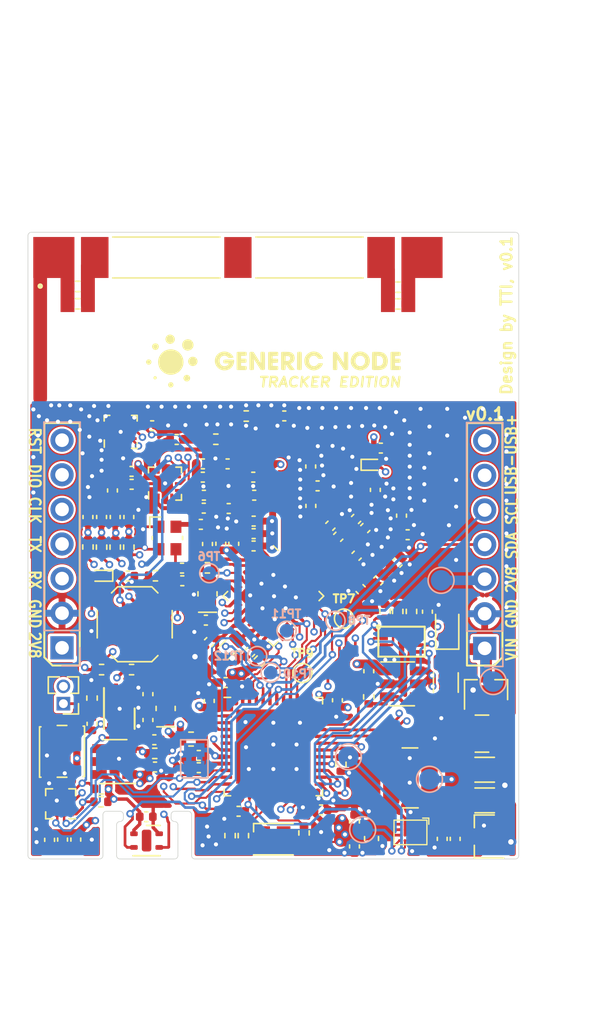
<source format=kicad_pcb>
(kicad_pcb (version 20171130) (host pcbnew "(5.1.8)-1")
  (title_block (title "Generic Node SE") (date 2020-10-12) (rev 1.1) (company "The Things Industries") (comment 1 "drawn by: Orkhan AmirAslan (azerimaker)"))
  (layers (0 Top.HF mixed) (1 In1.LF mixed) (2 In2.PWR power) (31 B.GND mixed) (34 B.Paste user) (35 F.Paste user) (36 B.SilkS user) (37 F.SilkS user) (38 B.Mask user) (39 F.Mask user) (44 Edge.Cuts user))
  (net 0 "")
  (net 1 GND)
  (net 2 Vin)
  (net 3 /Peripherals/NRST)
  (net 4 "Net-(AE1-Pad3)")
  (net 5 "Net-(AE1-Pad1)")
  (net 6 "Net-(AE1-Pad5)")
  (net 7 "Net-(AE1-Pad2)")
  (net 8 "Net-(AE1-Pad6)")
  (net 9 +BATT)
  (net 10 /LR1110/VTCXO)
  (net 11 +2V8)
  (net 12 "/STM32 MCU/PA5")
  (net 13 "Net-(C13-Pad1)")
  (net 14 "Net-(C14-Pad1)")
  (net 15 "Net-(C14-Pad2)")
  (net 16 /LR1110/VDD_RFSW1)
  (net 17 "Net-(C16-Pad2)")
  (net 18 "Net-(C16-Pad1)")
  (net 19 /LR1110/VDD_RFSW2)
  (net 20 "Net-(C20-Pad1)")
  (net 21 "Net-(C20-Pad2)")
  (net 22 /LR1110/32k_P)
  (net 23 /LR1110/32k_N)
  (net 24 "Net-(C24-Pad1)")
  (net 25 "Net-(C24-Pad2)")
  (net 26 "Net-(C25-Pad2)")
  (net 27 "Net-(C26-Pad1)")
  (net 28 "Net-(C29-Pad2)")
  (net 29 "Net-(C29-Pad1)")
  (net 30 /Peripherals/VCC_SENSORS)
  (net 31 /Peripherals/VCC_FLASH)
  (net 32 "Net-(C34-Pad2)")
  (net 33 "Net-(C39-Pad2)")
  (net 34 VDDF)
  (net 35 "Net-(C45-Pad2)")
  (net 36 "Net-(C45-Pad1)")
  (net 37 "Net-(C46-Pad2)")
  (net 38 "Net-(C48-Pad1)")
  (net 39 "Net-(C50-Pad2)")
  (net 40 "Net-(C50-Pad1)")
  (net 41 "Net-(C51-Pad2)")
  (net 42 "Net-(C52-Pad1)")
  (net 43 "Net-(C52-Pad2)")
  (net 44 "Net-(C53-Pad1)")
  (net 45 /LR1110/VREG)
  (net 46 "Net-(C55-Pad1)")
  (net 47 /LR1110/RFSW1_V2)
  (net 48 /LR1110/RFSW1_V1)
  (net 49 "Net-(C59-Pad2)")
  (net 50 "Net-(C59-Pad1)")
  (net 51 "Net-(C60-Pad2)")
  (net 52 "Net-(C60-Pad1)")
  (net 53 "Net-(C62-Pad1)")
  (net 54 /LR1110/RFSW2_V2)
  (net 55 /LR1110/RFSW2_V1)
  (net 56 "/STM32 MCU/VDDA")
  (net 57 GNDA)
  (net 58 "Net-(C73-Pad2)")
  (net 59 "Net-(C74-Pad2)")
  (net 60 "Net-(D2-Pad1)")
  (net 61 "Net-(D2-Pad2)")
  (net 62 "Net-(D2-Pad4)")
  (net 63 "Net-(F1-Pad2)")
  (net 64 "/STM32 MCU/PA13_SWDIO")
  (net 65 "/STM32 MCU/PA14_SWCLK")
  (net 66 "/STM32 MCU/PA2_USART2_TX")
  (net 67 "/STM32 MCU/PA3_USART2_RX")
  (net 68 "/STM32 MCU/PB7_I2C1_SDA")
  (net 69 "/STM32 MCU/PB6_I2C1_SCL")
  (net 70 "/STM32 MCU/PC13")
  (net 71 "Net-(L1-Pad1)")
  (net 72 "Net-(L1-Pad2)")
  (net 73 "Net-(L6-Pad2)")
  (net 74 /LR1110/DCDC_SW)
  (net 75 /LR1110/XTA)
  (net 76 "/STM32 MCU/PA8")
  (net 77 "/Power Supply/LS2_FLASH_EN")
  (net 78 "/Power Supply/LS1_SENSORS_EN")
  (net 79 /Peripherals/LED_RED)
  (net 80 /Peripherals/LED_GREEN)
  (net 81 /Peripherals/LED_BLUE)
  (net 82 "Net-(R10-Pad2)")
  (net 83 "Net-(R11-Pad2)")
  (net 84 /Peripherals/FlashCS)
  (net 85 "Net-(R21-Pad2)")
  (net 86 "Net-(R24-Pad2)")
  (net 87 "Net-(R25-Pad2)")
  (net 88 "Net-(R26-Pad1)")
  (net 89 "Net-(R27-Pad2)")
  (net 90 "Net-(R28-Pad2)")
  (net 91 "Net-(U1-PadD2)")
  (net 92 /LR1110/LNA_CTRL_MCU)
  (net 93 /Peripherals/ACCEL_INT1)
  (net 94 /Peripherals/ACCEL_INT2)
  (net 95 /LR1110/LR_NSS)
  (net 96 /LR1110/LR_BUSY)
  (net 97 "/STM32 MCU/PB13_SPI2_SCK")
  (net 98 /Peripherals/MISO)
  (net 99 /Peripherals/MOSI)
  (net 100 /LR1110/LR_SCK)
  (net 101 /LR1110/LR_MISO)
  (net 102 /LR1110/LR_MOSI)
  (net 103 /LR1110/LR_DIO9)
  (net 104 /LR1110/LR_nRST)
  (net 105 "/STM32 MCU/BOOT0")
  (net 106 "Net-(C41-Pad1)")
  (net 107 /Peripherals/USB_N)
  (net 108 /Peripherals/USB_P)
  (module Package_DFN_QFN:QFN-48-1EP_7x7mm_P0.5mm_EP5.45x5.45mm (layer Top.HF) (at 150 114.75)
    (fp_text reference U8 hide)
    (fp_text value STM32L073CZU6 hide)
    (pad 1 smd roundrect (at -3.45 -2.75) (size 0.85 0.25) (layers Top.HF F.Paste F.Mask) (net 11 +2V8))
    (pad 2 smd roundrect (at -3.45 -2.25) (size 0.85 0.25) (layers Top.HF F.Paste F.Mask) (net 70 "/STM32 MCU/PC13"))
    (pad 3 smd roundrect (at -3.45 -1.75) (size 0.85 0.25) (layers Top.HF F.Paste F.Mask) (net 58 "Net-(C73-Pad2)"))
    (pad 4 smd roundrect (at -3.45 -1.25) (size 0.85 0.25) (layers Top.HF F.Paste F.Mask) (net 59 "Net-(C74-Pad2)"))
    (pad 5 smd roundrect (at -3.45 -0.75) (size 0.85 0.25) (layers Top.HF F.Paste F.Mask))
    (pad 6 smd roundrect (at -3.45 -0.25) (size 0.85 0.25) (layers Top.HF F.Paste F.Mask))
    (pad 7 smd roundrect (at -3.45 0.25) (size 0.85 0.25) (layers Top.HF F.Paste F.Mask) (net 3 /Peripherals/NRST))
    (pad 8 smd roundrect (at -3.45 0.75) (size 0.85 0.25) (layers Top.HF F.Paste F.Mask) (net 57 GNDA))
    (pad 9 smd roundrect (at -3.45 1.25) (size 0.85 0.25) (layers Top.HF F.Paste F.Mask) (net 56 "/STM32 MCU/VDDA"))
    (pad 10 smd roundrect (at -3.45 1.75) (size 0.85 0.25) (layers Top.HF F.Paste F.Mask) (net 93 /Peripherals/ACCEL_INT1))
    (pad 11 smd roundrect (at -3.45 2.25) (size 0.85 0.25) (layers Top.HF F.Paste F.Mask) (net 94 /Peripherals/ACCEL_INT2))
    (pad 12 smd roundrect (at -3.45 2.75) (size 0.85 0.25) (layers Top.HF F.Paste F.Mask) (net 66 "/STM32 MCU/PA2_USART2_TX"))
    (pad 13 smd roundrect (at -2.75 3.45) (size 0.25 0.85) (layers Top.HF F.Paste F.Mask) (net 67 "/STM32 MCU/PA3_USART2_RX"))
    (pad 14 smd roundrect (at -2.25 3.45) (size 0.25 0.85) (layers Top.HF F.Paste F.Mask) (net 95 /LR1110/LR_NSS))
    (pad 15 smd roundrect (at -1.75 3.45) (size 0.25 0.85) (layers Top.HF F.Paste F.Mask) (net 12 "/STM32 MCU/PA5"))
    (pad 16 smd roundrect (at -1.25 3.45) (size 0.25 0.85) (layers Top.HF F.Paste F.Mask) (net 79 /Peripherals/LED_RED))
    (pad 17 smd roundrect (at -0.75 3.45) (size 0.25 0.85) (layers Top.HF F.Paste F.Mask) (net 80 /Peripherals/LED_GREEN))
    (pad 18 smd roundrect (at -0.25 3.45) (size 0.25 0.85) (layers Top.HF F.Paste F.Mask) (net 81 /Peripherals/LED_BLUE))
    (pad 19 smd roundrect (at 0.25 3.45) (size 0.25 0.85) (layers Top.HF F.Paste F.Mask))
    (pad 20 smd roundrect (at 0.75 3.45) (size 0.25 0.85) (layers Top.HF F.Paste F.Mask))
    (pad 21 smd roundrect (at 1.25 3.45) (size 0.25 0.85) (layers Top.HF F.Paste F.Mask) (net 96 /LR1110/LR_BUSY))
    (pad 22 smd roundrect (at 1.75 3.45) (size 0.25 0.85) (layers Top.HF F.Paste F.Mask) (net 92 /LR1110/LNA_CTRL_MCU))
    (pad 23 smd roundrect (at 2.25 3.45) (size 0.25 0.85) (layers Top.HF F.Paste F.Mask) (net 1 GND))
    (pad 24 smd roundrect (at 2.75 3.45) (size 0.25 0.85) (layers Top.HF F.Paste F.Mask) (net 11 +2V8))
    (pad 25 smd roundrect (at 3.45 2.75) (size 0.85 0.25) (layers Top.HF F.Paste F.Mask) (net 84 /Peripherals/FlashCS))
    (pad 26 smd roundrect (at 3.45 2.25) (size 0.85 0.25) (layers Top.HF F.Paste F.Mask) (net 97 "/STM32 MCU/PB13_SPI2_SCK"))
    (pad 27 smd roundrect (at 3.45 1.75) (size 0.85 0.25) (layers Top.HF F.Paste F.Mask) (net 98 /Peripherals/MISO))
    (pad 28 smd roundrect (at 3.45 1.25) (size 0.85 0.25) (layers Top.HF F.Paste F.Mask) (net 99 /Peripherals/MOSI))
    (pad 29 smd roundrect (at 3.45 0.75) (size 0.85 0.25) (layers Top.HF F.Paste F.Mask) (net 76 "/STM32 MCU/PA8"))
    (pad 30 smd roundrect (at 3.45 0.25) (size 0.85 0.25) (layers Top.HF F.Paste F.Mask) (net 77 "/Power Supply/LS2_FLASH_EN"))
    (pad 31 smd roundrect (at 3.45 -0.25) (size 0.85 0.25) (layers Top.HF F.Paste F.Mask) (net 78 "/Power Supply/LS1_SENSORS_EN"))
    (pad 32 smd roundrect (at 3.45 -0.75) (size 0.85 0.25) (layers Top.HF F.Paste F.Mask) (net 107 /Peripherals/USB_N))
    (pad 33 smd roundrect (at 3.45 -1.25) (size 0.85 0.25) (layers Top.HF F.Paste F.Mask) (net 108 /Peripherals/USB_P))
    (pad 34 smd roundrect (at 3.45 -1.75) (size 0.85 0.25) (layers Top.HF F.Paste F.Mask) (net 64 "/STM32 MCU/PA13_SWDIO"))
    (pad 35 smd roundrect (at 3.45 -2.25) (size 0.85 0.25) (layers Top.HF F.Paste F.Mask) (net 1 GND))
    (pad 36 smd roundrect (at 3.45 -2.75) (size 0.85 0.25) (layers Top.HF F.Paste F.Mask) (net 11 +2V8))
    (pad 37 smd roundrect (at 2.75 -3.45) (size 0.25 0.85) (layers Top.HF F.Paste F.Mask) (net 65 "/STM32 MCU/PA14_SWCLK"))
    (pad 38 smd roundrect (at 2.25 -3.45) (size 0.25 0.85) (layers Top.HF F.Paste F.Mask))
    (pad 39 smd roundrect (at 1.75 -3.45) (size 0.25 0.85) (layers Top.HF F.Paste F.Mask) (net 100 /LR1110/LR_SCK))
    (pad 40 smd roundrect (at 1.25 -3.45) (size 0.25 0.85) (layers Top.HF F.Paste F.Mask) (net 101 /LR1110/LR_MISO))
    (pad 41 smd roundrect (at 0.75 -3.45) (size 0.25 0.85) (layers Top.HF F.Paste F.Mask) (net 102 /LR1110/LR_MOSI))
    (pad 42 smd roundrect (at 0.25 -3.45) (size 0.25 0.85) (layers Top.HF F.Paste F.Mask) (net 69 "/STM32 MCU/PB6_I2C1_SCL"))
    (pad 43 smd roundrect (at -0.25 -3.45) (size 0.25 0.85) (layers Top.HF F.Paste F.Mask) (net 68 "/STM32 MCU/PB7_I2C1_SDA"))
    (pad 44 smd roundrect (at -0.75 -3.45) (size 0.25 0.85) (layers Top.HF F.Paste F.Mask) (net 105 "/STM32 MCU/BOOT0"))
    (pad 45 smd roundrect (at -1.25 -3.45) (size 0.25 0.85) (layers Top.HF F.Paste F.Mask) (net 103 /LR1110/LR_DIO9))
    (pad 46 smd roundrect (at -1.75 -3.45) (size 0.25 0.85) (layers Top.HF F.Paste F.Mask) (net 104 /LR1110/LR_nRST))
    (pad 47 smd roundrect (at -2.25 -3.45) (size 0.25 0.85) (layers Top.HF F.Paste F.Mask) (net 1 GND))
    (pad 48 smd roundrect (at -2.75 -3.45) (size 0.25 0.85) (layers Top.HF F.Paste F.Mask) (net 11 +2V8))
    (pad 49 smd rect (at 0 0) (size 5.45 5.45) (layers Top.HF F.Mask) (net 1 GND))
  )
  (module node-lib-v1:Logo_GN_new_2000px (layer Top.HF) (at 150 86.45)
    (fp_text reference G*** hide)
    (fp_text value LOGO hide)
  )
  (module Connector_PinSocket_2.54mm:PinSocket_1x07_P2.54mm_Vertical (layer B.GND) (at 134.5 107.5)
    (fp_text reference J8 hide)
    (fp_text value DEBUG hide)
    (pad 7 thru_hole oval (at 0 -15.24) (size 1.7 1.7) (drill 1) (layers *.Cu *.Mask) (net 3 /Peripherals/NRST))
    (pad 6 thru_hole oval (at 0 -12.7) (size 1.7 1.7) (drill 1) (layers *.Cu *.Mask) (net 64 "/STM32 MCU/PA13_SWDIO"))
    (pad 5 thru_hole oval (at 0 -10.16) (size 1.7 1.7) (drill 1) (layers *.Cu *.Mask) (net 65 "/STM32 MCU/PA14_SWCLK"))
    (pad 4 thru_hole oval (at 0 -7.62) (size 1.7 1.7) (drill 1) (layers *.Cu *.Mask) (net 66 "/STM32 MCU/PA2_USART2_TX"))
    (pad 3 thru_hole oval (at 0 -5.08) (size 1.7 1.7) (drill 1) (layers *.Cu *.Mask) (net 67 "/STM32 MCU/PA3_USART2_RX"))
    (pad 2 thru_hole oval (at 0 -2.54) (size 1.7 1.7) (drill 1) (layers *.Cu *.Mask) (net 1 GND))
    (pad 1 thru_hole rect (at 0 0) (size 1.7 1.7) (drill 1) (layers *.Cu *.Mask) (net 11 +2V8))
  )
  (module Connector_PinSocket_2.54mm:PinSocket_1x07_P2.54mm_Vertical (layer B.GND) (at 165.5 107.54)
    (fp_text reference J9 hide)
    (fp_text value USB/I2C hide)
    (pad 1 thru_hole rect (at 0 0) (size 1.7 1.7) (drill 1) (layers *.Cu *.Mask) (net 2 Vin))
    (pad 2 thru_hole oval (at 0 -2.54) (size 1.7 1.7) (drill 1) (layers *.Cu *.Mask) (net 1 GND))
    (pad 3 thru_hole oval (at 0 -5.08) (size 1.7 1.7) (drill 1) (layers *.Cu *.Mask) (net 11 +2V8))
    (pad 4 thru_hole oval (at 0 -7.62) (size 1.7 1.7) (drill 1) (layers *.Cu *.Mask) (net 68 "/STM32 MCU/PB7_I2C1_SDA"))
    (pad 5 thru_hole oval (at 0 -10.16) (size 1.7 1.7) (drill 1) (layers *.Cu *.Mask) (net 69 "/STM32 MCU/PB6_I2C1_SCL"))
    (pad 6 thru_hole oval (at 0 -12.7) (size 1.7 1.7) (drill 1) (layers *.Cu *.Mask) (net 107 /Peripherals/USB_N))
    (pad 7 thru_hole oval (at 0 -15.24) (size 1.7 1.7) (drill 1) (layers *.Cu *.Mask) (net 108 /Peripherals/USB_P))
  )
  (module lr1110-lib:NN03-310_S (layer Top.HF) (at 147.4 78.85)
    (fp_text reference AE1 hide)
    (fp_text value NN03-310 hide)
    (fp_poly (pts (xy 9.5 -1.5) (xy 11.5 -1.5) (xy 11.5 4) (xy 10.5 4) (xy 10.5 1.5) (xy 9.5 1.5)) (layer Top.HF) (width 0.01))
    (fp_poly (pts (xy 15 -1.5) (xy 12 -1.5) (xy 12 4) (xy 13 4) (xy 13 1.5) (xy 15 1.5)) (layer Top.HF) (width 0.01))
    (fp_poly (pts (xy -9.5 -1.5) (xy -11.5 -1.5) (xy -11.5 4) (xy -10.5 4) (xy -10.5 1.5) (xy -9.5 1.5)) (layer Top.HF) (width 0.01))
    (fp_poly (pts (xy -15 -1.5) (xy -12 -1.5) (xy -12 4) (xy -13 4) (xy -13 1.5) (xy -15 1.5)) (layer Top.HF) (width 0.01))
    (pad 3 smd rect (at -10.5 0) (size 2 3) (layers Top.HF) (net 4 "Net-(AE1-Pad3)"))
    (pad 1 smd rect (at -13.5 0) (size 3 3) (layers Top.HF) (net 5 "Net-(AE1-Pad1)"))
    (pad 4 smd rect (at 0 0) (size 2 3) (layers Top.HF F.Paste F.Mask))
    (pad 5 smd rect (at 10.5 0) (size 2 3) (layers Top.HF) (net 6 "Net-(AE1-Pad5)"))
    (pad 7 smd rect (at 13.5 0) (size 3 3) (layers Top.HF))
    (pad 2 smd rect (at -12.5 2.75) (size 1 2.5) (layers Top.HF) (net 7 "Net-(AE1-Pad2)"))
    (pad 3 smd rect (at -11 2.75) (size 1 2.5) (layers Top.HF) (net 4 "Net-(AE1-Pad3)"))
    (pad 5 smd rect (at 11 2.75) (size 1 2.5) (layers Top.HF) (net 6 "Net-(AE1-Pad5)"))
    (pad 6 smd rect (at 12.5 2.75) (size 1 2.5) (layers Top.HF) (net 8 "Net-(AE1-Pad6)"))
  )
  (module Capacitor_SMD:C_0402_1005Metric (layer Top.HF) (at 162.385355 121.526066 270)
    (fp_text reference C1 hide)
    (fp_text value 1uF hide)
    (pad 1 smd roundrect (at -0.48 0 270) (size 0.56 0.62) (layers Top.HF F.Paste F.Mask) (net 9 +BATT))
    (pad 2 smd roundrect (at 0.48 0 270) (size 0.56 0.62) (layers Top.HF F.Paste F.Mask) (net 1 GND))
  )
  (module Capacitor_SMD:C_0402_1005Metric (layer Top.HF) (at 163.335355 121.526066 270)
    (fp_text reference C2 hide)
    (fp_text value 100nF hide)
    (pad 2 smd roundrect (at 0.48 0 270) (size 0.56 0.62) (layers Top.HF F.Paste F.Mask) (net 1 GND))
    (pad 1 smd roundrect (at -0.48 0 270) (size 0.56 0.62) (layers Top.HF F.Paste F.Mask) (net 9 +BATT))
  )
  (module Capacitor_SMD:C_1206_3216Metric (layer Top.HF) (at 165.5 116.45 180)
    (fp_text reference C3 hide)
    (fp_text value 100uF hide)
    (pad 1 smd roundrect (at -1.475 0 180) (size 1.15 1.8) (layers Top.HF F.Paste F.Mask) (roundrect_rratio 0.2173904347826087) (net 1 GND))
    (pad 2 smd roundrect (at 1.475 0 180) (size 1.15 1.8) (layers Top.HF F.Paste F.Mask) (roundrect_rratio 0.2173904347826087) (net 9 +BATT))
  )
  (module Capacitor_SMD:C_1206_3216Metric (layer Top.HF) (at 165.5 118.7 180)
    (fp_text reference C4 hide)
    (fp_text value 100uF hide)
    (pad 2 smd roundrect (at 1.475 0 180) (size 1.15 1.8) (layers Top.HF F.Paste F.Mask) (roundrect_rratio 0.2173904347826087) (net 9 +BATT))
    (pad 1 smd roundrect (at -1.475 0 180) (size 1.15 1.8) (layers Top.HF F.Paste F.Mask) (roundrect_rratio 0.2173904347826087) (net 1 GND))
  )
  (module Capacitor_SMD:C_1206_3216Metric (layer Top.HF) (at 162.65 110.05 90)
    (fp_text reference C5 hide)
    (fp_text value 100uF hide)
    (pad 1 smd roundrect (at -1.475 0 90) (size 1.15 1.8) (layers Top.HF F.Paste F.Mask) (roundrect_rratio 0.2173904347826087) (net 1 GND))
    (pad 2 smd roundrect (at 1.475 0 90) (size 1.15 1.8) (layers Top.HF F.Paste F.Mask) (roundrect_rratio 0.2173904347826087) (net 2 Vin))
  )
  (module Capacitor_SMD:C_0402_1005Metric (layer Top.HF) (at 145.17 99.88 90)
    (fp_text reference C6 hide)
    (fp_text value 470pF hide)
    (pad 2 smd roundrect (at 0.48 0 90) (size 0.56 0.62) (layers Top.HF F.Paste F.Mask) (net 1 GND))
    (pad 1 smd roundrect (at -0.48 0 90) (size 0.56 0.62) (layers Top.HF F.Paste F.Mask) (net 10 /LR1110/VTCXO))
  )
  (module Capacitor_SMD:C_0402_1005Metric (layer Top.HF) (at 155.95 122.08 90)
    (fp_text reference C7 hide)
    (fp_text value 100nF hide)
    (pad 1 smd roundrect (at -0.48 0 90) (size 0.56 0.62) (layers Top.HF F.Paste F.Mask) (net 1 GND))
    (pad 2 smd roundrect (at 0.48 0 90) (size 0.56 0.62) (layers Top.HF F.Paste F.Mask) (net 11 +2V8))
  )
  (module Capacitor_SMD:C_0402_1005Metric (layer Top.HF) (at 155.95 120.25 90)
    (fp_text reference C8 hide)
    (fp_text value 1uF hide)
    (pad 2 smd roundrect (at 0.48 0 90) (size 0.56 0.62) (layers Top.HF F.Paste F.Mask) (net 1 GND))
    (pad 1 smd roundrect (at -0.48 0 90) (size 0.56 0.62) (layers Top.HF F.Paste F.Mask) (net 11 +2V8))
  )
  (module Capacitor_SMD:C_0603_1608Metric (layer Top.HF) (at 157.2 121.5 90)
    (fp_text reference C9 hide)
    (fp_text value 22uF hide)
    (pad 1 smd roundrect (at -0.775 0 90) (size 0.9 0.95) (layers Top.HF F.Paste F.Mask) (net 1 GND))
    (pad 2 smd roundrect (at 0.775 0 90) (size 0.9 0.95) (layers Top.HF F.Paste F.Mask) (net 11 +2V8))
  )
  (module Capacitor_SMD:C_0402_1005Metric (layer Top.HF) (at 147.45 119.5 180)
    (fp_text reference C10 hide)
    (fp_text value 100nF hide)
    (pad 2 smd roundrect (at 0.48 0 180) (size 0.56 0.62) (layers Top.HF F.Paste F.Mask) (net 1 GND))
    (pad 1 smd roundrect (at -0.48 0 180) (size 0.56 0.62) (layers Top.HF F.Paste F.Mask) (net 12 "/STM32 MCU/PA5"))
  )
  (module Capacitor_SMD:C_0402_1005Metric (layer Top.HF) (at 157 109.22 270)
    (fp_text reference C11 hide)
    (fp_text value 1uF hide)
    (pad 2 smd roundrect (at 0.48 0 270) (size 0.56 0.62) (layers Top.HF F.Paste F.Mask) (net 1 GND))
    (pad 1 smd roundrect (at -0.48 0 270) (size 0.56 0.62) (layers Top.HF F.Paste F.Mask) (net 11 +2V8))
  )
  (module Capacitor_SMD:C_0402_1005Metric (layer Top.HF) (at 141.32 116.25)
    (fp_text reference C12 hide)
    (fp_text value 1uF hide)
    (pad 1 smd roundrect (at -0.48 0) (size 0.56 0.62) (layers Top.HF F.Paste F.Mask) (net 11 +2V8))
    (pad 2 smd roundrect (at 0.48 0) (size 0.56 0.62) (layers Top.HF F.Paste F.Mask) (net 1 GND))
  )
  (module Capacitor_SMD:C_0402_1005Metric (layer Top.HF) (at 144.68 98.44)
    (fp_text reference C13 hide)
    (fp_text value 100nF hide)
    (pad 1 smd roundrect (at -0.48 0) (size 0.56 0.62) (layers Top.HF F.Paste F.Mask) (net 13 "Net-(C13-Pad1)"))
    (pad 2 smd roundrect (at 0.48 0) (size 0.56 0.62) (layers Top.HF F.Paste F.Mask) (net 1 GND))
  )
  (module Capacitor_SMD:C_0402_1005Metric (layer Top.HF) (at 148.595 96.3 180)
    (fp_text reference C14 hide)
    (fp_text value 1.2pF hide)
    (pad 1 smd roundrect (at -0.48 0 180) (size 0.56 0.62) (layers Top.HF F.Paste F.Mask) (net 14 "Net-(C14-Pad1)"))
    (pad 2 smd roundrect (at 0.48 0 180) (size 0.56 0.62) (layers Top.HF F.Paste F.Mask) (net 15 "Net-(C14-Pad2)"))
  )
  (module Capacitor_SMD:C_0402_1005Metric (layer Top.HF) (at 139.6 94.55 180)
    (fp_text reference C15 hide)
    (fp_text value 1nF hide)
    (pad 2 smd roundrect (at 0.48 0 180) (size 0.56 0.62) (layers Top.HF F.Paste F.Mask) (net 1 GND))
    (pad 1 smd roundrect (at -0.48 0 180) (size 0.56 0.62) (layers Top.HF F.Paste F.Mask) (net 16 /LR1110/VDD_RFSW1))
  )
  (module Capacitor_SMD:C_0402_1005Metric (layer Top.HF) (at 144.905 96.3 180)
    (fp_text reference C16 hide)
    (fp_text value 47pF hide)
    (pad 2 smd roundrect (at 0.48 0 180) (size 0.56 0.62) (layers Top.HF F.Paste F.Mask) (net 17 "Net-(C16-Pad2)"))
    (pad 1 smd roundrect (at -0.48 0 180) (size 0.56 0.62) (layers Top.HF F.Paste F.Mask) (net 18 "Net-(C16-Pad1)"))
  )
  (module Capacitor_SMD:C_0402_1005Metric (layer Top.HF) (at 141.11 91.2)
    (fp_text reference C17 hide)
    (fp_text value 1nF hide)
    (pad 1 smd roundrect (at -0.48 0) (size 0.56 0.62) (layers Top.HF F.Paste F.Mask) (net 19 /LR1110/VDD_RFSW2))
    (pad 2 smd roundrect (at 0.48 0) (size 0.56 0.62) (layers Top.HF F.Paste F.Mask) (net 1 GND))
  )
  (module Capacitor_SMD:C_0402_1005Metric (layer Top.HF) (at 146.725 97.274999 180)
    (fp_text reference C18 hide)
    (fp_text value 6.8pF hide)
    (pad 2 smd roundrect (at 0.48 0 180) (size 0.56 0.62) (layers Top.HF F.Paste F.Mask) (net 1 GND))
    (pad 1 smd roundrect (at -0.48 0 180) (size 0.56 0.62) (layers Top.HF F.Paste F.Mask) (net 15 "Net-(C14-Pad2)"))
  )
  (module Capacitor_SMD:C_0402_1005Metric (layer Top.HF) (at 143.3 101.65)
    (fp_text reference C20 hide)
    (fp_text value 10pF hide)
    (pad 1 smd roundrect (at -0.48 0) (size 0.56 0.62) (layers Top.HF F.Paste F.Mask) (net 20 "Net-(C20-Pad1)"))
    (pad 2 smd roundrect (at 0.48 0) (size 0.56 0.62) (layers Top.HF F.Paste F.Mask) (net 21 "Net-(C20-Pad2)"))
  )
  (module Capacitor_SMD:C_0402_1005Metric (layer Top.HF) (at 144.895 97.25)
    (fp_text reference C21 hide)
    (fp_text value 1.8pF hide)
    (pad 2 smd roundrect (at 0.48 0) (size 0.56 0.62) (layers Top.HF F.Paste F.Mask) (net 1 GND))
    (pad 1 smd roundrect (at -0.48 0) (size 0.56 0.62) (layers Top.HF F.Paste F.Mask) (net 17 "Net-(C16-Pad2)"))
  )
  (module Capacitor_SMD:C_0402_1005Metric (layer Top.HF) (at 143.32 102.58)
    (fp_text reference C22 hide)
    (fp_text value 5.6pF hide)
    (pad 1 smd roundrect (at -0.48 0) (size 0.56 0.62) (layers Top.HF F.Paste F.Mask) (net 1 GND))
    (pad 2 smd roundrect (at 0.48 0) (size 0.56 0.62) (layers Top.HF F.Paste F.Mask) (net 22 /LR1110/32k_P))
  )
  (module Capacitor_SMD:C_0402_1005Metric (layer Top.HF) (at 145.05 105.47)
    (fp_text reference C23 hide)
    (fp_text value 5.6pF hide)
    (pad 2 smd roundrect (at 0.48 0) (size 0.56 0.62) (layers Top.HF F.Paste F.Mask) (net 23 /LR1110/32k_N))
    (pad 1 smd roundrect (at -0.48 0) (size 0.56 0.62) (layers Top.HF F.Paste F.Mask) (net 1 GND))
  )
  (module Capacitor_SMD:C_0402_1005Metric (layer Top.HF) (at 139.605 95.5 180)
    (fp_text reference C24 hide)
    (fp_text value 2pF hide)
    (pad 1 smd roundrect (at -0.48 0 180) (size 0.56 0.62) (layers Top.HF F.Paste F.Mask) (net 24 "Net-(C24-Pad1)"))
    (pad 2 smd roundrect (at 0.48 0 180) (size 0.56 0.62) (layers Top.HF F.Paste F.Mask) (net 25 "Net-(C24-Pad2)"))
  )
  (module Capacitor_SMD:C_0402_1005Metric (layer Top.HF) (at 138.2 95.95 90)
    (fp_text reference C25 hide)
    (fp_text value 1.1pF hide)
    (pad 2 smd roundrect (at 0.48 0 90) (size 0.56 0.62) (layers Top.HF F.Paste F.Mask) (net 26 "Net-(C25-Pad2)"))
    (pad 1 smd roundrect (at -0.48 0 90) (size 0.56 0.62) (layers Top.HF F.Paste F.Mask) (net 25 "Net-(C24-Pad2)"))
  )
  (module Capacitor_SMD:C_0402_1005Metric (layer Top.HF) (at 148.555 99.12 180)
    (fp_text reference C26 hide)
    (fp_text value 2.2nF hide)
    (pad 2 smd roundrect (at 0.48 0 180) (size 0.56 0.62) (layers Top.HF F.Paste F.Mask) (net 1 GND))
    (pad 1 smd roundrect (at -0.48 0 180) (size 0.56 0.62) (layers Top.HF F.Paste F.Mask) (net 27 "Net-(C26-Pad1)"))
  )
  (module Capacitor_SMD:C_0402_1005Metric (layer Top.HF) (at 148.55 100.025 180)
    (fp_text reference C27 hide)
    (fp_text value 47pF hide)
    (pad 1 smd roundrect (at -0.48 0 180) (size 0.56 0.62) (layers Top.HF F.Paste F.Mask) (net 27 "Net-(C26-Pad1)"))
    (pad 2 smd roundrect (at 0.48 0 180) (size 0.56 0.62) (layers Top.HF F.Paste F.Mask) (net 1 GND))
  )
  (module Capacitor_SMD:C_0402_1005Metric (layer Top.HF) (at 148.555 98.2 180)
    (fp_text reference C28 hide)
    (fp_text value 47pF hide)
    (pad 2 smd roundrect (at 0.48 0 180) (size 0.56 0.62) (layers Top.HF F.Paste F.Mask) (net 1 GND))
    (pad 1 smd roundrect (at -0.48 0 180) (size 0.56 0.62) (layers Top.HF F.Paste F.Mask) (net 27 "Net-(C26-Pad1)"))
  )
  (module Capacitor_SMD:C_0402_1005Metric (layer Top.HF) (at 148.525 94.975 180)
    (fp_text reference C29 hide)
    (fp_text value 3pF hide)
    (pad 2 smd roundrect (at 0.48 0 180) (size 0.56 0.62) (layers Top.HF F.Paste F.Mask) (net 28 "Net-(C29-Pad2)"))
    (pad 1 smd roundrect (at -0.48 0 180) (size 0.56 0.62) (layers Top.HF F.Paste F.Mask) (net 29 "Net-(C29-Pad1)"))
  )
  (module Capacitor_SMD:C_0402_1005Metric (layer Top.HF) (at 146.645 94)
    (fp_text reference C30 hide)
    (fp_text value 6.8pF hide)
    (pad 1 smd roundrect (at -0.48 0) (size 0.56 0.62) (layers Top.HF F.Paste F.Mask) (net 1 GND))
    (pad 2 smd roundrect (at 0.48 0) (size 0.56 0.62) (layers Top.HF F.Paste F.Mask) (net 28 "Net-(C29-Pad2)"))
  )
  (module Capacitor_SMD:C_0402_1005Metric (layer Top.HF) (at 141.27 114.25 180)
    (fp_text reference C32 hide)
    (fp_text value 100nF hide)
    (pad 1 smd roundrect (at -0.48 0 180) (size 0.56 0.62) (layers Top.HF F.Paste F.Mask) (net 1 GND))
    (pad 2 smd roundrect (at 0.48 0 180) (size 0.56 0.62) (layers Top.HF F.Paste F.Mask) (net 30 /Peripherals/VCC_SENSORS))
  )
  (module Capacitor_SMD:C_0402_1005Metric (layer Top.HF) (at 161.3 104.85 270)
    (fp_text reference C33 hide)
    (fp_text value 100nF hide)
    (pad 2 smd roundrect (at 0.48 0 270) (size 0.56 0.62) (layers Top.HF F.Paste F.Mask) (net 31 /Peripherals/VCC_FLASH))
    (pad 1 smd roundrect (at -0.48 0 270) (size 0.56 0.62) (layers Top.HF F.Paste F.Mask) (net 1 GND))
  )
  (module Capacitor_SMD:C_0402_1005Metric (layer Top.HF) (at 133.589 121.596 90)
    (fp_text reference C35 hide)
    (fp_text value 10uF hide)
    (pad 2 smd roundrect (at 0.48 0 90) (size 0.56 0.62) (layers Top.HF F.Paste F.Mask) (net 30 /Peripherals/VCC_SENSORS))
    (pad 1 smd roundrect (at -0.48 0 90) (size 0.56 0.62) (layers Top.HF F.Paste F.Mask) (net 1 GND))
  )
  (module Capacitor_SMD:C_0402_1005Metric (layer Top.HF) (at 135.51 121.577 90)
    (fp_text reference C36 hide)
    (fp_text value 100nF hide)
    (pad 2 smd roundrect (at 0.48 0 90) (size 0.56 0.62) (layers Top.HF F.Paste F.Mask) (net 30 /Peripherals/VCC_SENSORS))
    (pad 1 smd roundrect (at -0.48 0 90) (size 0.56 0.62) (layers Top.HF F.Paste F.Mask) (net 1 GND))
  )
  (module Capacitor_SMD:C_0402_1005Metric (layer Top.HF) (at 134.539 121.576 90)
    (fp_text reference C37 hide)
    (fp_text value 100nF hide)
    (pad 1 smd roundrect (at -0.48 0 90) (size 0.56 0.62) (layers Top.HF F.Paste F.Mask) (net 1 GND))
    (pad 2 smd roundrect (at 0.48 0 90) (size 0.56 0.62) (layers Top.HF F.Paste F.Mask) (net 30 /Peripherals/VCC_SENSORS))
  )
  (module Capacitor_SMD:C_0402_1005Metric (layer Top.HF) (at 140.68 119.9 180)
    (fp_text reference C38 hide)
    (fp_text value 100nF hide)
    (pad 2 smd roundrect (at 0.48 0 180) (size 0.56 0.62) (layers Top.HF F.Paste F.Mask) (net 30 /Peripherals/VCC_SENSORS))
    (pad 1 smd roundrect (at -0.48 0 180) (size 0.56 0.62) (layers Top.HF F.Paste F.Mask) (net 1 GND))
  )
  (module Capacitor_SMD:C_0402_1005Metric (layer Top.HF) (at 144.83 94 180)
    (fp_text reference C39 hide)
    (fp_text value 1.5pF hide)
    (pad 1 smd roundrect (at -0.48 0 180) (size 0.56 0.62) (layers Top.HF F.Paste F.Mask) (net 1 GND))
    (pad 2 smd roundrect (at 0.48 0 180) (size 0.56 0.62) (layers Top.HF F.Paste F.Mask) (net 33 "Net-(C39-Pad2)"))
  )
  (module Capacitor_SMD:C_0402_1005Metric (layer Top.HF) (at 144.825 94.975 180)
    (fp_text reference C41 hide)
    (fp_text value 47pF hide)
    (pad 2 smd roundrect (at 0.48 0 180) (size 0.56 0.62) (layers Top.HF F.Paste F.Mask) (net 33 "Net-(C39-Pad2)"))
    (pad 1 smd roundrect (at -0.48 0 180) (size 0.56 0.62) (layers Top.HF F.Paste F.Mask) (net 106 "Net-(C41-Pad1)"))
  )
  (module Capacitor_SMD:C_0402_1005Metric (layer Top.HF) (at 148.285589 107.814411 225)
    (fp_text reference C42 hide)
    (fp_text value 100nF hide)
    (pad 2 smd roundrect (at 0.48 0 225) (size 0.56 0.62) (layers Top.HF F.Paste F.Mask) (net 1 GND))
    (pad 1 smd roundrect (at -0.48 0 225) (size 0.56 0.62) (layers Top.HF F.Paste F.Mask) (net 34 VDDF))
  )
  (module Capacitor_SMD:C_0402_1005Metric (layer Top.HF) (at 147.095711 99.867132 90)
    (fp_text reference C43 hide)
    (fp_text value 1uF hide)
    (pad 1 smd roundrect (at -0.48 0 90) (size 0.56 0.62) (layers Top.HF F.Paste F.Mask) (net 34 VDDF))
    (pad 2 smd roundrect (at 0.48 0 90) (size 0.56 0.62) (layers Top.HF F.Paste F.Mask) (net 1 GND))
  )
  (module Capacitor_SMD:C_0402_1005Metric (layer Top.HF) (at 146.145711 99.862133 90)
    (fp_text reference C44 hide)
    (fp_text value 47pF hide)
    (pad 1 smd roundrect (at -0.48 0 90) (size 0.56 0.62) (layers Top.HF F.Paste F.Mask) (net 34 VDDF))
    (pad 2 smd roundrect (at 0.48 0 90) (size 0.56 0.62) (layers Top.HF F.Paste F.Mask) (net 1 GND))
  )
  (module Capacitor_SMD:C_0402_1005Metric (layer Top.HF) (at 152.748959 97.084594 90)
    (fp_text reference C45 hide)
    (fp_text value 1.5pF hide)
    (pad 2 smd roundrect (at 0.48 0 90) (size 0.56 0.62) (layers Top.HF F.Paste F.Mask) (net 35 "Net-(C45-Pad2)"))
    (pad 1 smd roundrect (at -0.48 0 90) (size 0.56 0.62) (layers Top.HF F.Paste F.Mask) (net 36 "Net-(C45-Pad1)"))
  )
  (module Capacitor_SMD:C_0402_1005Metric (layer Top.HF) (at 152.74 94.19 90)
    (fp_text reference C46 hide)
    (fp_text value 47pF hide)
    (pad 1 smd roundrect (at -0.48 0 90) (size 0.56 0.62) (layers Top.HF F.Paste F.Mask) (net 35 "Net-(C45-Pad2)"))
    (pad 2 smd roundrect (at 0.48 0 90) (size 0.56 0.62) (layers Top.HF F.Paste F.Mask) (net 37 "Net-(C46-Pad2)"))
  )
  (module Capacitor_SMD:C_0402_1005Metric (layer Top.HF) (at 157.881827 92.842083)
    (fp_text reference C47 hide)
    (fp_text value 1nF hide)
    (pad 1 smd roundrect (at -0.48 0) (size 0.56 0.62) (layers Top.HF F.Paste F.Mask) (net 16 /LR1110/VDD_RFSW1))
    (pad 2 smd roundrect (at 0.48 0) (size 0.56 0.62) (layers Top.HF F.Paste F.Mask) (net 1 GND))
  )
  (module Capacitor_SMD:C_0402_1005Metric (layer Top.HF) (at 154.18 98.54 45)
    (fp_text reference C48 hide)
    (fp_text value 1.2pF hide)
    (pad 1 smd roundrect (at -0.48 0 45) (size 0.56 0.62) (layers Top.HF F.Paste F.Mask) (net 38 "Net-(C48-Pad1)"))
    (pad 2 smd roundrect (at 0.48 0 45) (size 0.56 0.62) (layers Top.HF F.Paste F.Mask) (net 1 GND))
  )
  (module Capacitor_SMD:C_0402_1005Metric (layer Top.HF) (at 153.243934 95.614645)
    (fp_text reference C49 hide)
    (fp_text value DNM hide)
    (pad 2 smd roundrect (at 0.48 0) (size 0.56 0.62) (layers Top.HF F.Paste F.Mask) (net 1 GND))
    (pad 1 smd roundrect (at -0.48 0) (size 0.56 0.62) (layers Top.HF F.Paste F.Mask) (net 35 "Net-(C45-Pad2)"))
  )
  (module Capacitor_SMD:C_0402_1005Metric (layer Top.HF) (at 154.759117 99.350934 45)
    (fp_text reference C50 hide)
    (fp_text value 1.5pF hide)
    (pad 2 smd roundrect (at 0.48 0 45) (size 0.56 0.62) (layers Top.HF F.Paste F.Mask) (net 39 "Net-(C50-Pad2)"))
    (pad 1 smd roundrect (at -0.48 0 45) (size 0.56 0.62) (layers Top.HF F.Paste F.Mask) (net 40 "Net-(C50-Pad1)"))
  )
  (module Capacitor_SMD:C_0402_1005Metric (layer Top.HF) (at 156.067264 98.042786 45)
    (fp_text reference C51 hide)
    (fp_text value 12pF hide)
    (pad 1 smd roundrect (at -0.48 0 45) (size 0.56 0.62) (layers Top.HF F.Paste F.Mask) (net 39 "Net-(C50-Pad2)"))
    (pad 2 smd roundrect (at 0.48 0 45) (size 0.56 0.62) (layers Top.HF F.Paste F.Mask) (net 41 "Net-(C51-Pad2)"))
  )
  (module Capacitor_SMD:C_0402_1005Metric (layer Top.HF) (at 142.91 92.21 180)
    (fp_text reference C52 hide)
    (fp_text value 1.1pF hide)
    (pad 1 smd roundrect (at -0.48 0 180) (size 0.56 0.62) (layers Top.HF F.Paste F.Mask) (net 42 "Net-(C52-Pad1)"))
    (pad 2 smd roundrect (at 0.48 0 180) (size 0.56 0.62) (layers Top.HF F.Paste F.Mask) (net 43 "Net-(C52-Pad2)"))
  )
  (module Capacitor_SMD:C_0402_1005Metric (layer Top.HF) (at 157.48 95.91 270)
    (fp_text reference C53 hide)
    (fp_text value 0.5pF hide)
    (pad 1 smd roundrect (at -0.48 0 270) (size 0.56 0.62) (layers Top.HF F.Paste F.Mask) (net 44 "Net-(C53-Pad1)"))
    (pad 2 smd roundrect (at 0.48 0 270) (size 0.56 0.62) (layers Top.HF F.Paste F.Mask) (net 1 GND))
  )
  (module Capacitor_SMD:C_0402_1005Metric (layer Top.HF) (at 145.289411 107.085589 225)
    (fp_text reference C54 hide)
    (fp_text value 47pF hide)
    (pad 1 smd roundrect (at -0.48 0 225) (size 0.56 0.62) (layers Top.HF F.Paste F.Mask) (net 45 /LR1110/VREG))
    (pad 2 smd roundrect (at 0.48 0 225) (size 0.56 0.62) (layers Top.HF F.Paste F.Mask) (net 1 GND))
  )
  (module Capacitor_SMD:C_0402_1005Metric (layer Top.HF) (at 156.106155 100.740901 45)
    (fp_text reference C55 hide)
    (fp_text value 1pF hide)
    (pad 1 smd roundrect (at -0.48 0 45) (size 0.56 0.62) (layers Top.HF F.Paste F.Mask) (net 46 "Net-(C55-Pad1)"))
    (pad 2 smd roundrect (at 0.48 0 45) (size 0.56 0.62) (layers Top.HF F.Paste F.Mask) (net 1 GND))
  )
  (module Capacitor_SMD:C_0402_1005Metric (layer Top.HF) (at 156.742551 98.711002 45)
    (fp_text reference C56 hide)
    (fp_text value 0.5pF hide)
    (pad 1 smd roundrect (at -0.48 0 45) (size 0.56 0.62) (layers Top.HF F.Paste F.Mask) (net 39 "Net-(C50-Pad2)"))
    (pad 2 smd roundrect (at 0.48 0 45) (size 0.56 0.62) (layers Top.HF F.Paste F.Mask) (net 1 GND))
  )
  (module Capacitor_SMD:C_0402_1005Metric (layer Top.HF) (at 138.4 97.9 90)
    (fp_text reference C57 hide)
    (fp_text value 1nF hide)
    (pad 2 smd roundrect (at 0.48 0 90) (size 0.56 0.62) (layers Top.HF F.Paste F.Mask) (net 1 GND))
    (pad 1 smd roundrect (at -0.48 0 90) (size 0.56 0.62) (layers Top.HF F.Paste F.Mask) (net 47 /LR1110/RFSW1_V2))
  )
  (module Capacitor_SMD:C_0402_1005Metric (layer Top.HF) (at 139.4 97.9 90)
    (fp_text reference C58 hide)
    (fp_text value 1nF hide)
    (pad 1 smd roundrect (at -0.48 0 90) (size 0.56 0.62) (layers Top.HF F.Paste F.Mask) (net 48 /LR1110/RFSW1_V1))
    (pad 2 smd roundrect (at 0.48 0 90) (size 0.56 0.62) (layers Top.HF F.Paste F.Mask) (net 1 GND))
  )
  (module Capacitor_SMD:C_0402_1005Metric (layer Top.HF) (at 150.8 90.48 180)
    (fp_text reference C59 hide)
    (fp_text value 0.3pF hide)
    (pad 2 smd roundrect (at 0.48 0 180) (size 0.56 0.62) (layers Top.HF F.Paste F.Mask) (net 49 "Net-(C59-Pad2)"))
    (pad 1 smd roundrect (at -0.48 0 180) (size 0.56 0.62) (layers Top.HF F.Paste F.Mask) (net 50 "Net-(C59-Pad1)"))
  )
  (module Capacitor_SMD:C_0402_1005Metric (layer Top.HF) (at 159.1 101.25 45)
    (fp_text reference C60 hide)
    (fp_text value DNM hide)
    (pad 2 smd roundrect (at 0.48 0 45) (size 0.56 0.62) (layers Top.HF F.Paste F.Mask) (net 51 "Net-(C60-Pad2)"))
    (pad 1 smd roundrect (at -0.48 0 45) (size 0.56 0.62) (layers Top.HF F.Paste F.Mask) (net 52 "Net-(C60-Pad1)"))
  )
  (module Capacitor_SMD:C_0402_1005Metric (layer Top.HF) (at 159.4 97.8 90)
    (fp_text reference C61 hide)
    (fp_text value 33pF hide)
    (pad 1 smd roundrect (at -0.48 0 90) (size 0.56 0.62) (layers Top.HF F.Paste F.Mask) (net 51 "Net-(C60-Pad2)"))
    (pad 2 smd roundrect (at 0.48 0 90) (size 0.56 0.62) (layers Top.HF F.Paste F.Mask) (net 50 "Net-(C59-Pad1)"))
  )
  (module Capacitor_SMD:C_0402_1005Metric (layer Top.HF) (at 156.4 103.196447 315)
    (fp_text reference C62 hide)
    (fp_text value 1.3pF hide)
    (pad 1 smd roundrect (at -0.48 0 315) (size 0.56 0.62) (layers Top.HF F.Paste F.Mask) (net 53 "Net-(C62-Pad1)"))
    (pad 2 smd roundrect (at 0.48 0 315) (size 0.56 0.62) (layers Top.HF F.Paste F.Mask) (net 1 GND))
  )
  (module Capacitor_SMD:C_0402_1005Metric (layer Top.HF) (at 157.7 102.55 225)
    (fp_text reference C63 hide)
    (fp_text value 1.6pF hide)
    (pad 2 smd roundrect (at 0.48 0 225) (size 0.56 0.62) (layers Top.HF F.Paste F.Mask) (net 1 GND))
    (pad 1 smd roundrect (at -0.48 0 225) (size 0.56 0.62) (layers Top.HF F.Paste F.Mask) (net 52 "Net-(C60-Pad1)"))
  )
  (module Capacitor_SMD:C_0402_1005Metric (layer Top.HF) (at 159.85 99.2)
    (fp_text reference C64 hide)
    (fp_text value 0.7pF hide)
    (pad 1 smd roundrect (at -0.48 0) (size 0.56 0.62) (layers Top.HF F.Paste F.Mask) (net 51 "Net-(C60-Pad2)"))
    (pad 2 smd roundrect (at 0.48 0) (size 0.56 0.62) (layers Top.HF F.Paste F.Mask) (net 1 GND))
  )
  (module Capacitor_SMD:C_0402_1005Metric (layer Top.HF) (at 137.4 97.9 90)
    (fp_text reference C65 hide)
    (fp_text value 1nF hide)
    (pad 2 smd roundrect (at 0.48 0 90) (size 0.56 0.62) (layers Top.HF F.Paste F.Mask) (net 1 GND))
    (pad 1 smd roundrect (at -0.48 0 90) (size 0.56 0.62) (layers Top.HF F.Paste F.Mask) (net 54 /LR1110/RFSW2_V2))
  )
  (module Capacitor_SMD:C_0402_1005Metric (layer Top.HF) (at 136.4 97.9 90)
    (fp_text reference C66 hide)
    (fp_text value 1nF hide)
    (pad 1 smd roundrect (at -0.48 0 90) (size 0.56 0.62) (layers Top.HF F.Paste F.Mask) (net 55 /LR1110/RFSW2_V1))
    (pad 2 smd roundrect (at 0.48 0 90) (size 0.56 0.62) (layers Top.HF F.Paste F.Mask) (net 1 GND))
  )
  (module Capacitor_SMD:C_0402_1005Metric (layer Top.HF) (at 153.5 119.4)
    (fp_text reference C67 hide)
    (fp_text value 100nF hide)
    (pad 1 smd roundrect (at -0.48 0) (size 0.56 0.62) (layers Top.HF F.Paste F.Mask) (net 11 +2V8))
    (pad 2 smd roundrect (at 0.48 0) (size 0.56 0.62) (layers Top.HF F.Paste F.Mask) (net 1 GND))
  )
  (module Capacitor_SMD:C_0402_1005Metric (layer Top.HF) (at 146.5 110.05 180)
    (fp_text reference C68 hide)
    (fp_text value 100nF hide)
    (pad 2 smd roundrect (at 0.48 0 180) (size 0.56 0.62) (layers Top.HF F.Paste F.Mask) (net 1 GND))
    (pad 1 smd roundrect (at -0.48 0 180) (size 0.56 0.62) (layers Top.HF F.Paste F.Mask) (net 11 +2V8))
  )
  (module Capacitor_SMD:C_0402_1005Metric (layer Top.HF) (at 145.3 111.4 90)
    (fp_text reference C69 hide)
    (fp_text value 1uF hide)
    (pad 2 smd roundrect (at 0.48 0 90) (size 0.56 0.62) (layers Top.HF F.Paste F.Mask) (net 1 GND))
    (pad 1 smd roundrect (at -0.48 0 90) (size 0.56 0.62) (layers Top.HF F.Paste F.Mask) (net 11 +2V8))
  )
  (module Capacitor_SMD:C_0402_1005Metric (layer Top.HF) (at 144.530002 116.3 180)
    (fp_text reference C70 hide)
    (fp_text value 1uF hide)
    (pad 1 smd roundrect (at -0.48 0 180) (size 0.56 0.62) (layers Top.HF F.Paste F.Mask) (net 56 "/STM32 MCU/VDDA"))
    (pad 2 smd roundrect (at 0.48 0 180) (size 0.56 0.62) (layers Top.HF F.Paste F.Mask) (net 57 GNDA))
  )
  (module Capacitor_SMD:C_0402_1005Metric (layer Top.HF) (at 144.530002 115.4 180)
    (fp_text reference C71 hide)
    (fp_text value 100nF hide)
    (pad 1 smd roundrect (at -0.48 0 180) (size 0.56 0.62) (layers Top.HF F.Paste F.Mask) (net 56 "/STM32 MCU/VDDA"))
    (pad 2 smd roundrect (at 0.48 0 180) (size 0.56 0.62) (layers Top.HF F.Paste F.Mask) (net 57 GNDA))
  )
  (module Capacitor_SMD:C_0402_1005Metric (layer Top.HF) (at 136.7 113.08 90)
    (fp_text reference C72 hide)
    (fp_text value 100nF hide)
    (pad 2 smd roundrect (at 0.48 0 90) (size 0.56 0.62) (layers Top.HF F.Paste F.Mask) (net 1 GND))
    (pad 1 smd roundrect (at -0.48 0 90) (size 0.56 0.62) (layers Top.HF F.Paste F.Mask) (net 3 /Peripherals/NRST))
  )
  (module Capacitor_SMD:C_0402_1005Metric (layer Top.HF) (at 140.8 110.9 270)
    (fp_text reference C73 hide)
    (fp_text value 5.6pF hide)
    (pad 2 smd roundrect (at 0.48 0 270) (size 0.56 0.62) (layers Top.HF F.Paste F.Mask) (net 58 "Net-(C73-Pad2)"))
    (pad 1 smd roundrect (at -0.48 0 270) (size 0.56 0.62) (layers Top.HF F.Paste F.Mask) (net 1 GND))
  )
  (module Capacitor_SMD:C_0402_1005Metric (layer Top.HF) (at 140.8 112.8 90)
    (fp_text reference C74 hide)
    (fp_text value 5.6pF hide)
    (pad 2 smd roundrect (at 0.48 0 90) (size 0.56 0.62) (layers Top.HF F.Paste F.Mask) (net 59 "Net-(C74-Pad2)"))
    (pad 1 smd roundrect (at -0.48 0 90) (size 0.56 0.62) (layers Top.HF F.Paste F.Mask) (net 1 GND))
  )
  (module Diode_SMD:D_SOD-323 (layer Top.HF) (at 162.75 106.1 90)
    (fp_text reference D1 hide)
    (fp_text value PESD5V0S1BA hide)
    (pad 1 smd rect (at -1.05 0 90) (size 0.6 0.45) (layers Top.HF F.Paste F.Mask) (net 2 Vin))
    (pad 2 smd rect (at 1.05 0 90) (size 0.6 0.45) (layers Top.HF F.Paste F.Mask) (net 1 GND))
  )
  (module LED_SMD:LED_Cree-PLCC4_2x2mm_CW (layer Top.HF) (at 150 121.55)
    (fp_text reference D2 hide)
    (fp_text value FM-B2020RGBA hide)
    (pad 1 smd rect (at -0.75 -0.55) (size 1 0.8) (layers Top.HF F.Paste F.Mask) (net 60 "Net-(D2-Pad1)"))
    (pad 2 smd rect (at 0.75 -0.55) (size 1 0.8) (layers Top.HF F.Paste F.Mask) (net 61 "Net-(D2-Pad2)"))
    (pad 3 smd rect (at 0.75 0.55) (size 1 0.8) (layers Top.HF F.Paste F.Mask) (net 11 +2V8))
    (pad 4 smd rect (at -0.75 0.55) (size 1 0.8) (layers Top.HF F.Paste F.Mask) (net 62 "Net-(D2-Pad4)"))
  )
  (module Fuse:Fuse_1210_3225Metric_Castellated (layer Top.HF) (at 165.3 113.8)
    (fp_text reference F1 hide)
    (fp_text value "PTC 13V 1A" hide)
    (pad 1 smd roundrect (at -1.425 0) (size 1.6 2.55) (layers Top.HF F.Paste F.Mask) (roundrect_rratio 0.15625) (net 9 +BATT))
    (pad 2 smd roundrect (at 1.425 0) (size 1.6 2.55) (layers Top.HF F.Paste F.Mask) (roundrect_rratio 0.15625) (net 63 "Net-(F1-Pad2)"))
  )
  (module Inductor_SMD:L_0603_1608Metric (layer Top.HF) (at 143.9625 114.2 180)
    (fp_text reference FB1 hide)
    (fp_text value "600R @100MHz" hide)
    (pad 1 smd roundrect (at -0.7875 0 180) (size 0.875 0.95) (layers Top.HF F.Paste F.Mask) (net 56 "/STM32 MCU/VDDA"))
    (pad 2 smd roundrect (at 0.7875 0 180) (size 0.875 0.95) (layers Top.HF F.Paste F.Mask) (net 11 +2V8))
  )
  (module Connector_PinHeader_1.27mm:PinHeader_1x02_P1.27mm_Vertical (layer Top.HF) (at 134.6 111.6 180)
    (fp_text reference J2 hide)
    (fp_text value BOOT0 hide)
    (pad 1 thru_hole rect (at 0 0 180) (size 1 1) (drill 0.65) (layers *.Cu *.Mask) (net 105 "/STM32 MCU/BOOT0"))
    (pad 2 thru_hole oval (at 0 1.27 180) (size 1 1) (drill 0.65) (layers *.Cu *.Mask) (net 11 +2V8))
  )
  (module Jumper:SolderJumper-2_P1.3mm_Bridged2Bar_Pad1.0x1.5mm (layer B.GND) (at 144.2 115.649999 90)
    (fp_text reference JP3 hide)
    (fp_text value NetTie hide)
    (fp_poly (pts (xy -0.25 -0.2) (xy 0.25 -0.2) (xy 0.25 -0.6) (xy -0.25 -0.6)) (layer B.GND) (width 0))
    (fp_poly (pts (xy -0.25 0.6) (xy 0.25 0.6) (xy 0.25 0.2) (xy -0.25 0.2)) (layer B.GND) (width 0))
    (pad 1 smd rect (at -0.65 0 90) (size 1 1.5) (layers B.GND B.Mask) (net 1 GND))
    (pad 2 smd rect (at 0.65 0 90) (size 1 1.5) (layers B.GND B.Mask) (net 57 GNDA))
  )
  (module node-lib-v1:L_HPC4012TF-2R2M (layer Top.HF) (at 160.05 117.05)
    (fp_text reference L1 hide)
    (fp_text value 2.2uH hide)
    (pad 1 smd roundrect (at -1.4 0) (size 1.2 4) (layers Top.HF F.Paste F.Mask) (net 71 "Net-(L1-Pad1)"))
    (pad 2 smd roundrect (at 1.4 0) (size 1.2 4) (layers Top.HF F.Paste F.Mask) (net 72 "Net-(L1-Pad2)"))
  )
  (module Inductor_SMD:L_0402_1005Metric (layer Top.HF) (at 144.22 99.88 90)
    (fp_text reference L2 hide)
    (fp_text value "10R @100MHz" hide)
    (pad 1 smd roundrect (at -0.485 0 90) (size 0.59 0.64) (layers Top.HF F.Paste F.Mask) (net 10 /LR1110/VTCXO))
    (pad 2 smd roundrect (at 0.485 0 90) (size 0.59 0.64) (layers Top.HF F.Paste F.Mask) (net 13 "Net-(C13-Pad1)"))
  )
  (module Inductor_SMD:L_0402_1005Metric (layer Top.HF) (at 148.575 97.275 180)
    (fp_text reference L3 hide)
    (fp_text value 3.3nH hide)
    (pad 2 smd roundrect (at 0.485 0 180) (size 0.59 0.64) (layers Top.HF F.Paste F.Mask) (net 15 "Net-(C14-Pad2)"))
    (pad 1 smd roundrect (at -0.485 0 180) (size 0.59 0.64) (layers Top.HF F.Paste F.Mask) (net 14 "Net-(C14-Pad1)"))
  )
  (module Inductor_SMD:L_0402_1005Metric (layer Top.HF) (at 146.735 96.299999 180)
    (fp_text reference L4 hide)
    (fp_text value 8.2nH hide)
    (pad 1 smd roundrect (at -0.485 0 180) (size 0.59 0.64) (layers Top.HF F.Paste F.Mask) (net 15 "Net-(C14-Pad2)"))
    (pad 2 smd roundrect (at 0.485 0 180) (size 0.59 0.64) (layers Top.HF F.Paste F.Mask) (net 18 "Net-(C16-Pad1)"))
  )
  (module Inductor_SMD:L_0402_1005Metric (layer Top.HF) (at 149.95 96.785001 270)
    (fp_text reference L5 hide)
    (fp_text value 47nH hide)
    (pad 2 smd roundrect (at 0.485 0 270) (size 0.59 0.64) (layers Top.HF F.Paste F.Mask) (net 27 "Net-(C26-Pad1)"))
    (pad 1 smd roundrect (at -0.485 0 270) (size 0.59 0.64) (layers Top.HF F.Paste F.Mask) (net 14 "Net-(C14-Pad1)"))
  )
  (module Inductor_SMD:L_0402_1005Metric (layer Top.HF) (at 138.2 94.1 90)
    (fp_text reference L6 hide)
    (fp_text value 5.9nH hide)
    (pad 1 smd roundrect (at -0.485 0 90) (size 0.59 0.64) (layers Top.HF F.Paste F.Mask) (net 26 "Net-(C25-Pad2)"))
    (pad 2 smd roundrect (at 0.485 0 90) (size 0.59 0.64) (layers Top.HF F.Paste F.Mask) (net 73 "Net-(L6-Pad2)"))
  )
  (module Inductor_SMD:L_0402_1005Metric (layer Top.HF) (at 149.925 94.525 270)
    (fp_text reference L7 hide)
    (fp_text value 47nH hide)
    (pad 1 smd roundrect (at -0.485 0 270) (size 0.59 0.64) (layers Top.HF F.Paste F.Mask) (net 27 "Net-(C26-Pad1)"))
    (pad 2 smd roundrect (at 0.485 0 270) (size 0.59 0.64) (layers Top.HF F.Paste F.Mask) (net 29 "Net-(C29-Pad1)"))
  )
  (module Inductor_SMD:L_0402_1005Metric (layer Top.HF) (at 139.6 96.45)
    (fp_text reference L8 hide)
    (fp_text value 9.5nH hide)
    (pad 2 smd roundrect (at 0.485 0) (size 0.59 0.64) (layers Top.HF F.Paste F.Mask) (net 1 GND))
    (pad 1 smd roundrect (at -0.485 0) (size 0.59 0.64) (layers Top.HF F.Paste F.Mask) (net 25 "Net-(C24-Pad2)"))
  )
  (module Inductor_SMD:L_0402_1005Metric (layer Top.HF) (at 148.51 94 180)
    (fp_text reference L9 hide)
    (fp_text value 2.7nH hide)
    (pad 2 smd roundrect (at 0.485 0 180) (size 0.59 0.64) (layers Top.HF F.Paste F.Mask) (net 28 "Net-(C29-Pad2)"))
    (pad 1 smd roundrect (at -0.485 0 180) (size 0.59 0.64) (layers Top.HF F.Paste F.Mask) (net 29 "Net-(C29-Pad1)"))
  )
  (module Inductor_SMD:L_0402_1005Metric (layer Top.HF) (at 146.66 94.975 180)
    (fp_text reference L10 hide)
    (fp_text value 6.8nH hide)
    (pad 2 smd roundrect (at 0.485 0 180) (size 0.59 0.64) (layers Top.HF F.Paste F.Mask) (net 106 "Net-(C41-Pad1)"))
    (pad 1 smd roundrect (at -0.485 0 180) (size 0.59 0.64) (layers Top.HF F.Paste F.Mask) (net 28 "Net-(C29-Pad2)"))
  )
  (module Inductor_SMD:L_0402_1005Metric (layer Top.HF) (at 152.7 99.3 315)
    (fp_text reference L11 hide)
    (fp_text value 22nH hide)
    (pad 2 smd roundrect (at 0.485 0 315) (size 0.59 0.64) (layers Top.HF F.Paste F.Mask) (net 38 "Net-(C48-Pad1)"))
    (pad 1 smd roundrect (at -0.485 0 315) (size 0.59 0.64) (layers Top.HF F.Paste F.Mask) (net 36 "Net-(C45-Pad1)"))
  )
  (module Inductor_SMD:L_0402_1005Metric (layer Top.HF) (at 153.703553 97.064214 90)
    (fp_text reference L12 hide)
    (fp_text value 47nH hide)
    (pad 1 smd roundrect (at -0.485 0 90) (size 0.59 0.64) (layers Top.HF F.Paste F.Mask) (net 38 "Net-(C48-Pad1)"))
    (pad 2 smd roundrect (at 0.485 0 90) (size 0.59 0.64) (layers Top.HF F.Paste F.Mask) (net 35 "Net-(C45-Pad2)"))
  )
  (module Inductor_SMD:L_0402_1005Metric (layer Top.HF) (at 156.49 95.92 90)
    (fp_text reference L13 hide)
    (fp_text value 9.5nH hide)
    (pad 1 smd roundrect (at -0.485 0 90) (size 0.59 0.64) (layers Top.HF F.Paste F.Mask) (net 41 "Net-(C51-Pad2)"))
    (pad 2 smd roundrect (at 0.485 0 90) (size 0.59 0.64) (layers Top.HF F.Paste F.Mask) (net 44 "Net-(C53-Pad1)"))
  )
  (module Inductor_SMD:L_0402_1005Metric (layer Top.HF) (at 154.08383 100.68383 315)
    (fp_text reference L14 hide)
    (fp_text value 9.5nH hide)
    (pad 1 smd roundrect (at -0.485 0 315) (size 0.59 0.64) (layers Top.HF F.Paste F.Mask) (net 40 "Net-(C50-Pad1)"))
    (pad 2 smd roundrect (at 0.485 0 315) (size 0.59 0.64) (layers Top.HF F.Paste F.Mask) (net 46 "Net-(C55-Pad1)"))
  )
  (module Inductor_SMD:L_0402_1005Metric (layer Top.HF) (at 144.36 91.71 90)
    (fp_text reference L15 hide)
    (fp_text value DNM hide)
    (pad 1 smd roundrect (at -0.485 0 90) (size 0.59 0.64) (layers Top.HF F.Paste F.Mask) (net 42 "Net-(C52-Pad1)"))
    (pad 2 smd roundrect (at 0.485 0 90) (size 0.59 0.64) (layers Top.HF F.Paste F.Mask) (net 1 GND))
  )
  (module Inductor_SMD:L_0402_1005Metric (layer Top.HF) (at 155.427333 100.026221 45)
    (fp_text reference L16 hide)
    (fp_text value 33nH hide)
    (pad 1 smd roundrect (at -0.485 0 45) (size 0.59 0.64) (layers Top.HF F.Paste F.Mask) (net 46 "Net-(C55-Pad1)"))
    (pad 2 smd roundrect (at 0.485 0 45) (size 0.59 0.64) (layers Top.HF F.Paste F.Mask) (net 39 "Net-(C50-Pad2)"))
  )
  (module Inductor_SMD:L_0402_1005Metric (layer Top.HF) (at 149.42 90.95 270)
    (fp_text reference L17 hide)
    (fp_text value 7.9nH hide)
    (pad 1 smd roundrect (at -0.485 0 270) (size 0.59 0.64) (layers Top.HF F.Paste F.Mask) (net 49 "Net-(C59-Pad2)"))
    (pad 2 smd roundrect (at 0.485 0 270) (size 0.59 0.64) (layers Top.HF F.Paste F.Mask) (net 1 GND))
  )
  (module Inductor_SMD:L_0402_1005Metric (layer Top.HF) (at 157.05 101.9 45)
    (fp_text reference L18 hide)
    (fp_text value 3.6nH hide)
    (pad 2 smd roundrect (at 0.485 0 45) (size 0.59 0.64) (layers Top.HF F.Paste F.Mask) (net 52 "Net-(C60-Pad1)"))
    (pad 1 smd roundrect (at -0.485 0 45) (size 0.59 0.64) (layers Top.HF F.Paste F.Mask) (net 53 "Net-(C62-Pad1)"))
  )
  (module Inductor_SMD:L_0402_1005Metric (layer Top.HF) (at 158.4 100.55 45)
    (fp_text reference L19 hide)
    (fp_text value 3.6nH hide)
    (pad 2 smd roundrect (at 0.485 0 45) (size 0.59 0.64) (layers Top.HF F.Paste F.Mask) (net 51 "Net-(C60-Pad2)"))
    (pad 1 smd roundrect (at -0.485 0 45) (size 0.59 0.64) (layers Top.HF F.Paste F.Mask) (net 52 "Net-(C60-Pad1)"))
  )
  (module Inductor_SMD:L_0402_1005Metric (layer Top.HF) (at 137.25 95.95 270)
    (fp_text reference L20 hide)
    (fp_text value 5.6nH hide)
    (pad 2 smd roundrect (at 0.485 0 270) (size 0.59 0.64) (layers Top.HF F.Paste F.Mask) (net 1 GND))
    (pad 1 smd roundrect (at -0.485 0 270) (size 0.59 0.64) (layers Top.HF F.Paste F.Mask) (net 26 "Net-(C25-Pad2)"))
  )
  (module Inductor_SMD:L_0805_2012Metric (layer Top.HF) (at 146.625 107.625 45)
    (fp_text reference L21 hide)
    (fp_text value 15uH hide)
    (pad 1 smd roundrect (at -1.0625 0 45) (size 0.875 1.2) (layers Top.HF F.Paste F.Mask) (net 45 /LR1110/VREG))
    (pad 2 smd roundrect (at 1.0625 0 45) (size 0.875 1.2) (layers Top.HF F.Paste F.Mask) (net 74 /LR1110/DCDC_SW))
  )
  (module Package_TO_SOT_SMD:SOT-23 (layer Top.HF) (at 165.6 110.6 90)
    (fp_text reference Q1 hide)
    (fp_text value CEN2321A hide)
    (pad 1 smd rect (at -1 -0.95 90) (size 0.9 0.8) (layers Top.HF F.Paste F.Mask) (net 1 GND))
    (pad 2 smd rect (at -1 0.95 90) (size 0.9 0.8) (layers Top.HF F.Paste F.Mask) (net 63 "Net-(F1-Pad2)"))
    (pad 3 smd rect (at 1 0 90) (size 0.9 0.8) (layers Top.HF F.Paste F.Mask) (net 2 Vin))
  )
  (module Resistor_SMD:R_0402_1005Metric (layer Top.HF) (at 145.16 101.63 180)
    (fp_text reference R1 hide)
    (fp_text value 220R hide)
    (pad 1 smd roundrect (at -0.51 0 180) (size 0.54 0.64) (layers Top.HF F.Paste F.Mask) (net 75 /LR1110/XTA))
    (pad 2 smd roundrect (at 0.51 0 180) (size 0.54 0.64) (layers Top.HF F.Paste F.Mask) (net 21 "Net-(C20-Pad2)"))
  )
  (module Resistor_SMD:R_0402_1005Metric (layer Top.HF) (at 154.95 116.05 90)
    (fp_text reference R2 hide)
    (fp_text value 100K hide)
    (pad 2 smd roundrect (at 0.51 0 90) (size 0.54 0.64) (layers Top.HF F.Paste F.Mask) (net 76 "/STM32 MCU/PA8"))
    (pad 1 smd roundrect (at -0.51 0 90) (size 0.54 0.64) (layers Top.HF F.Paste F.Mask) (net 1 GND))
  )
  (module Resistor_SMD:R_0402_1005Metric (layer Top.HF) (at 157 111.1 270)
    (fp_text reference R3 hide)
    (fp_text value 100K hide)
    (pad 1 smd roundrect (at -0.51 0 270) (size 0.54 0.64) (layers Top.HF F.Paste F.Mask) (net 1 GND))
    (pad 2 smd roundrect (at 0.51 0 270) (size 0.54 0.64) (layers Top.HF F.Paste F.Mask) (net 77 "/Power Supply/LS2_FLASH_EN"))
  )
  (module Resistor_SMD:R_0402_1005Metric (layer Top.HF) (at 141.3 115.25 180)
    (fp_text reference R4 hide)
    (fp_text value 100K hide)
    (pad 1 smd roundrect (at -0.51 0 180) (size 0.54 0.64) (layers Top.HF F.Paste F.Mask) (net 1 GND))
    (pad 2 smd roundrect (at 0.51 0 180) (size 0.54 0.64) (layers Top.HF F.Paste F.Mask) (net 78 "/Power Supply/LS1_SENSORS_EN"))
  )
  (module Resistor_SMD:R_0402_1005Metric (layer Top.HF) (at 148.975 108.475 225)
    (fp_text reference R5 hide)
    (fp_text value 0R hide)
    (pad 2 smd roundrect (at 0.51 0 225) (size 0.54 0.64) (layers Top.HF F.Paste F.Mask) (net 11 +2V8))
    (pad 1 smd roundrect (at -0.51 0 225) (size 0.54 0.64) (layers Top.HF F.Paste F.Mask) (net 34 VDDF))
  )
  (module Resistor_SMD:R_0402_1005Metric (layer Top.HF) (at 146.825 121.285 270)
    (fp_text reference R6 hide)
    (fp_text value 1K hide)
    (pad 1 smd roundrect (at -0.51 0 270) (size 0.54 0.64) (layers Top.HF F.Paste F.Mask) (net 79 /Peripherals/LED_RED))
    (pad 2 smd roundrect (at 0.51 0 270) (size 0.54 0.64) (layers Top.HF F.Paste F.Mask) (net 60 "Net-(D2-Pad1)"))
  )
  (module Resistor_SMD:R_0402_1005Metric (layer Top.HF) (at 147.8 121.285 270)
    (fp_text reference R7 hide)
    (fp_text value 330R hide)
    (pad 2 smd roundrect (at 0.51 0 270) (size 0.54 0.64) (layers Top.HF F.Paste F.Mask) (net 62 "Net-(D2-Pad4)"))
    (pad 1 smd roundrect (at -0.51 0 270) (size 0.54 0.64) (layers Top.HF F.Paste F.Mask) (net 80 /Peripherals/LED_GREEN))
  )
  (module Resistor_SMD:R_0402_1005Metric (layer Top.HF) (at 152.249999 121.090001 270)
    (fp_text reference R8 hide)
    (fp_text value 330R hide)
    (pad 2 smd roundrect (at 0.51 0 270) (size 0.54 0.64) (layers Top.HF F.Paste F.Mask) (net 61 "Net-(D2-Pad2)"))
    (pad 1 smd roundrect (at -0.51 0 270) (size 0.54 0.64) (layers Top.HF F.Paste F.Mask) (net 81 /Peripherals/LED_BLUE))
  )
  (module Resistor_SMD:R_0402_1005Metric (layer Top.HF) (at 160.13 104.83 270)
    (fp_text reference R10 hide)
    (fp_text value DNM hide)
    (pad 2 smd roundrect (at 0.51 0 270) (size 0.54 0.64) (layers Top.HF F.Paste F.Mask) (net 82 "Net-(R10-Pad2)"))
    (pad 1 smd roundrect (at -0.51 0 270) (size 0.54 0.64) (layers Top.HF F.Paste F.Mask) (net 31 /Peripherals/VCC_FLASH))
  )
  (module Resistor_SMD:R_0402_1005Metric (layer Top.HF) (at 159.12 104.83 270)
    (fp_text reference R11 hide)
    (fp_text value DNM hide)
    (pad 2 smd roundrect (at 0.51 0 270) (size 0.54 0.64) (layers Top.HF F.Paste F.Mask) (net 83 "Net-(R11-Pad2)"))
    (pad 1 smd roundrect (at -0.51 0 270) (size 0.54 0.64) (layers Top.HF F.Paste F.Mask) (net 31 /Peripherals/VCC_FLASH))
  )
  (module Resistor_SMD:R_0402_1005Metric (layer Top.HF) (at 158.19 104.82 270)
    (fp_text reference R12 hide)
    (fp_text value 10K hide)
    (pad 2 smd roundrect (at 0.51 0 270) (size 0.54 0.64) (layers Top.HF F.Paste F.Mask) (net 84 /Peripherals/FlashCS))
    (pad 1 smd roundrect (at -0.51 0 270) (size 0.54 0.64) (layers Top.HF F.Paste F.Mask) (net 31 /Peripherals/VCC_FLASH))
  )
  (module Resistor_SMD:R_0402_1005Metric (layer Top.HF) (at 137.35 118.8)
    (fp_text reference R15 hide)
    (fp_text value 4K7 hide)
    (pad 1 smd roundrect (at -0.51 0) (size 0.54 0.64) (layers Top.HF F.Paste F.Mask) (net 69 "/STM32 MCU/PB6_I2C1_SCL"))
    (pad 2 smd roundrect (at 0.51 0) (size 0.54 0.64) (layers Top.HF F.Paste F.Mask) (net 30 /Peripherals/VCC_SENSORS))
  )
  (module Resistor_SMD:R_0402_1005Metric (layer Top.HF) (at 137.4 117.85 180)
    (fp_text reference R16 hide)
    (fp_text value 4K7 hide)
    (pad 1 smd roundrect (at -0.51 0 180) (size 0.54 0.64) (layers Top.HF F.Paste F.Mask) (net 30 /Peripherals/VCC_SENSORS))
    (pad 2 smd roundrect (at 0.51 0 180) (size 0.54 0.64) (layers Top.HF F.Paste F.Mask) (net 68 "/STM32 MCU/PB7_I2C1_SDA"))
  )
  (module Resistor_SMD:R_0402_1005Metric (layer Top.HF) (at 139.6 109.1 180)
    (fp_text reference R17 hide)
    (fp_text value 0R hide)
    (pad 1 smd roundrect (at -0.51 0 180) (size 0.54 0.64) (layers Top.HF F.Paste F.Mask) (net 16 /LR1110/VDD_RFSW1))
    (pad 2 smd roundrect (at 0.51 0 180) (size 0.54 0.64) (layers Top.HF F.Paste F.Mask) (net 11 +2V8))
  )
  (module Resistor_SMD:R_0402_1005Metric (layer Top.HF) (at 137.4 109.1 180)
    (fp_text reference R18 hide)
    (fp_text value 0R hide)
    (pad 1 smd roundrect (at -0.51 0 180) (size 0.54 0.64) (layers Top.HF F.Paste F.Mask) (net 19 /LR1110/VDD_RFSW2))
    (pad 2 smd roundrect (at 0.51 0 180) (size 0.54 0.64) (layers Top.HF F.Paste F.Mask) (net 11 +2V8))
  )
  (module Resistor_SMD:R_0402_1005Metric (layer Top.HF) (at 135.65 80.975 180)
    (fp_text reference R19 hide)
    (fp_text value 0R hide)
    (pad 1 smd roundrect (at -0.51 0 180) (size 0.54 0.64) (layers Top.HF F.Paste F.Mask) (net 4 "Net-(AE1-Pad3)"))
    (pad 2 smd roundrect (at 0.51 0 180) (size 0.54 0.64) (layers Top.HF F.Paste F.Mask) (net 7 "Net-(AE1-Pad2)"))
  )
  (module Resistor_SMD:R_0402_1005Metric (layer Top.HF) (at 159.151 81.029 180)
    (fp_text reference R20 hide)
    (fp_text value 0R hide)
    (pad 1 smd roundrect (at -0.51 0 180) (size 0.54 0.64) (layers Top.HF F.Paste F.Mask) (net 8 "Net-(AE1-Pad6)"))
    (pad 2 smd roundrect (at 0.51 0 180) (size 0.54 0.64) (layers Top.HF F.Paste F.Mask) (net 6 "Net-(AE1-Pad5)"))
  )
  (module Resistor_SMD:R_0402_1005Metric (layer Top.HF) (at 145.78 92.19)
    (fp_text reference R21 hide)
    (fp_text value 0R hide)
    (pad 2 smd roundrect (at 0.51 0) (size 0.54 0.64) (layers Top.HF F.Paste F.Mask) (net 85 "Net-(R21-Pad2)"))
    (pad 1 smd roundrect (at -0.51 0) (size 0.54 0.64) (layers Top.HF F.Paste F.Mask) (net 42 "Net-(C52-Pad1)"))
  )
  (module Resistor_SMD:R_0402_1005Metric (layer Top.HF) (at 135.649999 82.25 180)
    (fp_text reference R22 hide)
    (fp_text value DNM hide)
    (pad 2 smd roundrect (at 0.51 0 180) (size 0.54 0.64) (layers Top.HF F.Paste F.Mask) (net 7 "Net-(AE1-Pad2)"))
    (pad 1 smd roundrect (at -0.51 0 180) (size 0.54 0.64) (layers Top.HF F.Paste F.Mask) (net 4 "Net-(AE1-Pad3)"))
  )
  (module Resistor_SMD:R_0402_1005Metric (layer Top.HF) (at 159.15 82.26 180)
    (fp_text reference R23 hide)
    (fp_text value DNM hide)
    (pad 2 smd roundrect (at 0.51 0 180) (size 0.54 0.64) (layers Top.HF F.Paste F.Mask) (net 6 "Net-(AE1-Pad5)"))
    (pad 1 smd roundrect (at -0.51 0 180) (size 0.54 0.64) (layers Top.HF F.Paste F.Mask) (net 8 "Net-(AE1-Pad6)"))
  )
  (module Resistor_SMD:R_0402_1005Metric (layer Top.HF) (at 139.4 100.11 270)
    (fp_text reference R24 hide)
    (fp_text value 0R hide)
    (pad 2 smd roundrect (at 0.51 0 270) (size 0.54 0.64) (layers Top.HF F.Paste F.Mask) (net 86 "Net-(R24-Pad2)"))
    (pad 1 smd roundrect (at -0.51 0 270) (size 0.54 0.64) (layers Top.HF F.Paste F.Mask) (net 48 /LR1110/RFSW1_V1))
  )
  (module Resistor_SMD:R_0402_1005Metric (layer Top.HF) (at 138.4 100.11 270)
    (fp_text reference R25 hide)
    (fp_text value 0R hide)
    (pad 1 smd roundrect (at -0.51 0 270) (size 0.54 0.64) (layers Top.HF F.Paste F.Mask) (net 47 /LR1110/RFSW1_V2))
    (pad 2 smd roundrect (at 0.51 0 270) (size 0.54 0.64) (layers Top.HF F.Paste F.Mask) (net 87 "Net-(R25-Pad2)"))
  )
  (module Resistor_SMD:R_0402_1005Metric (layer Top.HF) (at 148.01 90.49)
    (fp_text reference R26 hide)
    (fp_text value 0R hide)
    (pad 1 smd roundrect (at -0.51 0) (size 0.54 0.64) (layers Top.HF F.Paste F.Mask) (net 88 "Net-(R26-Pad1)"))
    (pad 2 smd roundrect (at 0.51 0) (size 0.54 0.64) (layers Top.HF F.Paste F.Mask) (net 49 "Net-(C59-Pad2)"))
  )
  (module Resistor_SMD:R_0402_1005Metric (layer Top.HF) (at 136.4 100.1 270)
    (fp_text reference R27 hide)
    (fp_text value 0R hide)
    (pad 2 smd roundrect (at 0.51 0 270) (size 0.54 0.64) (layers Top.HF F.Paste F.Mask) (net 89 "Net-(R27-Pad2)"))
    (pad 1 smd roundrect (at -0.51 0 270) (size 0.54 0.64) (layers Top.HF F.Paste F.Mask) (net 55 /LR1110/RFSW2_V1))
  )
  (module Resistor_SMD:R_0402_1005Metric (layer Top.HF) (at 137.4 100.11 270)
    (fp_text reference R28 hide)
    (fp_text value 0R hide)
    (pad 1 smd roundrect (at -0.51 0 270) (size 0.54 0.64) (layers Top.HF F.Paste F.Mask) (net 54 /LR1110/RFSW2_V2))
    (pad 2 smd roundrect (at 0.51 0 270) (size 0.54 0.64) (layers Top.HF F.Paste F.Mask) (net 90 "Net-(R28-Pad2)"))
  )
  (module Resistor_SMD:R_0402_1005Metric (layer Top.HF) (at 136.7 111.190001 270)
    (fp_text reference R29 hide)
    (fp_text value 10K hide)
    (pad 2 smd roundrect (at 0.51 0 270) (size 0.54 0.64) (layers Top.HF F.Paste F.Mask) (net 1 GND))
    (pad 1 smd roundrect (at -0.51 0 270) (size 0.54 0.64) (layers Top.HF F.Paste F.Mask) (net 105 "/STM32 MCU/BOOT0"))
  )
  (module node-lib-v1:SW_SPST_SKSHABE010 (layer Top.HF) (at 134.5 115.1 90)
    (fp_text reference SW2 hide)
    (fp_text value SW_Push hide)
    (pad 1 smd rect (at 1.55 -1.075 90) (size 0.5 0.55) (layers Top.HF F.Paste F.Mask) (net 1 GND))
    (pad 1 smd rect (at -1.55 -1.075 90) (size 0.5 0.55) (layers Top.HF F.Paste F.Mask) (net 1 GND))
    (pad 2 smd rect (at -1.55 1.075 90) (size 0.5 0.55) (layers Top.HF F.Paste F.Mask) (net 3 /Peripherals/NRST))
    (pad 2 smd rect (at 1.55 1.075 90) (size 0.5 0.55) (layers Top.HF F.Paste F.Mask) (net 3 /Peripherals/NRST))
  )
  (module TestPoint:TestPoint_Pad_D1.5mm (layer B.GND) (at 166.12 109.98)
    (fp_text reference TP1 hide)
    (fp_text value VIN hide)
    (pad 1 smd circle (at 0 0) (size 1.5 1.5) (layers B.GND B.Mask) (net 2 Vin))
  )
  (module TestPoint:TestPoint_Pad_D1.5mm (layer B.GND) (at 161.45 117.15)
    (fp_text reference TP2 hide)
    (fp_text value VBAT hide)
    (pad 1 smd circle (at 0 0) (size 1.5 1.5) (layers B.GND B.Mask) (net 9 +BATT))
  )
  (module TestPoint:TestPoint_Pad_D1.5mm (layer B.GND) (at 162.3 102.55)
    (fp_text reference TP3 hide)
    (fp_text value VCC hide)
    (pad 1 smd circle (at 0 0) (size 1.5 1.5) (layers B.GND B.Mask) (net 11 +2V8))
  )
  (module TestPoint:TestPoint_Pad_D1.5mm (layer B.GND) (at 155.5 115.5)
    (fp_text reference TP4 hide)
    (fp_text value VBAT_READ_EN hide)
    (pad 1 smd circle (at 0 0) (size 1.5 1.5) (layers B.GND B.Mask) (net 76 "/STM32 MCU/PA8"))
  )
  (module TestPoint:TestPoint_Pad_D1.5mm (layer B.GND) (at 156.55 120.85)
    (fp_text reference TP5 hide)
    (fp_text value VBAT_ADC hide)
    (pad 1 smd circle (at 0 0) (size 1.5 1.5) (layers B.GND B.Mask) (net 12 "/STM32 MCU/PA5"))
  )
  (module node-lib-v1:WLCSP-20-P3_1.994x1.609mm_Layout5x4_P0.4mm (layer Top.HF) (at 160.05 121.05 180)
    (fp_text reference U1 hide)
    (fp_text value RP605Z283B hide)
    (pad D5 smd circle (at 0.8 -0.6 180) (size 0.21 0.21) (layers Top.HF F.Paste F.Mask) (net 12 "/STM32 MCU/PA5"))
    (pad C5 smd circle (at 0.8 -0.2 180) (size 0.21 0.21) (layers Top.HF F.Paste F.Mask) (net 11 +2V8))
    (pad B5 smd circle (at 0.8 0.2 180) (size 0.21 0.21) (layers Top.HF F.Paste F.Mask) (net 11 +2V8))
    (pad A5 smd circle (at 0.8 0.6 180) (size 0.21 0.21) (layers Top.HF F.Paste F.Mask) (net 11 +2V8))
    (pad D4 smd circle (at 0.4 -0.6 180) (size 0.21 0.21) (layers Top.HF F.Paste F.Mask) (net 76 "/STM32 MCU/PA8"))
    (pad C4 smd circle (at 0.4 -0.2 180) (size 0.21 0.21) (layers Top.HF F.Paste F.Mask) (net 71 "Net-(L1-Pad1)"))
    (pad B4 smd circle (at 0.4 0.2 180) (size 0.21 0.21) (layers Top.HF F.Paste F.Mask) (net 71 "Net-(L1-Pad1)"))
    (pad A4 smd circle (at 0.4 0.6 180) (size 0.21 0.21) (layers Top.HF F.Paste F.Mask) (net 71 "Net-(L1-Pad1)"))
    (pad D3 smd circle (at 0 -0.6 180) (size 0.21 0.21) (layers Top.HF F.Paste F.Mask) (net 1 GND))
    (pad C3 smd circle (at 0 -0.2 180) (size 0.21 0.21) (layers Top.HF F.Paste F.Mask) (net 1 GND))
    (pad B3 smd circle (at 0 0.2 180) (size 0.21 0.21) (layers Top.HF F.Paste F.Mask) (net 1 GND))
    (pad A3 smd circle (at 0 0.6 180) (size 0.21 0.21) (layers Top.HF F.Paste F.Mask) (net 1 GND))
    (pad D2 smd circle (at -0.4 -0.6 180) (size 0.21 0.21) (layers Top.HF F.Paste F.Mask) (net 91 "Net-(U1-PadD2)"))
    (pad C2 smd circle (at -0.4 -0.2 180) (size 0.21 0.21) (layers Top.HF F.Paste F.Mask) (net 72 "Net-(L1-Pad2)"))
    (pad B2 smd circle (at -0.4 0.2 180) (size 0.21 0.21) (layers Top.HF F.Paste F.Mask) (net 72 "Net-(L1-Pad2)"))
    (pad A2 smd circle (at -0.4 0.6 180) (size 0.21 0.21) (layers Top.HF F.Paste F.Mask) (net 72 "Net-(L1-Pad2)"))
    (pad D1 smd circle (at -0.8 -0.6 180) (size 0.21 0.21) (layers Top.HF F.Paste F.Mask) (net 9 +BATT))
    (pad C1 smd circle (at -0.8 -0.2 180) (size 0.21 0.21) (layers Top.HF F.Paste F.Mask) (net 9 +BATT))
    (pad B1 smd circle (at -0.8 0.2 180) (size 0.21 0.21) (layers Top.HF F.Paste F.Mask) (net 9 +BATT))
    (pad A1 smd circle (at -0.8 0.6 180) (size 0.21 0.21) (layers Top.HF F.Paste F.Mask) (net 9 +BATT))
  )
  (module Package_TO_SOT_SMD:SOT-23 (layer Top.HF) (at 165.5 121.35 180)
    (fp_text reference U2 hide)
    (fp_text value TPS3839G25 hide)
    (pad 3 smd rect (at 1 0 180) (size 0.9 0.8) (layers Top.HF F.Paste F.Mask) (net 9 +BATT))
    (pad 2 smd rect (at -1 0.95 180) (size 0.9 0.8) (layers Top.HF F.Paste F.Mask) (net 91 "Net-(U1-PadD2)"))
    (pad 1 smd rect (at -1 -0.95 180) (size 0.9 0.8) (layers Top.HF F.Paste F.Mask) (net 1 GND))
  )
  (module Package_TO_SOT_SMD:SOT-23-6 (layer Top.HF) (at 159.445001 110.145001)
    (fp_text reference U3 hide)
    (fp_text value TPS22917DBV hide)
    (pad 1 smd rect (at -1.1 -0.95) (size 1.06 0.65) (layers Top.HF F.Paste F.Mask) (net 11 +2V8))
    (pad 2 smd rect (at -1.1 0) (size 1.06 0.65) (layers Top.HF F.Paste F.Mask) (net 1 GND))
    (pad 3 smd rect (at -1.1 0.95) (size 1.06 0.65) (layers Top.HF F.Paste F.Mask) (net 77 "/Power Supply/LS2_FLASH_EN"))
    (pad 4 smd rect (at 1.1 0.95) (size 1.06 0.65) (layers Top.HF F.Paste F.Mask))
    (pad 6 smd rect (at 1.1 -0.95) (size 1.06 0.65) (layers Top.HF F.Paste F.Mask) (net 31 /Peripherals/VCC_FLASH))
    (pad 5 smd rect (at 1.1 0) (size 1.06 0.65) (layers Top.HF F.Paste F.Mask) (net 31 /Peripherals/VCC_FLASH))
  )
  (module Package_TO_SOT_SMD:SOT-23-6 (layer Top.HF) (at 138.35 115.85 180)
    (fp_text reference U4 hide)
    (fp_text value TPS22917DBV hide)
    (pad 5 smd rect (at 1.1 0 180) (size 1.06 0.65) (layers Top.HF F.Paste F.Mask) (net 30 /Peripherals/VCC_SENSORS))
    (pad 6 smd rect (at 1.1 -0.95 180) (size 1.06 0.65) (layers Top.HF F.Paste F.Mask) (net 30 /Peripherals/VCC_SENSORS))
    (pad 4 smd rect (at 1.1 0.95 180) (size 1.06 0.65) (layers Top.HF F.Paste F.Mask))
    (pad 3 smd rect (at -1.1 0.95 180) (size 1.06 0.65) (layers Top.HF F.Paste F.Mask) (net 78 "/Power Supply/LS1_SENSORS_EN"))
    (pad 2 smd rect (at -1.1 0 180) (size 1.06 0.65) (layers Top.HF F.Paste F.Mask) (net 1 GND))
    (pad 1 smd rect (at -1.1 -0.95 180) (size 1.06 0.65) (layers Top.HF F.Paste F.Mask) (net 11 +2V8))
  )
  (module lr1110-lib:sQFN-12-1EP_2x2mm_P0.5mm_EP0.76x0.76mm (layer Top.HF) (at 142.05 95.45 90)
    (fp_text reference U5 hide)
    (fp_text value SKY13588-460LF hide)
    (pad 1 smd roundrect (at -0.95 -0.5 90) (size 0.44 0.222) (layers Top.HF F.Paste F.Mask) (roundrect_rratio 0.15) (net 17 "Net-(C16-Pad2)"))
    (pad 2 smd roundrect (at -0.95 0 90) (size 0.44 0.22) (layers Top.HF F.Paste F.Mask) (roundrect_rratio 0.15) (net 1 GND))
    (pad 3 smd roundrect (at -0.95 0.5 90) (size 0.44 0.22) (layers Top.HF F.Paste F.Mask) (roundrect_rratio 0.15) (net 33 "Net-(C39-Pad2)"))
    (pad 4 smd roundrect (at -0.5 0.95 90) (size 0.22 0.44) (layers Top.HF F.Paste F.Mask) (roundrect_rratio 0.15) (net 48 /LR1110/RFSW1_V1))
    (pad 5 smd roundrect (at 0 0.95 90) (size 0.22 0.44) (layers Top.HF F.Paste F.Mask) (roundrect_rratio 0.15) (net 47 /LR1110/RFSW1_V2))
    (pad 6 smd roundrect (at 0.5 0.95 90) (size 0.22 0.44) (layers Top.HF F.Paste F.Mask) (roundrect_rratio 0.15) (net 16 /LR1110/VDD_RFSW1))
    (pad 7 smd roundrect (at 0.95 0.5 90) (size 0.44 0.22) (layers Top.HF F.Paste F.Mask) (roundrect_rratio 0.15) (net 1 GND))
    (pad 8 smd roundrect (at 0.95 0 90) (size 0.44 0.22) (layers Top.HF F.Paste F.Mask) (roundrect_rratio 0.15) (net 1 GND))
    (pad 9 smd roundrect (at 0.95 -0.5 90) (size 0.44 0.22) (layers Top.HF F.Paste F.Mask) (roundrect_rratio 0.15) (net 37 "Net-(C46-Pad2)"))
    (pad 10 smd roundrect (at 0.5 -0.95 90) (size 0.22 0.44) (layers Top.HF F.Paste F.Mask) (roundrect_rratio 0.15) (net 1 GND))
    (pad 11 smd roundrect (at 0 -0.95 90) (size 0.22 0.44) (layers Top.HF F.Paste F.Mask) (roundrect_rratio 0.15) (net 24 "Net-(C24-Pad1)"))
    (pad 12 smd roundrect (at -0.5 -0.95 90) (size 0.22 0.44) (layers Top.HF F.Paste F.Mask) (roundrect_rratio 0.15) (net 1 GND))
    (pad 13 smd roundrect (at 0 0 90) (size 0.76 0.76) (layers Top.HF F.Paste F.Mask) (roundrect_rratio 0.15) (net 1 GND))
  )
  (module lr1110-lib:sQFN-12-1EP_2x2mm_P0.5mm_EP0.76x0.76mm (layer Top.HF) (at 138.8 91.65 90)
    (fp_text reference U6 hide)
    (fp_text value SKY13588-460LF hide)
    (pad 13 smd roundrect (at 0 0 90) (size 0.76 0.76) (layers Top.HF F.Paste F.Mask) (roundrect_rratio 0.15) (net 1 GND))
    (pad 12 smd roundrect (at -0.5 -0.95 90) (size 0.22 0.44) (layers Top.HF F.Paste F.Mask) (roundrect_rratio 0.15) (net 1 GND))
    (pad 11 smd roundrect (at 0 -0.95 90) (size 0.22 0.44) (layers Top.HF F.Paste F.Mask) (roundrect_rratio 0.15) (net 5 "Net-(AE1-Pad1)"))
    (pad 10 smd roundrect (at 0.5 -0.95 90) (size 0.22 0.44) (layers Top.HF F.Paste F.Mask) (roundrect_rratio 0.15) (net 1 GND))
    (pad 9 smd roundrect (at 0.95 -0.5 90) (size 0.44 0.22) (layers Top.HF F.Paste F.Mask) (roundrect_rratio 0.15) (net 88 "Net-(R26-Pad1)"))
    (pad 8 smd roundrect (at 0.95 0 90) (size 0.44 0.22) (layers Top.HF F.Paste F.Mask) (roundrect_rratio 0.15) (net 1 GND))
    (pad 7 smd roundrect (at 0.95 0.5 90) (size 0.44 0.22) (layers Top.HF F.Paste F.Mask) (roundrect_rratio 0.15) (net 1 GND))
    (pad 6 smd roundrect (at 0.5 0.95 90) (size 0.22 0.44) (layers Top.HF F.Paste F.Mask) (roundrect_rratio 0.15) (net 19 /LR1110/VDD_RFSW2))
    (pad 5 smd roundrect (at 0 0.95 90) (size 0.22 0.44) (layers Top.HF F.Paste F.Mask) (roundrect_rratio 0.15) (net 54 /LR1110/RFSW2_V2))
    (pad 4 smd roundrect (at -0.5 0.95 90) (size 0.22 0.44) (layers Top.HF F.Paste F.Mask) (roundrect_rratio 0.15) (net 55 /LR1110/RFSW2_V1))
    (pad 3 smd roundrect (at -0.95 0.5 90) (size 0.44 0.22) (layers Top.HF F.Paste F.Mask) (roundrect_rratio 0.15) (net 43 "Net-(C52-Pad2)"))
    (pad 2 smd roundrect (at -0.95 0 90) (size 0.44 0.22) (layers Top.HF F.Paste F.Mask) (roundrect_rratio 0.15) (net 1 GND))
    (pad 1 smd roundrect (at -0.95 -0.5 90) (size 0.44 0.222) (layers Top.HF F.Paste F.Mask) (roundrect_rratio 0.15) (net 73 "Net-(L6-Pad2)"))
  )
  (module lr1110-lib:TSNP-6-2-8 (layer Top.HF) (at 157.036828 94.067084 270)
    (fp_text reference U7 hide)
    (fp_text value BGA524N6 hide)
    (pad 1 smd rect (at -0.2032 -0.399999 270) (size 0.254 0.254) (layers Top.HF F.Paste F.Mask) (net 1 GND))
    (pad 2 smd rect (at -0.2032 0 270) (size 0.254 0.254) (layers Top.HF F.Paste F.Mask) (net 16 /LR1110/VDD_RFSW1))
    (pad 3 smd rect (at -0.2032 0.399999 270) (size 0.254 0.254) (layers Top.HF F.Paste F.Mask) (net 85 "Net-(R21-Pad2)"))
    (pad 4 smd rect (at 0.2032 0.399999 270) (size 0.254 0.254) (layers Top.HF F.Paste F.Mask) (net 1 GND))
    (pad 5 smd rect (at 0.2032 0 270) (size 0.254 0.254) (layers Top.HF F.Paste F.Mask) (net 44 "Net-(C53-Pad1)"))
    (pad 6 smd rect (at 0.2032 -0.399999 270) (size 0.254 0.254) (layers Top.HF F.Paste F.Mask) (net 92 /LR1110/LNA_CTRL_MCU))
  )
  (module Package_DFN_QFN:QFN-32-1EP_5x5mm_P0.5mm_EP3.7x3.7mm (layer Top.HF) (at 150 103.7 315)
    (fp_text reference U9 hide)
    (fp_text value LR1110IMLTRT hide)
    (pad 1 smd roundrect (at -2.45 -1.75 315) (size 0.8 0.25) (layers Top.HF F.Paste F.Mask) (net 27 "Net-(C26-Pad1)"))
    (pad 2 smd roundrect (at -2.45 -1.25 315) (size 0.8 0.25) (layers Top.HF F.Paste F.Mask) (net 34 VDDF))
    (pad 3 smd roundrect (at -2.45 -0.75 315) (size 0.8 0.25) (layers Top.HF F.Paste F.Mask) (net 10 /LR1110/VTCXO))
    (pad 4 smd roundrect (at -2.45 -0.25 315) (size 0.8 0.25) (layers Top.HF F.Paste F.Mask) (net 75 /LR1110/XTA))
    (pad 5 smd roundrect (at -2.45 0.25 315) (size 0.8 0.25) (layers Top.HF F.Paste F.Mask))
    (pad 6 smd roundrect (at -2.45 0.75 315) (size 0.8 0.25) (layers Top.HF F.Paste F.Mask) (net 104 /LR1110/LR_nRST))
    (pad 7 smd roundrect (at -2.45 1.25 315) (size 0.8 0.25) (layers Top.HF F.Paste F.Mask) (net 22 /LR1110/32k_P))
    (pad 8 smd roundrect (at -2.45 1.75 315) (size 0.8 0.25) (layers Top.HF F.Paste F.Mask) (net 23 /LR1110/32k_N))
    (pad 9 smd roundrect (at -1.75 2.45 315) (size 0.25 0.8) (layers Top.HF F.Paste F.Mask) (net 103 /LR1110/LR_DIO9))
    (pad 10 smd roundrect (at -1.25 2.45 315) (size 0.25 0.8) (layers Top.HF F.Paste F.Mask) (net 90 "Net-(R28-Pad2)"))
    (pad 11 smd roundrect (at -0.75 2.45 315) (size 0.25 0.8) (layers Top.HF F.Paste F.Mask) (net 89 "Net-(R27-Pad2)"))
    (pad 12 smd roundrect (at -0.25 2.45 315) (size 0.25 0.8) (layers Top.HF F.Paste F.Mask) (net 45 /LR1110/VREG))
    (pad 13 smd roundrect (at 0.25 2.45 315) (size 0.25 0.8) (layers Top.HF F.Paste F.Mask) (net 1 GND))
    (pad 14 smd roundrect (at 0.75 2.45 315) (size 0.25 0.8) (layers Top.HF F.Paste F.Mask) (net 74 /LR1110/DCDC_SW))
    (pad 15 smd roundrect (at 1.25 2.45 315) (size 0.25 0.8) (layers Top.HF F.Paste F.Mask) (net 34 VDDF))
    (pad 16 smd roundrect (at 1.75 2.45 315) (size 0.25 0.8) (layers Top.HF F.Paste F.Mask))
    (pad 17 smd roundrect (at 2.45 1.75 315) (size 0.8 0.25) (layers Top.HF F.Paste F.Mask))
    (pad 18 smd roundrect (at 2.45 1.25 315) (size 0.8 0.25) (layers Top.HF F.Paste F.Mask))
    (pad 19 smd roundrect (at 2.45 0.75 315) (size 0.8 0.25) (layers Top.HF F.Paste F.Mask) (net 87 "Net-(R25-Pad2)"))
    (pad 20 smd roundrect (at 2.45 0.25 315) (size 0.8 0.25) (layers Top.HF F.Paste F.Mask) (net 86 "Net-(R24-Pad2)"))
    (pad 21 smd roundrect (at 2.45 -0.25 315) (size 0.8 0.25) (layers Top.HF F.Paste F.Mask) (net 101 /LR1110/LR_MISO))
    (pad 22 smd roundrect (at 2.45 -0.75 315) (size 0.8 0.25) (layers Top.HF F.Paste F.Mask) (net 102 /LR1110/LR_MOSI))
    (pad 23 smd roundrect (at 2.45 -1.25 315) (size 0.8 0.25) (layers Top.HF F.Paste F.Mask) (net 100 /LR1110/LR_SCK))
    (pad 24 smd roundrect (at 2.45 -1.75 315) (size 0.8 0.25) (layers Top.HF F.Paste F.Mask) (net 95 /LR1110/LR_NSS))
    (pad 25 smd roundrect (at 1.75 -2.45 315) (size 0.25 0.8) (layers Top.HF F.Paste F.Mask) (net 96 /LR1110/LR_BUSY))
    (pad 26 smd roundrect (at 1.25 -2.45 315) (size 0.25 0.8) (layers Top.HF F.Paste F.Mask) (net 53 "Net-(C62-Pad1)"))
    (pad 27 smd roundrect (at 0.75 -2.45 315) (size 0.25 0.8) (layers Top.HF F.Paste F.Mask) (net 46 "Net-(C55-Pad1)"))
    (pad 28 smd roundrect (at 0.25 -2.45 315) (size 0.25 0.8) (layers Top.HF F.Paste F.Mask) (net 40 "Net-(C50-Pad1)"))
    (pad 29 smd roundrect (at -0.25 -2.45 315) (size 0.25 0.8) (layers Top.HF F.Paste F.Mask) (net 38 "Net-(C48-Pad1)"))
    (pad 30 smd roundrect (at -0.75 -2.45 315) (size 0.25 0.8) (layers Top.HF F.Paste F.Mask) (net 36 "Net-(C45-Pad1)"))
    (pad 31 smd roundrect (at -1.25 -2.45 315) (size 0.25 0.8) (layers Top.HF F.Paste F.Mask) (net 29 "Net-(C29-Pad1)"))
    (pad 32 smd roundrect (at -1.75 -2.45 315) (size 0.25 0.8) (layers Top.HF F.Paste F.Mask) (net 14 "Net-(C14-Pad1)"))
    (pad 33 smd rect (at 0 0 315) (size 3.7 3.7) (layers Top.HF F.Mask) (net 1 GND))
  )
  (module node-lib-v1:FLASH_UFDFN-8-MX25R1635F (layer Top.HF) (at 159.4 107.05)
    (fp_text reference U10 hide)
    (fp_text value MX25R1635 hide)
    (pad 9 smd rect (at 0 0) (size 0.3 1.7) (layers Top.HF F.Paste F.Mask) (net 1 GND))
    (pad 8 smd rect (at 1.3 -0.75) (size 0.6 0.27) (layers Top.HF F.Paste F.Mask) (net 31 /Peripherals/VCC_FLASH))
    (pad 7 smd rect (at 1.3 -0.25) (size 0.6 0.27) (layers Top.HF F.Paste F.Mask) (net 82 "Net-(R10-Pad2)"))
    (pad 6 smd rect (at 1.3 0.25) (size 0.6 0.27) (layers Top.HF F.Paste F.Mask) (net 97 "/STM32 MCU/PB13_SPI2_SCK"))
    (pad 5 smd rect (at 1.3 0.75) (size 0.6 0.27) (layers Top.HF F.Paste F.Mask) (net 99 /Peripherals/MOSI))
    (pad 4 smd rect (at -1.3 0.75) (size 0.6 0.27) (layers Top.HF F.Paste F.Mask) (net 1 GND))
    (pad 3 smd rect (at -1.3 0.25) (size 0.6 0.27) (layers Top.HF F.Paste F.Mask) (net 83 "Net-(R11-Pad2)"))
    (pad 2 smd rect (at -1.3 -0.25) (size 0.6 0.27) (layers Top.HF F.Paste F.Mask) (net 98 /Peripherals/MISO))
    (pad 1 smd rect (at -1.3 -0.75) (size 0.6 0.27) (layers Top.HF F.Paste F.Mask) (net 84 /Peripherals/FlashCS))
  )
  (module Package_DFN_QFN:DFN-8-1EP_3x2mm_P0.5mm_EP1.3x1.5mm (layer Top.HF) (at 138.7 111.95 270)
    (fp_text reference U11 hide)
    (fp_text value ATECC608A-TNGLORA hide)
    (pad 1 smd rect (at -1.45 -0.75 270) (size 0.75 0.3) (layers Top.HF F.Paste F.Mask))
    (pad 2 smd rect (at -1.45 -0.25 270) (size 0.75 0.3) (layers Top.HF F.Paste F.Mask))
    (pad 3 smd rect (at -1.45 0.25 270) (size 0.75 0.3) (layers Top.HF F.Paste F.Mask))
    (pad 4 smd rect (at -1.45 0.75 270) (size 0.75 0.3) (layers Top.HF F.Paste F.Mask) (net 1 GND))
    (pad 5 smd rect (at 1.45 0.75 270) (size 0.75 0.3) (layers Top.HF F.Paste F.Mask) (net 68 "/STM32 MCU/PB7_I2C1_SDA"))
    (pad 6 smd rect (at 1.45 0.25 270) (size 0.75 0.3) (layers Top.HF F.Paste F.Mask) (net 69 "/STM32 MCU/PB6_I2C1_SCL"))
    (pad 7 smd rect (at 1.45 -0.25 270) (size 0.75 0.3) (layers Top.HF F.Paste F.Mask))
    (pad 8 smd rect (at 1.45 -0.75 270) (size 0.75 0.3) (layers Top.HF F.Paste F.Mask) (net 30 /Peripherals/VCC_SENSORS))
    (pad 9 smd rect (at 0 0 270) (size 1.3 1.5) (layers Top.HF F.Mask) (net 1 GND))
  )
  (module Package_LGA:LGA-12_2x2mm_P0.5mm (layer Top.HF) (at 134.4 118.95 180)
    (fp_text reference U12 hide)
    (fp_text value LIS2DH12 hide)
    (pad 2 smd rect (at -0.7625 -0.25 180) (size 0.375 0.35) (layers Top.HF F.Paste F.Mask) (net 30 /Peripherals/VCC_SENSORS))
    (pad 3 smd rect (at -0.7625 0.25 180) (size 0.375 0.35) (layers Top.HF F.Paste F.Mask) (net 30 /Peripherals/VCC_SENSORS))
    (pad 9 smd rect (at 0.7625 -0.25 180) (size 0.375 0.35) (layers Top.HF F.Paste F.Mask) (net 30 /Peripherals/VCC_SENSORS))
    (pad 8 smd rect (at 0.7625 0.25 180) (size 0.375 0.35) (layers Top.HF F.Paste F.Mask) (net 1 GND))
    (pad 4 smd rect (at -0.7625 0.75 180) (size 0.375 0.35) (layers Top.HF F.Paste F.Mask) (net 68 "/STM32 MCU/PB7_I2C1_SDA"))
    (pad 7 smd rect (at 0.7625 0.75 180) (size 0.375 0.35) (layers Top.HF F.Paste F.Mask) (net 1 GND))
    (pad 1 smd rect (at -0.7625 -0.75 180) (size 0.375 0.35) (layers Top.HF F.Paste F.Mask) (net 69 "/STM32 MCU/PB6_I2C1_SCL"))
    (pad 10 smd rect (at 0.7625 -0.75 180) (size 0.375 0.35) (layers Top.HF F.Paste F.Mask) (net 30 /Peripherals/VCC_SENSORS))
    (pad 5 smd rect (at -0.25 0.7625 270) (size 0.375 0.35) (layers Top.HF F.Paste F.Mask) (net 1 GND))
    (pad 6 smd rect (at 0.25 0.7625 270) (size 0.375 0.35) (layers Top.HF F.Paste F.Mask) (net 1 GND))
    (pad 11 smd rect (at 0.25 -0.7625 270) (size 0.375 0.35) (layers Top.HF F.Paste F.Mask) (net 94 /Peripherals/ACCEL_INT2))
    (pad 12 smd rect (at -0.25 -0.7625 270) (size 0.375 0.35) (layers Top.HF F.Paste F.Mask) (net 93 /Peripherals/ACCEL_INT1))
  )
  (module node-lib-v1:Sensirion_DFN-4-1EP_2x2mm_P1mm_EP0.7x1.6mm (layer Top.HF) (at 140.7 121.65)
    (fp_text reference U13 hide)
    (fp_text value SHTC3 hide)
    (pad 5 smd roundrect (at 0 0) (size 0.7 1.6) (layers Top.HF F.Mask))
    (pad 4 smd roundrect (at 0.925 -0.5) (size 0.55 0.35) (layers Top.HF F.Mask) (net 1 GND))
    (pad 3 smd roundrect (at 0.925 0.5) (size 0.55 0.35) (layers Top.HF F.Mask) (net 68 "/STM32 MCU/PB7_I2C1_SDA"))
    (pad 2 smd roundrect (at -0.925 0.5) (size 0.55 0.35) (layers Top.HF F.Mask) (net 69 "/STM32 MCU/PB6_I2C1_SCL"))
    (pad 1 smd roundrect (at -0.925 -0.5) (size 0.55 0.35) (layers Top.HF F.Mask) (net 30 /Peripherals/VCC_SENSORS))
  )
  (module Crystal:Crystal_SMD_Abracon_ABM10-4Pin_2.5x2.0mm (layer Top.HF) (at 142.23 99.44)
    (fp_text reference X1 hide)
    (fp_text value 32MHz hide)
    (pad 1 smd rect (at -0.625 -0.825) (size 0.8 0.9) (layers Top.HF F.Paste F.Mask) (net 1 GND))
    (pad 3 smd rect (at 0.625 0.825) (size 0.8 0.9) (layers Top.HF F.Paste F.Mask) (net 20 "Net-(C20-Pad1)"))
    (pad 2 smd rect (at -0.625 0.825) (size 0.8 0.9) (layers Top.HF F.Paste F.Mask) (net 1 GND))
    (pad 4 smd rect (at 0.625 -0.825) (size 0.8 0.9) (layers Top.HF F.Paste F.Mask) (net 13 "Net-(C13-Pad1)"))
  )
  (module node-lib-v1:Crystal_SMD_NX2012SA_32.768KHz (layer Top.HF) (at 145.17 103.54 90)
    (fp_text reference Y1 hide)
    (fp_text value 32.768KHz hide)
    (pad 1 smd rect (at -0.75 0 90) (size 1 1.25) (layers Top.HF F.Paste F.Mask) (net 23 /LR1110/32k_N))
    (pad 2 smd rect (at 0.75 0 90) (size 1 1.25) (layers Top.HF F.Paste F.Mask) (net 22 /LR1110/32k_P))
  )
  (module node-lib-v1:Crystal_SMD_NX2012SA_32.768KHz (layer Top.HF) (at 142.1 111.95 90)
    (fp_text reference Y2 hide)
    (fp_text value 32.768KHz hide)
    (pad 2 smd rect (at 0.75 0 90) (size 1 1.25) (layers Top.HF F.Paste F.Mask) (net 58 "Net-(C73-Pad2)"))
    (pad 1 smd rect (at -0.75 0 90) (size 1 1.25) (layers Top.HF F.Paste F.Mask) (net 59 "Net-(C74-Pad2)"))
  )
  (module Capacitor_SMD:C_0402_1005Metric (layer Top.HF) (at 154.7 111.35 90)
    (fp_text reference C40 hide)
    (fp_text value 100nF hide)
    (pad 1 smd roundrect (at -0.48 0 90) (size 0.56 0.62) (layers Top.HF F.Paste F.Mask) (net 11 +2V8))
    (pad 2 smd roundrect (at 0.48 0 90) (size 0.56 0.62) (layers Top.HF F.Paste F.Mask) (net 57 GNDA))
  )
  (module Capacitor_SMD:C_0402_1005Metric (layer Top.HF) (at 139.33 102.23 180)
    (fp_text reference C34 hide)
    (fp_text value 100nF hide)
    (pad 1 smd roundrect (at -0.48 0 180) (size 0.56 0.62) (layers Top.HF F.Paste F.Mask) (net 1 GND))
    (pad 2 smd roundrect (at 0.48 0 180) (size 0.56 0.62) (layers Top.HF F.Paste F.Mask) (net 32 "Net-(C34-Pad2)"))
  )
  (module Diode_SMD:D_SOD-923 (layer Top.HF) (at 137.42 102.21 180)
    (fp_text reference D4 hide)
    (fp_text value ESD9D5V hide)
    (pad 1 smd rect (at -0.42 0) (size 0.36 0.25) (layers Top.HF F.Paste F.Mask) (net 32 "Net-(C34-Pad2)"))
    (pad 2 smd rect (at 0.42 0) (size 0.36 0.25) (layers Top.HF F.Paste F.Mask) (net 1 GND))
  )
  (module Resistor_SMD:R_0402_1005Metric (layer Top.HF) (at 141.35 102.21 180)
    (fp_text reference R13 hide)
    (fp_text value 100R hide)
    (pad 1 smd roundrect (at -0.51 0 180) (size 0.54 0.64) (layers Top.HF F.Paste F.Mask) (net 70 "/STM32 MCU/PC13"))
    (pad 2 smd roundrect (at 0.51 0 180) (size 0.54 0.64) (layers Top.HF F.Paste F.Mask) (net 32 "Net-(C34-Pad2)"))
  )
  (module node-lib-v1:PushButton_UK-B0234-SP25Y (layer Top.HF) (at 139.83 105.77)
    (fp_text reference SW1 hide)
    (fp_text value USR_BTN hide)
    (pad 2 smd roundrect (at 3.15 1.85) (size 1.2 1) (layers Top.HF F.Paste F.Mask) (roundrect_rratio 0.2) (net 1 GND))
    (pad 2 smd roundrect (at -3 1.85) (size 1.2 1) (layers Top.HF F.Paste F.Mask) (roundrect_rratio 0.2) (net 1 GND))
    (pad 1 smd roundrect (at 3.15 -1.85) (size 1.2 1) (layers Top.HF F.Paste F.Mask) (roundrect_rratio 0.2) (net 32 "Net-(C34-Pad2)"))
    (pad 1 smd roundrect (at -3.15 -1.85) (size 1.2 1) (layers Top.HF F.Paste F.Mask) (roundrect_rratio 0.2) (net 32 "Net-(C34-Pad2)"))
  )
  (module TestPoint:TestPoint_Pad_D1.0mm (layer B.GND) (at 145.3 102.02)
    (fp_text reference TP6 (at -0.03 -1.22) (layer B.SilkS) (effects (font (size 0.6 0.6) (thickness 0.18)) (justify mirror)))
    (fp_text value LR_NRST)
    (pad 1 smd circle (at 0 0) (size 1 1) (layers B.GND B.Mask) (net 104 /LR1110/LR_nRST))
  )
  (module TestPoint:TestPoint_Pad_D1.0mm (layer Top.HF) (at 155.18 105.35)
    (fp_text reference TP7 (at 0 -1.448) (layer F.SilkS) (effects (font (size 0.6 0.6) (thickness 0.18))))
    (fp_text value BUSY)
    (pad 1 smd circle (at 0 0) (size 1 1) (layers Top.HF F.Mask) (net 96 /LR1110/LR_BUSY))
  )
  (module TestPoint:TestPoint_Pad_D1.0mm (layer B.GND) (at 154.559 105.518)
    (fp_text reference TP8 (at 1.731 -0.038) (layer B.SilkS) (effects (font (size 0.6 0.6) (thickness 0.18)) (justify mirror)))
    (fp_text value NSS)
    (pad 1 smd circle (at 0 0) (size 1 1) (layers B.GND B.Mask) (net 95 /LR1110/LR_NSS))
  )
  (module TestPoint:TestPoint_Pad_D1.0mm (layer Top.HF) (at 152.13 109.35)
    (fp_text reference TP9 (at 0 -1.448) (layer F.SilkS) (effects (font (size 0.6 0.6) (thickness 0.18))))
    (fp_text value SCK)
    (pad 1 smd circle (at 0 0) (size 1 1) (layers Top.HF F.Mask) (net 100 /LR1110/LR_SCK))
  )
  (module TestPoint:TestPoint_Pad_D1.0mm (layer B.GND) (at 149.8 109.325)
    (fp_text reference TP10 (at 2.01 0.075) (layer B.SilkS) (effects (font (size 0.6 0.6) (thickness 0.18)) (justify mirror)))
    (fp_text value MOSI)
    (pad 1 smd circle (at 0 0) (size 1 1) (layers B.GND B.Mask) (net 102 /LR1110/LR_MOSI))
  )
  (module TestPoint:TestPoint_Pad_D1.0mm (layer B.GND) (at 150.968 106.248)
    (fp_text reference TP11 (at -0.038 -1.238) (layer B.SilkS) (effects (font (size 0.6 0.6) (thickness 0.18)) (justify mirror)))
    (fp_text value MISO)
    (pad 1 smd circle (at 0 0) (size 1 1) (layers B.GND B.Mask) (net 101 /LR1110/LR_MISO))
  )
  (module TestPoint:TestPoint_Pad_D1.0mm (layer B.GND) (at 148.815 108.104)
    (fp_text reference TP12 (at -2.075 -0.004) (layer B.SilkS) (effects (font (size 0.6 0.6) (thickness 0.18)) (justify mirror)))
    (fp_text value DIO9)
    (pad 1 smd circle (at 0 0) (size 1 1) (layers B.GND B.Mask) (net 103 /LR1110/LR_DIO9))
  )
  (gr_text "Design by TTI, v0.1 " (at 167.1 82.8 90) (layer F.SilkS) (effects (font (size 0.8 0.8) (thickness 0.18))))
  (gr_arc (start 132.25 122.75) (end 132 122.75) (angle -90) (layer Edge.Cuts) (width 0.05))
  (gr_arc (start 167.75 122.75) (end 167.75 123) (angle -90) (layer Edge.Cuts) (width 0.05))
  (gr_arc (start 167.75 77.25) (end 168 77.25) (angle -90) (layer Edge.Cuts) (width 0.05))
  (gr_arc (start 132.25 77.25) (end 132.25 77) (angle -90) (layer Edge.Cuts) (width 0.05))
  (gr_arc (start 144.25 122.75) (end 144 122.75) (angle -90) (layer Edge.Cuts) (width 0.05))
  (gr_arc (start 137.25 122.75) (end 137.25 123) (angle -90) (layer Edge.Cuts) (width 0.05))
  (gr_arc (start 137.75 119.75) (end 137.75 119.5) (angle -90) (layer Edge.Cuts) (width 0.05))
  (gr_arc (start 138.75 119.75) (end 139 119.75) (angle -90) (layer Edge.Cuts) (width 0.05))
  (gr_arc (start 138.75 120) (end 138.75 120.25) (angle -90) (layer Edge.Cuts) (width 0.05))
  (gr_arc (start 138.75 120.5) (end 138.75 120.25) (angle -90) (layer Edge.Cuts) (width 0.05))
  (gr_arc (start 143.75 119.75) (end 144 119.75) (angle -90) (layer Edge.Cuts) (width 0.05))
  (gr_arc (start 142.75 119.75) (end 142.75 119.5) (angle -90) (layer Edge.Cuts) (width 0.05))
  (gr_line (start 144.25 123) (end 167.75 123) (layer Edge.Cuts) (width 0.05))
  (gr_line (start 144 119.75) (end 144 122.75) (layer Edge.Cuts) (width 0.05))
  (gr_line (start 142.75 119.5) (end 143.75 119.5) (layer Edge.Cuts) (width 0.05))
  (gr_line (start 137.75 119.5) (end 138.75 119.5) (layer Edge.Cuts) (width 0.05))
  (gr_line (start 137.5 120.5) (end 137.5 119.75) (layer Edge.Cuts) (width 0.05))
  (gr_line (start 137.5 122.75) (end 137.5 120.5) (layer Edge.Cuts) (width 0.05))
  (gr_line (start 139 120) (end 139 119.75) (layer Edge.Cuts) (width 0.05))
  (gr_arc (start 142.75 120) (end 142.5 120) (angle -90) (layer Edge.Cuts) (width 0.05))
  (gr_arc (start 142.75 120.5) (end 143 120.5) (angle -90) (layer Edge.Cuts) (width 0.05))
  (gr_line (start 143 120.5) (end 143 122.75) (layer Edge.Cuts) (width 0.05))
  (gr_line (start 142.5 119.75) (end 142.5 120) (layer Edge.Cuts) (width 0.05))
  (gr_line (start 138.5 122.75) (end 138.5 120.5) (layer Edge.Cuts) (width 0.05))
  (gr_arc (start 142.75 122.75) (end 142.75 123) (angle -90) (layer Edge.Cuts) (width 0.05))
  (gr_arc (start 138.75 122.75) (end 138.5 122.75) (angle -90) (layer Edge.Cuts) (width 0.05))
  (gr_line (start 138.75 123) (end 142.75 123) (layer Edge.Cuts) (width 0.05))
  (gr_line (start 132.25 123) (end 137.25 123) (layer Edge.Cuts) (width 0.05))
  (gr_text RST (at 132.5 92.3 270) (layer F.SilkS) (effects (font (size 0.8 0.7) (thickness 0.16))))
  (gr_text DIO (at 132.5 94.9 270) (layer F.SilkS) (effects (font (size 0.8 0.7) (thickness 0.16))))
  (gr_text CLK (at 132.5 97.4 270) (layer F.SilkS) (effects (font (size 0.8 0.7) (thickness 0.16))))
  (gr_text TX (at 132.5 99.9 270) (layer F.SilkS) (effects (font (size 0.8 0.7) (thickness 0.16))))
  (gr_text RX (at 132.5 102.5 270) (layer F.SilkS) (effects (font (size 0.8 0.7) (thickness 0.16))))
  (gr_text GND (at 132.5 105 270) (layer F.SilkS) (effects (font (size 0.8 0.7) (thickness 0.16))))
  (gr_text 2V8 (at 132.5 107.3 270) (layer F.SilkS) (effects (font (size 0.8 0.7) (thickness 0.16))))
  (gr_line (start 135.8 108.8) (end 133.8 108.8) (layer F.SilkS) (width 0.15))
  (gr_line (start 135.8 91) (end 135.8 108.8) (layer F.SilkS) (width 0.15))
  (gr_line (start 133.2 91) (end 135.8 91) (layer F.SilkS) (width 0.15))
  (gr_line (start 133.2 108.2) (end 133.2 91) (layer F.SilkS) (width 0.15))
  (gr_line (start 133.8 108.8) (end 133.2 108.2) (layer F.SilkS) (width 0.15))
  (gr_line (start 164.2 108.8) (end 166.2 108.8) (layer F.SilkS) (width 0.15))
  (gr_line (start 164.2 91) (end 164.2 108.8) (layer F.SilkS) (width 0.15))
  (gr_line (start 166.8 91) (end 164.2 91) (layer F.SilkS) (width 0.15))
  (gr_line (start 166.8 108.2) (end 166.8 91) (layer F.SilkS) (width 0.15))
  (gr_line (start 166.2 108.8) (end 166.8 108.2) (layer F.SilkS) (width 0.15))
  (gr_text VIN (at 167.5 107.6 90) (layer F.SilkS) (effects (font (size 0.8 0.7) (thickness 0.16))))
  (gr_text USB+ (at 167.45 91.85 90) (layer F.SilkS) (effects (font (size 0.8 0.7) (thickness 0.16))))
  (gr_text USB- (at 167.45 94.8 90) (layer F.SilkS) (effects (font (size 0.8 0.7) (thickness 0.16))))
  (gr_text SCL (at 167.5 97.5 90) (layer F.SilkS) (effects (font (size 0.8 0.7) (thickness 0.16))))
  (gr_text SDA (at 167.5 100 90) (layer F.SilkS) (effects (font (size 0.8 0.7) (thickness 0.16))))
  (gr_text 2V8 (at 167.5 102.5 90) (layer F.SilkS) (effects (font (size 0.8 0.7) (thickness 0.16))))
  (gr_text GND (at 167.5 105 90) (layer F.SilkS) (effects (font (size 0.8 0.7) (thickness 0.16))))
  (gr_text v0.1 (at 165.55 90.35) (layer F.SilkS) (effects (font (size 0.9 0.9) (thickness 0.2))))
  (gr_text "TRACKER EDITION" (at 154.15 88) (layer F.SilkS) (effects (font (size 0.7 0.8) (thickness 0.175) italic)))
  (gr_line (start 168 122.75) (end 168 77.25) (layer Edge.Cuts) (width 0.05))
  (gr_line (start 132 77.25) (end 132 122.75) (layer Edge.Cuts) (width 0.05))
  (gr_line (start 132.25 77) (end 167.75 77) (layer Edge.Cuts) (width 0.05))
  (segment (start 164.65 111.6) (end 162.55 111.6) (width 0.859502) (layer Top.HF) (net 1))
  (via (at 164.65 110.6) (size 0.8) (drill 0.4) (layers Top.HF B.GND) (net 1))
  (segment (start 164.65 111.6) (end 164.65 110.6) (width 0.7) (layer Top.HF) (net 1))
  (via (at 166.98 117.59) (size 0.8) (drill 0.4) (layers Top.HF B.GND) (net 1))
  (segment (start 166.975 118.7) (end 166.975 117.575) (width 0.859502) (layer Top.HF) (net 1))
  (segment (start 166.975 117.575) (end 166.975 116.275) (width 0.859502) (layer Top.HF) (net 1))
  (segment (start 166.5 122.3) (end 166.9 122.3) (width 0.7) (layer Top.HF) (net 1))
  (segment (start 166.9 122.3) (end 167.45 121.75) (width 0.7) (layer Top.HF) (net 1))
  (segment (start 167.452401 121.747599) (end 167.452401 119.052401) (width 0.7) (layer Top.HF) (net 1))
  (segment (start 167.45 121.75) (end 167.452401 121.747599) (width 0.7) (layer Top.HF) (net 1))
  (segment (start 167.452401 119.052401) (end 167 118.6) (width 0.7) (layer Top.HF) (net 1))
  (via (at 167.4226 121.747599) (size 0.8) (drill 0.4) (layers Top.HF B.GND) (net 1))
  (segment (start 167.425001 121.75) (end 167.4226 121.747599) (width 0.7) (layer Top.HF) (net 1))
  (segment (start 167.45 121.75) (end 167.425001 121.75) (width 0.7) (layer Top.HF) (net 1))
  (via (at 160.06 119.56) (size 0.55) (drill 0.3) (layers Top.HF B.GND) (net 1))
  (segment (start 160.05 119.57) (end 160.06 119.56) (width 0.2) (layer Top.HF) (net 1))
  (segment (start 160.05 121.65) (end 160.05 119.57) (width 0.2) (layer Top.HF) (net 1))
  (segment (start 155.95 122.56) (end 156.88 122.56) (width 0.2) (layer Top.HF) (net 1))
  (via (at 147.275 98.225) (size 0.55) (drill 0.3) (layers Top.HF B.GND) (net 1))
  (segment (start 148.065 98.225) (end 147.275 98.225) (width 0.5) (layer Top.HF) (net 1))
  (segment (start 148.07 98.22) (end 148.065 98.225) (width 0.5) (layer Top.HF) (net 1))
  (segment (start 147.857133 99.382133) (end 148.07 99.595) (width 0.5) (layer Top.HF) (net 1))
  (segment (start 148.07 99.595) (end 148.07 98.22) (width 0.5) (layer Top.HF) (net 1))
  (segment (start 148.07 100.025) (end 148.07 99.595) (width 0.5) (layer Top.HF) (net 1))
  (segment (start 146.145711 99.382133) (end 146.592133 99.382133) (width 0.5) (layer Top.HF) (net 1))
  (segment (start 146.592133 99.382133) (end 147.857133 99.382133) (width 0.5) (layer Top.HF) (net 1))
  (via (at 145.81 97.88) (size 0.55) (drill 0.3) (layers Top.HF B.GND) (net 1))
  (segment (start 145.81 97.25) (end 145.81 97.88) (width 0.5) (layer Top.HF) (net 1))
  (segment (start 145.375 97.25) (end 145.81 97.25) (width 0.5) (layer Top.HF) (net 1))
  (segment (start 145.81 97.25) (end 146.24 97.25) (width 0.5) (layer Top.HF) (net 1))
  (via (at 142.06 95.43) (size 0.55) (drill 0.3) (layers Top.HF B.GND) (net 1))
  (segment (start 142.05 95.42) (end 142.06 95.43) (width 0.193) (layer Top.HF) (net 1))
  (segment (start 142.05 94.5) (end 142.05 95.42) (width 0.193) (layer Top.HF) (net 1))
  (segment (start 142.05 95.44) (end 142.06 95.43) (width 0.193) (layer Top.HF) (net 1))
  (segment (start 142.05 96.4) (end 142.05 95.44) (width 0.193) (layer Top.HF) (net 1))
  (segment (start 142.55 94.5) (end 142.55 94.77) (width 0.193) (layer Top.HF) (net 1))
  (segment (start 142.06 95.26) (end 142.06 95.43) (width 0.193) (layer Top.HF) (net 1))
  (segment (start 142.55 94.77) (end 142.06 95.26) (width 0.193) (layer Top.HF) (net 1))
  (segment (start 141.8 95.43) (end 142.06 95.43) (width 0.193) (layer Top.HF) (net 1))
  (segment (start 141.32 94.95) (end 141.8 95.43) (width 0.193) (layer Top.HF) (net 1))
  (segment (start 141.1 94.95) (end 141.32 94.95) (width 0.193) (layer Top.HF) (net 1))
  (segment (start 141.84 95.43) (end 142.06 95.43) (width 0.193) (layer Top.HF) (net 1))
  (segment (start 141.32 95.95) (end 141.84 95.43) (width 0.193) (layer Top.HF) (net 1))
  (segment (start 141.1 95.95) (end 141.32 95.95) (width 0.193) (layer Top.HF) (net 1))
  (via (at 138.98 93.59) (size 0.45) (drill 0.3) (layers Top.HF B.GND) (net 1))
  (segment (start 138.8 93.41) (end 138.98 93.59) (width 0.2) (layer Top.HF) (net 1))
  (segment (start 138.8 92.6) (end 138.8 93.41) (width 0.2) (layer Top.HF) (net 1))
  (via (at 138.8 91.65) (size 0.45) (drill 0.3) (layers Top.HF B.GND) (net 1))
  (segment (start 138.8 92.6) (end 138.8 91.65) (width 0.2) (layer Top.HF) (net 1))
  (segment (start 138.8 90.7) (end 138.8 91.66) (width 0.2) (layer Top.HF) (net 1))
  (segment (start 138.07 92.15) (end 138.59 91.63) (width 0.2) (layer Top.HF) (net 1))
  (segment (start 137.85 92.15) (end 138.07 92.15) (width 0.2) (layer Top.HF) (net 1))
  (segment (start 138.59 91.63) (end 138.82 91.63) (width 0.2) (layer Top.HF) (net 1))
  (segment (start 138.07 91.15) (end 138.53 91.61) (width 0.2) (layer Top.HF) (net 1))
  (segment (start 137.85 91.15) (end 138.07 91.15) (width 0.2) (layer Top.HF) (net 1))
  (segment (start 139.19 90.81) (end 139.19 91.19) (width 0.2) (layer Top.HF) (net 1))
  (segment (start 139.3 90.7) (end 139.19 90.81) (width 0.2) (layer Top.HF) (net 1))
  (segment (start 139.19 91.19) (end 138.76 91.62) (width 0.2) (layer Top.HF) (net 1))
  (via (at 145.11 91.11) (size 0.45) (drill 0.3) (layers Top.HF B.GND) (net 1))
  (segment (start 144.995 91.225) (end 145.11 91.11) (width 0.4) (layer Top.HF) (net 1))
  (segment (start 144.36 91.225) (end 144.995 91.225) (width 0.4) (layer Top.HF) (net 1))
  (via (at 143.55 91.15) (size 0.45) (drill 0.3) (layers Top.HF B.GND) (net 1))
  (segment (start 143.625 91.225) (end 143.55 91.15) (width 0.4) (layer Top.HF) (net 1))
  (segment (start 144.36 91.225) (end 143.625 91.225) (width 0.4) (layer Top.HF) (net 1))
  (via (at 156.93 99.91) (size 0.45) (drill 0.3) (layers Top.HF B.GND) (net 1))
  (segment (start 156.445566 100.394434) (end 156.93 99.91) (width 0.64) (layer Top.HF) (net 1))
  (segment (start 156.445566 100.40149) (end 156.445566 100.394434) (width 0.64) (layer Top.HF) (net 1))
  (via (at 157.54 98.85) (size 0.45) (drill 0.3) (layers Top.HF B.GND) (net 1))
  (segment (start 157.081962 98.391962) (end 157.54 98.85) (width 0.55) (layer Top.HF) (net 1))
  (segment (start 157.081962 98.371591) (end 157.081962 98.391962) (width 0.55) (layer Top.HF) (net 1))
  (via (at 136.51 96.44) (size 0.45) (drill 0.3) (layers Top.HF B.GND) (net 1))
  (segment (start 136.515 96.435) (end 136.51 96.44) (width 0.64) (layer Top.HF) (net 1))
  (segment (start 137.25 96.435) (end 136.515 96.435) (width 0.64) (layer Top.HF) (net 1))
  (via (at 140.68 96.44) (size 0.45) (drill 0.3) (layers Top.HF B.GND) (net 1))
  (segment (start 140.67 96.45) (end 140.68 96.44) (width 0.55) (layer Top.HF) (net 1))
  (segment (start 140.085 96.45) (end 140.67 96.45) (width 0.55) (layer Top.HF) (net 1))
  (segment (start 139.12 93.73) (end 138.98 93.59) (width 0.55) (layer Top.HF) (net 1))
  (segment (start 139.12 94.55) (end 139.12 93.73) (width 0.55) (layer Top.HF) (net 1))
  (segment (start 144.57 105.47) (end 144.43 105.47) (width 0.29337) (layer Top.HF) (net 1))
  (segment (start 144.212878 105.252878) (end 144.212878 103.61076) (width 0.29337) (layer Top.HF) (net 1))
  (segment (start 144.43 105.47) (end 144.212878 105.252878) (width 0.29337) (layer Top.HF) (net 1))
  (segment (start 142.84 102.58) (end 142.89 102.58) (width 0.197575) (layer Top.HF) (net 1))
  (segment (start 143.743316 103.141198) (end 144.212878 103.61076) (width 0.197575) (layer Top.HF) (net 1))
  (segment (start 143.401198 103.141198) (end 143.743316 103.141198) (width 0.197575) (layer Top.HF) (net 1))
  (segment (start 142.84 102.58) (end 143.401198 103.141198) (width 0.197575) (layer Top.HF) (net 1))
  (via (at 144.168876 103.587013) (size 0.55) (drill 0.3) (layers Top.HF B.GND) (net 1))
  (segment (start 143.724273 103.14241) (end 144.168876 103.587013) (width 0.2) (layer Top.HF) (net 1))
  (segment (start 143.40241 103.14241) (end 143.724273 103.14241) (width 0.2) (layer Top.HF) (net 1))
  (segment (start 142.84 102.58) (end 143.40241 103.14241) (width 0.2) (layer Top.HF) (net 1))
  (via (at 154.61 112.56) (size 0.55) (drill 0.3) (layers Top.HF B.GND) (net 1))
  (segment (start 154.55 112.5) (end 154.61 112.56) (width 0.29337) (layer Top.HF) (net 1))
  (segment (start 153.45 112.5) (end 154.55 112.5) (width 0.29337) (layer Top.HF) (net 1))
  (segment (start 154.31 122.56) (end 154.1 122.35) (width 0.2) (layer Top.HF) (net 1))
  (segment (start 155.95 122.56) (end 154.31 122.56) (width 0.2) (layer Top.HF) (net 1))
  (via (at 154.1 122.35) (size 0.55) (drill 0.3) (layers Top.HF B.GND) (net 1))
  (via (at 151.7 116.4) (size 0.55) (drill 0.3) (layers Top.HF B.GND) (net 1))
  (segment (start 152.25 116.95) (end 151.7 116.4) (width 0.29337) (layer Top.HF) (net 1))
  (segment (start 152.25 118.2) (end 152.25 116.95) (width 0.29337) (layer Top.HF) (net 1))
  (via (at 150 116.4) (size 0.55) (drill 0.3) (layers Top.HF B.GND) (net 1))
  (via (at 148.2 116.4) (size 0.55) (drill 0.3) (layers Top.HF B.GND) (net 1))
  (via (at 150 113) (size 0.55) (drill 0.3) (layers Top.HF B.GND) (net 1))
  (via (at 151.7 114.6) (size 0.55) (drill 0.3) (layers Top.HF B.GND) (net 1))
  (segment (start 151.65 114.75) (end 151.7 114.6) (width 0.29337) (layer Top.HF) (net 1))
  (segment (start 150 114.6) (end 150 113) (width 0.29337) (layer Top.HF) (net 1))
  (segment (start 149.85 114.75) (end 148.2 116.4) (width 0.29337) (layer Top.HF) (net 1))
  (segment (start 150 114.6) (end 149.85 114.75) (width 0.29337) (layer Top.HF) (net 1))
  (segment (start 150 114.6) (end 150 116.4) (width 0.29337) (layer Top.HF) (net 1))
  (segment (start 150 114.6) (end 151.65 114.75) (width 0.29337) (layer Top.HF) (net 1))
  (via (at 150 114.6) (size 0.55) (drill 0.3) (layers Top.HF B.GND) (net 1))
  (via (at 150.9 104.6) (size 0.55) (drill 0.3) (layers Top.HF B.GND) (net 1))
  (segment (start 150 103.7) (end 150.9 104.6) (width 0.29337) (layer Top.HF) (net 1))
  (via (at 151.65 103.8) (size 0.55) (drill 0.3) (layers Top.HF B.GND) (net 1))
  (segment (start 150.9 104.55) (end 151.65 103.8) (width 0.29337) (layer Top.HF) (net 1))
  (segment (start 150.9 104.6) (end 150.9 104.55) (width 0.29337) (layer Top.HF) (net 1))
  (via (at 150.85 103) (size 0.55) (drill 0.3) (layers Top.HF B.GND) (net 1))
  (segment (start 150.15 103.7) (end 150.85 103) (width 0.29337) (layer Top.HF) (net 1))
  (segment (start 150 103.7) (end 150.15 103.7) (width 0.29337) (layer Top.HF) (net 1))
  (via (at 150 102.15) (size 0.55) (drill 0.3) (layers Top.HF B.GND) (net 1))
  (segment (start 150 103.7) (end 150 102.15) (width 0.29337) (layer Top.HF) (net 1))
  (via (at 149.2 104.6) (size 0.55) (drill 0.3) (layers Top.HF B.GND) (net 1))
  (segment (start 150 103.8) (end 149.2 104.6) (width 0.29337) (layer Top.HF) (net 1))
  (segment (start 150 103.7) (end 150 103.8) (width 0.29337) (layer Top.HF) (net 1))
  (via (at 148.3 103.65) (size 0.55) (drill 0.3) (layers Top.HF B.GND) (net 1))
  (via (at 157 119.500006) (size 0.55) (drill 0.3) (layers Top.HF B.GND) (net 1))
  (segment (start 155.95 119.77) (end 156.730006 119.77) (width 0.35) (layer Top.HF) (net 1))
  (segment (start 156.730006 119.77) (end 157 119.500006) (width 0.35) (layer Top.HF) (net 1))
  (via (at 154.4 118.7) (size 0.55) (drill 0.3) (layers Top.HF B.GND) (net 1))
  (via (at 140.1 111.9) (size 0.55) (drill 0.3) (layers Top.HF B.GND) (net 1))
  (segment (start 147.546178 108.153822) (end 147.25 108.45) (width 0.4) (layer Top.HF) (net 1))
  (segment (start 147.946178 108.153822) (end 147.546178 108.153822) (width 0.4) (layer Top.HF) (net 1))
  (segment (start 149.2 104.853553) (end 149.2 104.6) (width 0.29337) (layer Top.HF) (net 1))
  (segment (start 148.444365 105.609188) (end 149.2 104.853553) (width 0.29337) (layer Top.HF) (net 1))
  (via (at 144.25 108.15) (size 0.7) (drill 0.4) (layers Top.HF B.GND) (net 1))
  (segment (start 144.95 107.45) (end 144.25 108.15) (width 0.4) (layer Top.HF) (net 1))
  (segment (start 144.95 107.425) (end 144.95 107.45) (width 0.4) (layer Top.HF) (net 1))
  (segment (start 153.98 119.4) (end 154.6 119.4) (width 0.4) (layer Top.HF) (net 1))
  (segment (start 154.6 119.4) (end 154.95 119.05) (width 0.4) (layer Top.HF) (net 1))
  (segment (start 154.75 119.05) (end 154.4 118.7) (width 0.4) (layer Top.HF) (net 1))
  (segment (start 154.95 119.05) (end 154.75 119.05) (width 0.4) (layer Top.HF) (net 1))
  (via (at 160 117.4) (size 0.6) (drill 0.3) (layers Top.HF B.GND) (net 1))
  (via (at 160 115.6) (size 0.6) (drill 0.3) (layers Top.HF B.GND) (net 1))
  (via (at 160.175 122.425) (size 0.55) (drill 0.3) (layers Top.HF B.GND) (net 1))
  (segment (start 160.05 121.65) (end 160.05 122.3) (width 0.2) (layer Top.HF) (net 1))
  (segment (start 160.05 122.3) (end 160.175 122.425) (width 0.2) (layer Top.HF) (net 1))
  (via (at 153.5 121.025) (size 0.55) (drill 0.3) (layers Top.HF B.GND) (net 1))
  (segment (start 157.49 122.56) (end 158 122.05) (width 0.35) (layer Top.HF) (net 1))
  (segment (start 154.31 122.56) (end 157.49 122.56) (width 0.35) (layer Top.HF) (net 1))
  (via (at 158 122.05) (size 0.55) (drill 0.3) (layers Top.HF B.GND) (net 1))
  (segment (start 157.2 122.275) (end 157.775 122.275) (width 0.2) (layer Top.HF) (net 1))
  (segment (start 157.775 122.275) (end 158 122.05) (width 0.2) (layer Top.HF) (net 1))
  (via (at 156.535 122.5476) (size 0.55) (drill 0.3) (layers Top.HF B.GND) (net 1))
  (segment (start 156.8076 122.275) (end 156.535 122.5476) (width 0.1524) (layer Top.HF) (net 1))
  (segment (start 157.2 122.275) (end 156.8076 122.275) (width 0.1524) (layer Top.HF) (net 1))
  (via (at 155.215 122.5476) (size 0.55) (drill 0.3) (layers Top.HF B.GND) (net 1))
  (segment (start 155.2274 122.56) (end 155.215 122.5476) (width 0.1524) (layer Top.HF) (net 1))
  (segment (start 155.95 122.56) (end 155.2274 122.56) (width 0.1524) (layer Top.HF) (net 1))
  (via (at 146.4 120.05) (size 0.55) (drill 0.3) (layers Top.HF B.GND) (net 1))
  (segment (start 146.95 119.5) (end 146.4 120.05) (width 0.1524) (layer Top.HF) (net 1))
  (segment (start 146.97 119.5) (end 146.95 119.5) (width 0.1524) (layer Top.HF) (net 1))
  (via (at 162.31741 112.664905) (size 0.55) (drill 0.3) (layers Top.HF B.GND) (net 1))
  (segment (start 162.65 111.525) (end 162.65 112.332315) (width 0.7) (layer Top.HF) (net 1))
  (segment (start 162.65 112.332315) (end 162.31741 112.664905) (width 0.7) (layer Top.HF) (net 1))
  (via (at 157.655001 110.145001) (size 0.55) (drill 0.3) (layers Top.HF B.GND) (net 1))
  (segment (start 158.345001 110.145001) (end 157.655001 110.145001) (width 0.5) (layer Top.HF) (net 1))
  (segment (start 157.655001 110.145001) (end 157.085001 110.145001) (width 0.64) (layer Top.HF) (net 1))
  (via (at 162.12 104.35) (size 0.55) (drill 0.3) (layers Top.HF B.GND) (net 1))
  (segment (start 162.1 104.37) (end 162.12 104.35) (width 0.35) (layer Top.HF) (net 1))
  (segment (start 161.3 104.37) (end 162.1 104.37) (width 0.35) (layer Top.HF) (net 1))
  (via (at 158.21 108.38) (size 0.55) (drill 0.3) (layers Top.HF B.GND) (net 1))
  (segment (start 159.4 108.36) (end 159.38 108.38) (width 0.35) (layer Top.HF) (net 1))
  (via (at 155.552938 116.67621) (size 0.55) (drill 0.3) (layers Top.HF B.GND) (net 1))
  (segment (start 153.98 119.226519) (end 153.31291 118.559429) (width 0.35) (layer Top.HF) (net 1))
  (segment (start 153.98 119.4) (end 153.98 119.226519) (width 0.35) (layer Top.HF) (net 1))
  (segment (start 154.95 116.56) (end 155.436728 116.56) (width 0.35) (layer Top.HF) (net 1))
  (segment (start 155.436728 116.56) (end 155.552938 116.67621) (width 0.35) (layer Top.HF) (net 1))
  (via (at 153.31291 118.559429) (size 0.55) (drill 0.3) (layers Top.HF B.GND) (net 1))
  (via (at 140.1 110.42741) (size 0.55) (drill 0.3) (layers Top.HF B.GND) (net 1))
  (segment (start 140.1 111.9) (end 140.1 110.42741) (width 0.25) (layer Top.HF) (net 1))
  (segment (start 140.8 110.42) (end 140.10741 110.42) (width 0.25) (layer Top.HF) (net 1))
  (segment (start 140.10741 110.42) (end 140.1 110.42741) (width 0.25) (layer Top.HF) (net 1))
  (segment (start 146.02 110.05) (end 145.41741 110.05) (width 0.5) (layer Top.HF) (net 1))
  (via (at 145.29 110.17741) (size 0.55) (drill 0.3) (layers Top.HF B.GND) (net 1))
  (segment (start 145.3 110.92) (end 145.3 110.18741) (width 0.5) (layer Top.HF) (net 1))
  (segment (start 145.3 110.18741) (end 145.29 110.17741) (width 0.5) (layer Top.HF) (net 1))
  (segment (start 145.41741 110.05) (end 145.29 110.17741) (width 0.5) (layer Top.HF) (net 1))
  (via (at 136.64965 109.869525) (size 0.55) (drill 0.3) (layers Top.HF B.GND) (net 1))
  (segment (start 137.744525 109.869525) (end 136.64965 109.869525) (width 0.29337) (layer Top.HF) (net 1))
  (segment (start 137.95 110.075) (end 137.744525 109.869525) (width 0.29337) (layer Top.HF) (net 1))
  (segment (start 137.95 110.5) (end 137.95 110.075) (width 0.29337) (layer Top.HF) (net 1))
  (via (at 138.725 111.975) (size 0.55) (drill 0.3) (layers Top.HF B.GND) (net 1))
  (segment (start 138.7 111.95) (end 138.725 111.975) (width 0.29337) (layer Top.HF) (net 1))
  (via (at 133.553 117.448) (size 0.55) (drill 0.3) (layers Top.HF B.GND) (net 1))
  (segment (start 133.425 117.32) (end 133.553 117.448) (width 0.193) (layer Top.HF) (net 1))
  (segment (start 133.425 116.65) (end 133.425 117.32) (width 0.193) (layer Top.HF) (net 1))
  (segment (start 133.6375 118.7) (end 132.989 118.7) (width 0.193) (layer Top.HF) (net 1))
  (segment (start 132.989 118.7) (end 132.807 118.518) (width 0.193) (layer Top.HF) (net 1))
  (segment (start 132.807 118.518) (end 132.807 118.194) (width 0.193) (layer Top.HF) (net 1))
  (segment (start 132.926 118.2) (end 132.8635 118.1375) (width 0.193) (layer Top.HF) (net 1))
  (segment (start 133.6375 118.2) (end 132.926 118.2) (width 0.193) (layer Top.HF) (net 1))
  (segment (start 132.8635 118.1375) (end 133.553 117.448) (width 0.193) (layer Top.HF) (net 1))
  (segment (start 132.807 118.194) (end 132.8635 118.1375) (width 0.193) (layer Top.HF) (net 1))
  (segment (start 134.15 118.1875) (end 134.15 117.539) (width 0.193) (layer Top.HF) (net 1))
  (segment (start 134.059 117.448) (end 133.553 117.448) (width 0.193) (layer Top.HF) (net 1))
  (segment (start 134.15 117.539) (end 134.059 117.448) (width 0.193) (layer Top.HF) (net 1))
  (via (at 136.683 121.581) (size 0.55) (drill 0.3) (layers Top.HF B.GND) (net 1))
  (via (at 132.632 121.759) (size 0.55) (drill 0.3) (layers Top.HF B.GND) (net 1))
  (via (at 132.605 120.813) (size 0.55) (drill 0.3) (layers Top.HF B.GND) (net 1))
  (segment (start 139.45 115.85) (end 138.885912 115.85) (width 0.4) (layer Top.HF) (net 1))
  (via (at 138.680303 115.644391) (size 0.55) (drill 0.3) (layers Top.HF B.GND) (net 1))
  (segment (start 138.885912 115.85) (end 138.680303 115.644391) (width 0.4) (layer Top.HF) (net 1))
  (via (at 140.102514 113.25059) (size 0.55) (drill 0.3) (layers Top.HF B.GND) (net 1))
  (segment (start 140.8 113.28) (end 140.131924 113.28) (width 0.25) (layer Top.HF) (net 1))
  (segment (start 140.131924 113.28) (end 140.102514 113.25059) (width 0.25) (layer Top.HF) (net 1))
  (segment (start 134.65 118.1875) (end 133.9105 117.448) (width 0.193) (layer Top.HF) (net 1))
  (segment (start 133.9105 117.448) (end 133.553 117.448) (width 0.193) (layer Top.HF) (net 1))
  (segment (start 134.65 118.1875) (end 134.125893 118.711607) (width 0.193) (layer Top.HF) (net 1))
  (segment (start 134.125893 118.711607) (end 134.11563 118.711607) (width 0.193) (layer Top.HF) (net 1))
  (via (at 134.11563 118.711607) (size 0.55) (drill 0.3) (layers Top.HF B.GND) (net 1))
  (segment (start 134.15 118.1875) (end 134.15 118.677237) (width 0.193) (layer Top.HF) (net 1))
  (segment (start 134.15 118.677237) (end 134.11563 118.711607) (width 0.193) (layer Top.HF) (net 1))
  (via (at 141.768328 116.522695) (size 0.55) (drill 0.3) (layers Top.HF B.GND) (net 1))
  (segment (start 141.8 116.491023) (end 141.768328 116.522695) (width 0.5) (layer Top.HF) (net 1))
  (segment (start 141.8 116.25) (end 141.8 116.491023) (width 0.5) (layer Top.HF) (net 1))
  (segment (start 144.2 116.299999) (end 142.969443 116.299999) (width 0.4) (layer B.GND) (net 1))
  (segment (start 142.746747 116.522695) (end 141.768328 116.522695) (width 0.4) (layer B.GND) (net 1))
  (segment (start 142.969443 116.299999) (end 142.746747 116.522695) (width 0.4) (layer B.GND) (net 1))
  (via (at 147.994758 114.79759) (size 0.55) (drill 0.3) (layers Top.HF B.GND) (net 1))
  (segment (start 150 116.4) (end 148.39759 114.79759) (width 0.29337) (layer Top.HF) (net 1))
  (segment (start 148.39759 114.79759) (end 147.994758 114.79759) (width 0.29337) (layer Top.HF) (net 1))
  (segment (start 141.768328 117.043538) (end 141.768328 116.522695) (width 0.25) (layer Top.HF) (net 1))
  (segment (start 141.32741 120.837602) (end 141.186 120.696192) (width 0.25) (layer Top.HF) (net 1))
  (segment (start 141.32741 120.85241) (end 141.32741 120.837602) (width 0.25) (layer Top.HF) (net 1))
  (segment (start 141.625 121.15) (end 141.32741 120.85241) (width 0.25) (layer Top.HF) (net 1))
  (segment (start 141.186 117.625866) (end 141.768328 117.043538) (width 0.25) (layer Top.HF) (net 1))
  (segment (start 141.186 120.696192) (end 141.186 117.625866) (width 0.25) (layer Top.HF) (net 1))
  (via (at 165.446 120.548) (size 0.55) (drill 0.3) (layers Top.HF B.GND) (net 1))
  (segment (start 165.345188 121.922812) (end 165.107 122.161) (width 0.4) (layer Top.HF) (net 1))
  (segment (start 162.385355 122.006066) (end 161.978934 122.006066) (width 0.35) (layer Top.HF) (net 1))
  (segment (start 165.446 120.548) (end 165.345188 120.648812) (width 0.4) (layer Top.HF) (net 1))
  (segment (start 165.345188 120.648812) (end 165.345188 121.922812) (width 0.4) (layer Top.HF) (net 1))
  (via (at 161.824 122.161) (size 0.55) (drill 0.3) (layers Top.HF B.GND) (net 1))
  (segment (start 161.978934 122.006066) (end 161.824 122.161) (width 0.35) (layer Top.HF) (net 1))
  (segment (start 165.107 122.161) (end 161.824 122.161) (width 0.4) (layer Top.HF) (net 1))
  (via (at 152.164996 119.21031) (size 0.55) (drill 0.3) (layers Top.HF B.GND) (net 1))
  (segment (start 152.25 118.2) (end 152.25 119.125306) (width 0.29337) (layer Top.HF) (net 1))
  (segment (start 152.25 119.125306) (end 152.164996 119.21031) (width 0.29337) (layer Top.HF) (net 1))
  (via (at 158.271 93.63) (size 0.55) (drill 0.3) (layers Top.HF B.GND) (net 1))
  (segment (start 158.037116 93.863884) (end 158.271 93.63) (width 0.197575) (layer Top.HF) (net 1))
  (segment (start 157.436827 93.863884) (end 158.037116 93.863884) (width 0.197575) (layer Top.HF) (net 1))
  (segment (start 147.946178 108.153822) (end 147.096178 108.153822) (width 0.4) (layer Top.HF) (net 1))
  (segment (start 147.096178 108.153822) (end 146.988366 108.261634) (width 0.4) (layer Top.HF) (net 1))
  (via (at 146.988366 108.261634) (size 0.7) (drill 0.4) (layers Top.HF B.GND) (net 1))
  (via (at 144.49215 110.824395) (size 0.55) (drill 0.3) (layers Top.HF B.GND) (net 1))
  (segment (start 145.3 110.92) (end 144.587755 110.92) (width 0.55) (layer Top.HF) (net 1))
  (segment (start 144.587755 110.92) (end 144.49215 110.824395) (width 0.55) (layer Top.HF) (net 1))
  (via (at 147.704932 110.338841) (size 0.55) (drill 0.3) (layers Top.HF B.GND) (net 1))
  (segment (start 147.75 110.383909) (end 147.704932 110.338841) (width 0.29337) (layer Top.HF) (net 1))
  (segment (start 147.75 111.3) (end 147.75 110.383909) (width 0.29337) (layer Top.HF) (net 1))
  (segment (start 150.035845 103.7) (end 150.049475 103.71363) (width 0.29337) (layer Top.HF) (net 1))
  (segment (start 150 103.7) (end 150.035845 103.7) (width 0.29337) (layer Top.HF) (net 1))
  (via (at 150.049475 103.71363) (size 0.55) (drill 0.3) (layers Top.HF B.GND) (net 1))
  (segment (start 148.3 103.65) (end 149.126498 102.823502) (width 0.29337) (layer Top.HF) (net 1))
  (via (at 149.126498 102.790654) (size 0.55) (drill 0.3) (layers Top.HF B.GND) (net 1))
  (segment (start 149.126498 102.823502) (end 149.126498 102.790654) (width 0.29337) (layer Top.HF) (net 1))
  (segment (start 150.049475 103.71363) (end 149.401497 103.065653) (width 0.29337) (layer Top.HF) (net 1))
  (segment (start 149.401497 103.065653) (end 149.126498 102.790654) (width 0.29337) (layer Top.HF) (net 1))
  (segment (start 140.690567 100.265) (end 140.569477 100.14391) (width 0.197575) (layer Top.HF) (net 1))
  (via (at 140.569477 100.14391) (size 0.45) (drill 0.3) (layers Top.HF B.GND) (net 1))
  (segment (start 141.605 100.265) (end 140.690567 100.265) (width 0.197575) (layer Top.HF) (net 1))
  (segment (start 136.4 97.42) (end 140.056326 97.42) (width 0.4) (layer Top.HF) (net 1))
  (via (at 140.442318 98.796182) (size 0.45) (drill 0.3) (layers Top.HF B.GND) (net 1))
  (segment (start 140.056326 97.42) (end 140.102523 97.373803) (width 0.4) (layer Top.HF) (net 1))
  (via (at 140.102523 97.373803) (size 0.45) (drill 0.3) (layers Top.HF B.GND) (net 1))
  (segment (start 141.605 98.615) (end 140.6235 98.615) (width 0.197575) (layer Top.HF) (net 1))
  (segment (start 140.6235 98.615) (end 140.442318 98.796182) (width 0.197575) (layer Top.HF) (net 1))
  (via (at 142.28 91.18) (size 0.55) (drill 0.3) (layers Top.HF B.GND) (net 1))
  (segment (start 142.26 91.2) (end 142.28 91.18) (width 0.197575) (layer Top.HF) (net 1))
  (segment (start 141.59 91.2) (end 142.26 91.2) (width 0.197575) (layer Top.HF) (net 1))
  (via (at 145.75 93.6) (size 0.55) (drill 0.3) (layers Top.HF B.GND) (net 1))
  (segment (start 139.81 102.456604) (end 139.613302 102.653302) (width 0.35) (layer Top.HF) (net 1))
  (via (at 139.613302 102.653302) (size 0.55) (drill 0.3) (layers Top.HF B.GND) (net 1))
  (segment (start 139.81 102.23) (end 139.81 102.456604) (width 0.35) (layer Top.HF) (net 1))
  (via (at 146.58 98.746778) (size 0.55) (drill 0.3) (layers Top.HF B.GND) (net 1))
  (segment (start 146.592133 99.382133) (end 146.592133 98.758911) (width 0.5) (layer Top.HF) (net 1))
  (segment (start 146.592133 98.758911) (end 146.58 98.746778) (width 0.5) (layer Top.HF) (net 1))
  (segment (start 161.824 122.161) (end 162.199 122.161) (width 0.4) (layer Top.HF) (net 1))
  (segment (start 162.199 122.161) (end 162.33 122.03) (width 0.4) (layer Top.HF) (net 1))
  (segment (start 162.33 122.03) (end 163.41 122.03) (width 0.4) (layer Top.HF) (net 1))
  (segment (start 141.59 91.55568) (end 141.626401 91.592081) (width 0.25) (layer Top.HF) (net 1))
  (segment (start 141.59 91.2) (end 141.59 91.55568) (width 0.25) (layer Top.HF) (net 1))
  (segment (start 156.597716 94.270284) (end 156.636829 94.270284) (width 0.197575) (layer Top.HF) (net 1))
  (segment (start 156.09 94.37) (end 156.597716 94.270284) (width 0.197575) (layer Top.HF) (net 1))
  (via (at 156.09 94.37) (size 0.55) (drill 0.3) (layers Top.HF B.GND) (net 1))
  (via (at 153.67 94.83) (size 0.55) (drill 0.3) (layers Top.HF B.GND) (net 1))
  (via (at 154.42 95.66) (size 0.55) (drill 0.3) (layers Top.HF B.GND) (net 1))
  (via (at 155.03 97.68) (size 0.55) (drill 0.3) (layers Top.HF B.GND) (net 1))
  (via (at 151.92 93.73) (size 0.55) (drill 0.3) (layers Top.HF B.GND) (net 1))
  (via (at 151.96 94.44) (size 0.55) (drill 0.3) (layers Top.HF B.GND) (net 1))
  (via (at 151.97 95.15) (size 0.55) (drill 0.3) (layers Top.HF B.GND) (net 1))
  (via (at 151.97 95.82) (size 0.55) (drill 0.3) (layers Top.HF B.GND) (net 1))
  (via (at 151.96 96.53) (size 0.55) (drill 0.3) (layers Top.HF B.GND) (net 1))
  (via (at 151.97 97.16) (size 0.55) (drill 0.3) (layers Top.HF B.GND) (net 1))
  (via (at 151.98 97.86) (size 0.55) (drill 0.3) (layers Top.HF B.GND) (net 1))
  (via (at 151.12 93.53) (size 0.55) (drill 0.3) (layers Top.HF B.GND) (net 1))
  (via (at 153.57 94.12) (size 0.55) (drill 0.3) (layers Top.HF B.GND) (net 1))
  (via (at 153.52 93.4) (size 0.55) (drill 0.3) (layers Top.HF B.GND) (net 1))
  (via (at 155.79 93.48) (size 0.55) (drill 0.3) (layers Top.HF B.GND) (net 1))
  (via (at 155.11 92.88) (size 0.55) (drill 0.3) (layers Top.HF B.GND) (net 1))
  (via (at 154.34 92.68) (size 0.55) (drill 0.3) (layers Top.HF B.GND) (net 1))
  (via (at 153.26 92.7) (size 0.55) (drill 0.3) (layers Top.HF B.GND) (net 1))
  (via (at 154.55 91.3) (size 0.55) (drill 0.3) (layers Top.HF B.GND) (net 1))
  (via (at 153.55 91.35) (size 0.55) (drill 0.3) (layers Top.HF B.GND) (net 1))
  (via (at 152.49 91.36) (size 0.55) (drill 0.3) (layers Top.HF B.GND) (net 1))
  (via (at 155.54 91.27) (size 0.55) (drill 0.3) (layers Top.HF B.GND) (net 1))
  (via (at 156.51 91.22) (size 0.55) (drill 0.3) (layers Top.HF B.GND) (net 1))
  (via (at 157.4 91.18) (size 0.55) (drill 0.3) (layers Top.HF B.GND) (net 1))
  (via (at 148.52 95.63) (size 0.45) (drill 0.3) (layers Top.HF B.GND) (net 1))
  (via (at 146.71 95.62) (size 0.45) (drill 0.3) (layers Top.HF B.GND) (net 1))
  (via (at 144.87 95.65) (size 0.45) (drill 0.3) (layers Top.HF B.GND) (net 1))
  (via (at 145.94 98.66) (size 0.45) (drill 0.3) (layers Top.HF B.GND) (net 1))
  (via (at 146.66 98.01) (size 0.45) (drill 0.3) (layers Top.HF B.GND) (net 1))
  (via (at 155.5 103.32) (size 0.45) (drill 0.3) (layers Top.HF B.GND) (net 1))
  (segment (start 156.739411 103.579411) (end 157.24 104.08) (width 0.35) (layer Top.HF) (net 1))
  (segment (start 156.739411 103.535858) (end 156.739411 103.579411) (width 0.35) (layer Top.HF) (net 1))
  (via (at 157.24 104.08) (size 0.45) (drill 0.3) (layers Top.HF B.GND) (net 1))
  (segment (start 157.399411 102.889411) (end 157.85 103.34) (width 0.35) (layer Top.HF) (net 1))
  (segment (start 157.360589 102.889411) (end 157.399411 102.889411) (width 0.35) (layer Top.HF) (net 1))
  (via (at 157.85 103.34) (size 0.45) (drill 0.3) (layers Top.HF B.GND) (net 1))
  (via (at 156.61 101.37) (size 0.45) (drill 0.3) (layers Top.HF B.GND) (net 1))
  (via (at 157.27 100.68) (size 0.45) (drill 0.3) (layers Top.HF B.GND) (net 1))
  (via (at 157.94 100.09) (size 0.45) (drill 0.3) (layers Top.HF B.GND) (net 1))
  (via (at 158.86 102.57) (size 0.45) (drill 0.3) (layers Top.HF B.GND) (net 1))
  (segment (start 157.85 103.34) (end 158.09 103.34) (width 0.35) (layer Top.HF) (net 1))
  (segment (start 158.09 103.34) (end 158.86 102.57) (width 0.35) (layer Top.HF) (net 1))
  (via (at 159.4 102.01) (size 0.45) (drill 0.3) (layers Top.HF B.GND) (net 1))
  (via (at 160 101.38) (size 0.45) (drill 0.3) (layers Top.HF B.GND) (net 1))
  (via (at 160.95 99.16) (size 0.45) (drill 0.3) (layers Top.HF B.GND) (net 1))
  (via (at 160.31 98.49) (size 0.45) (drill 0.3) (layers Top.HF B.GND) (net 1))
  (via (at 160.13 97.38) (size 0.45) (drill 0.3) (layers Top.HF B.GND) (net 1))
  (via (at 160 96.5) (size 0.45) (drill 0.3) (layers Top.HF B.GND) (net 1))
  (via (at 160 95.8) (size 0.45) (drill 0.3) (layers Top.HF B.GND) (net 1))
  (via (at 160 95) (size 0.45) (drill 0.3) (layers Top.HF B.GND) (net 1))
  (via (at 160 94.2) (size 0.45) (drill 0.3) (layers Top.HF B.GND) (net 1))
  (via (at 160 93.4) (size 0.45) (drill 0.3) (layers Top.HF B.GND) (net 1))
  (via (at 160 92.6) (size 0.45) (drill 0.3) (layers Top.HF B.GND) (net 1))
  (via (at 160 91.7) (size 0.45) (drill 0.3) (layers Top.HF B.GND) (net 1))
  (via (at 159.6 90.8) (size 0.45) (drill 0.3) (layers Top.HF B.GND) (net 1))
  (via (at 159 90.2) (size 0.45) (drill 0.3) (layers Top.HF B.GND) (net 1))
  (via (at 157.8 89.9) (size 0.45) (drill 0.3) (layers Top.HF B.GND) (net 1))
  (via (at 156.8 89.9) (size 0.45) (drill 0.3) (layers Top.HF B.GND) (net 1))
  (via (at 155.7 89.9) (size 0.45) (drill 0.3) (layers Top.HF B.GND) (net 1))
  (via (at 154.6 89.9) (size 0.45) (drill 0.3) (layers Top.HF B.GND) (net 1))
  (via (at 153.6 89.9) (size 0.45) (drill 0.3) (layers Top.HF B.GND) (net 1))
  (via (at 152.6 89.9) (size 0.45) (drill 0.3) (layers Top.HF B.GND) (net 1))
  (via (at 151.9 89.9) (size 0.45) (drill 0.3) (layers Top.HF B.GND) (net 1))
  (via (at 150.8 89.7) (size 0.45) (drill 0.3) (layers Top.HF B.GND) (net 1))
  (via (at 148.9 89.7) (size 0.45) (drill 0.3) (layers Top.HF B.GND) (net 1))
  (via (at 148 89.7) (size 0.45) (drill 0.3) (layers Top.HF B.GND) (net 1))
  (via (at 146.9 89.8) (size 0.45) (drill 0.3) (layers Top.HF B.GND) (net 1))
  (via (at 146.1 89.8) (size 0.45) (drill 0.3) (layers Top.HF B.GND) (net 1))
  (via (at 145 89.8) (size 0.45) (drill 0.3) (layers Top.HF B.GND) (net 1))
  (via (at 143.8 89.8) (size 0.45) (drill 0.3) (layers Top.HF B.GND) (net 1))
  (via (at 142.8 89.8) (size 0.45) (drill 0.3) (layers Top.HF B.GND) (net 1))
  (via (at 141.8 89.8) (size 0.45) (drill 0.3) (layers Top.HF B.GND) (net 1))
  (via (at 140.8 89.8) (size 0.45) (drill 0.3) (layers Top.HF B.GND) (net 1))
  (via (at 145.9 91.1) (size 0.45) (drill 0.3) (layers Top.HF B.GND) (net 1))
  (via (at 146.9 91.1) (size 0.45) (drill 0.3) (layers Top.HF B.GND) (net 1))
  (via (at 148 91.2) (size 0.45) (drill 0.3) (layers Top.HF B.GND) (net 1))
  (via (at 148.7 91.4) (size 0.45) (drill 0.3) (layers Top.HF B.GND) (net 1))
  (via (at 150.3 91.2) (size 0.45) (drill 0.3) (layers Top.HF B.GND) (net 1))
  (via (at 151.5 91.2) (size 0.45) (drill 0.3) (layers Top.HF B.GND) (net 1))
  (via (at 139.8 90.6) (size 0.45) (drill 0.3) (layers Top.HF B.GND) (net 1))
  (via (at 137.9 89.75) (size 0.45) (drill 0.3) (layers Top.HF B.GND) (net 1))
  (via (at 137.7 90.5) (size 0.45) (drill 0.3) (layers Top.HF B.GND) (net 1))
  (via (at 137.1 90.8) (size 0.45) (drill 0.3) (layers Top.HF B.GND) (net 1))
  (via (at 136.5 90.5) (size 0.45) (drill 0.3) (layers Top.HF B.GND) (net 1))
  (via (at 135.9 90) (size 0.45) (drill 0.3) (layers Top.HF B.GND) (net 1))
  (via (at 135.1 89.7) (size 0.45) (drill 0.3) (layers Top.HF B.GND) (net 1))
  (via (at 134.3 89.7) (size 0.45) (drill 0.3) (layers Top.HF B.GND) (net 1))
  (via (at 133.7 89.7) (size 0.45) (drill 0.3) (layers Top.HF B.GND) (net 1))
  (via (at 132.4 90) (size 0.45) (drill 0.3) (layers Top.HF B.GND) (net 1))
  (via (at 132.8 90.5) (size 0.45) (drill 0.3) (layers Top.HF B.GND) (net 1))
  (via (at 133.4 90.8) (size 0.45) (drill 0.3) (layers Top.HF B.GND) (net 1))
  (via (at 134.2 90.9) (size 0.45) (drill 0.3) (layers Top.HF B.GND) (net 1))
  (via (at 135.1 90.9) (size 0.45) (drill 0.3) (layers Top.HF B.GND) (net 1))
  (via (at 135.8 91.5) (size 0.45) (drill 0.3) (layers Top.HF B.GND) (net 1))
  (via (at 136.5 92) (size 0.45) (drill 0.3) (layers Top.HF B.GND) (net 1))
  (via (at 137.3 92.3) (size 0.45) (drill 0.3) (layers Top.HF B.GND) (net 1))
  (via (at 137.4 93) (size 0.45) (drill 0.3) (layers Top.HF B.GND) (net 1))
  (via (at 137.4 93.7) (size 0.45) (drill 0.3) (layers Top.HF B.GND) (net 1))
  (via (at 137.4 94.5) (size 0.45) (drill 0.3) (layers Top.HF B.GND) (net 1))
  (via (at 136.7 94.9) (size 0.45) (drill 0.3) (layers Top.HF B.GND) (net 1))
  (via (at 136.4 95.7) (size 0.45) (drill 0.3) (layers Top.HF B.GND) (net 1))
  (via (at 158.8 95.8) (size 0.45) (drill 0.3) (layers Top.HF B.GND) (net 1))
  (via (at 158.8 96.6) (size 0.45) (drill 0.3) (layers Top.HF B.GND) (net 1))
  (via (at 158.4 97.4) (size 0.45) (drill 0.3) (layers Top.HF B.GND) (net 1))
  (via (at 158.6 98) (size 0.45) (drill 0.3) (layers Top.HF B.GND) (net 1))
  (via (at 158.6 98.8) (size 0.45) (drill 0.3) (layers Top.HF B.GND) (net 1))
  (via (at 158.4 99.4) (size 0.45) (drill 0.3) (layers Top.HF B.GND) (net 1))
  (via (at 157.2 97.6) (size 0.45) (drill 0.3) (layers Top.HF B.GND) (net 1))
  (via (at 157.2 97) (size 0.45) (drill 0.3) (layers Top.HF B.GND) (net 1))
  (via (at 158.2 96.4) (size 0.45) (drill 0.3) (layers Top.HF B.GND) (net 1))
  (via (at 155.7 95.4) (size 0.45) (drill 0.3) (layers Top.HF B.GND) (net 1))
  (via (at 155.7 96.4) (size 0.45) (drill 0.3) (layers Top.HF B.GND) (net 1))
  (via (at 155.6 97.4) (size 0.45) (drill 0.3) (layers Top.HF B.GND) (net 1))
  (via (at 158.2 91.3) (size 0.45) (drill 0.3) (layers Top.HF B.GND) (net 1))
  (via (at 158.7 91.8) (size 0.45) (drill 0.3) (layers Top.HF B.GND) (net 1))
  (via (at 132.741599 91.917599) (size 0.5) (drill 0.3) (layers Top.HF B.GND) (net 1))
  (via (at 133.393999 115.403999) (size 0.5) (drill 0.3) (layers Top.HF B.GND) (net 1))
  (via (at 134.698799 116.708799) (size 0.5) (drill 0.3) (layers Top.HF B.GND) (net 1))
  (via (at 136.003599 93.222399) (size 0.5) (drill 0.3) (layers Top.HF B.GND) (net 1))
  (via (at 136.655999 106.270399) (size 0.5) (drill 0.3) (layers Top.HF B.GND) (net 1))
  (via (at 145.137199 120.623199) (size 0.5) (drill 0.3) (layers Top.HF B.GND) (net 1))
  (via (at 145.789599 121.927999) (size 0.5) (drill 0.3) (layers Top.HF B.GND) (net 1))
  (via (at 160.794799 89.960399) (size 0.5) (drill 0.3) (layers Top.HF B.GND) (net 1))
  (via (at 161.447199 91.265199) (size 0.5) (drill 0.3) (layers Top.HF B.GND) (net 1))
  (via (at 161.447199 93.222399) (size 0.5) (drill 0.3) (layers Top.HF B.GND) (net 1))
  (via (at 162.751999 89.960399) (size 0.5) (drill 0.3) (layers Top.HF B.GND) (net 1))
  (via (at 162.751999 91.917599) (size 0.5) (drill 0.3) (layers Top.HF B.GND) (net 1))
  (via (at 163.404399 95.179599) (size 0.5) (drill 0.3) (layers Top.HF B.GND) (net 1))
  (via (at 163.404399 97.136799) (size 0.5) (drill 0.3) (layers Top.HF B.GND) (net 1))
  (via (at 163.404399 101.051199) (size 0.5) (drill 0.3) (layers Top.HF B.GND) (net 1))
  (via (at 164.056799 90.612799) (size 0.5) (drill 0.3) (layers Top.HF B.GND) (net 1))
  (via (at 165.361599 89.960399) (size 0.5) (drill 0.3) (layers Top.HF B.GND) (net 1))
  (via (at 166.666399 90.612799) (size 0.5) (drill 0.3) (layers Top.HF B.GND) (net 1))
  (via (at 144.203999 106.334799) (size 0.45) (drill 0.3) (layers Top.HF B.GND) (net 1))
  (via (at 144.806399 121.997199) (size 0.45) (drill 0.3) (layers Top.HF B.GND) (net 1))
  (via (at 161.071199 94.286799) (size 0.45) (drill 0.3) (layers Top.HF B.GND) (net 1))
  (via (at 161.071199 95.491599) (size 0.45) (drill 0.3) (layers Top.HF B.GND) (net 1))
  (via (at 161.071199 96.696399) (size 0.45) (drill 0.3) (layers Top.HF B.GND) (net 1))
  (via (at 162.878399 98.503599) (size 0.45) (drill 0.3) (layers Top.HF B.GND) (net 1))
  (via (at 167.095199 91.877199) (size 0.45) (drill 0.3) (layers Top.HF B.GND) (net 1))
  (via (at 167.095199 93.081999) (size 0.45) (drill 0.3) (layers Top.HF B.GND) (net 1))
  (via (at 167.095199 94.286799) (size 0.45) (drill 0.3) (layers Top.HF B.GND) (net 1))
  (via (at 167.095199 95.491599) (size 0.45) (drill 0.3) (layers Top.HF B.GND) (net 1))
  (via (at 167.095199 96.696399) (size 0.45) (drill 0.3) (layers Top.HF B.GND) (net 1))
  (via (at 167.095199 97.901199) (size 0.45) (drill 0.3) (layers Top.HF B.GND) (net 1))
  (via (at 167.095199 99.105999) (size 0.45) (drill 0.3) (layers Top.HF B.GND) (net 1))
  (via (at 167.095199 100.310799) (size 0.45) (drill 0.3) (layers Top.HF B.GND) (net 1))
  (via (at 167.095199 101.515599) (size 0.45) (drill 0.3) (layers Top.HF B.GND) (net 1))
  (via (at 167.095199 102.720399) (size 0.45) (drill 0.3) (layers Top.HF B.GND) (net 1))
  (via (at 167.095199 104.527599) (size 0.45) (drill 0.3) (layers Top.HF B.GND) (net 1))
  (via (at 159.95 100.15) (size 0.45) (drill 0.3) (layers Top.HF B.GND) (net 1))
  (via (at 150.1 105.400008) (size 0.55) (drill 0.3) (layers Top.HF B.GND) (net 1))
  (segment (start 150.9 104.6) (end 150.1 105.4) (width 0.29337) (layer Top.HF) (net 1))
  (segment (start 150.1 105.4) (end 150.1 105.400008) (width 0.29337) (layer Top.HF) (net 1))
  (via (at 147.956393 112.95241) (size 0.55) (drill 0.3) (layers Top.HF B.GND) (net 1))
  (segment (start 147.994758 114.79759) (end 147.994758 112.990775) (width 0.29337) (layer Top.HF) (net 1))
  (segment (start 147.994758 112.990775) (end 147.956393 112.95241) (width 0.29337) (layer Top.HF) (net 1))
  (segment (start 151.7 113.25) (end 151.95 113) (width 0.29337) (layer Top.HF) (net 1))
  (segment (start 151.7 114.6) (end 151.7 113.25) (width 0.29337) (layer Top.HF) (net 1))
  (via (at 151.95 113) (size 0.55) (drill 0.3) (layers Top.HF B.GND) (net 1))
  (segment (start 159.4 107.05) (end 159.4 108.36) (width 0.4) (layer Top.HF) (net 1))
  (via (at 149.85 89.7) (size 0.45) (drill 0.3) (layers Top.HF B.GND) (net 1))
  (via (at 136.85 89.75) (size 0.45) (drill 0.3) (layers Top.HF B.GND) (net 1))
  (via (at 132.4 93.5) (size 0.45) (drill 0.3) (layers Top.HF B.GND) (net 1))
  (via (at 132.4 96.1) (size 0.45) (drill 0.3) (layers Top.HF B.GND) (net 1))
  (via (at 145.25 121.35) (size 0.45) (drill 0.3) (layers Top.HF B.GND) (net 1))
  (via (at 161.85 114.15) (size 0.45) (drill 0.3) (layers Top.HF B.GND) (net 1))
  (segment (start 158.21 108.38) (end 158.87 108.38) (width 0.4) (layer Top.HF) (net 1))
  (segment (start 159.38 108.38) (end 158.87 108.38) (width 0.35) (layer Top.HF) (net 1))
  (via (at 158.87 108.38) (size 0.45) (drill 0.3) (layers Top.HF B.GND) (net 1))
  (via (at 158.3 95.45) (size 0.45) (drill 0.3) (layers Top.HF B.GND) (net 1))
  (segment (start 141.79172 114.25) (end 142.585947 115.044227) (width 0.29337) (layer Top.HF) (net 1))
  (segment (start 141.81 115.25) (end 142.380174 115.25) (width 0.2) (layer Top.HF) (net 1))
  (segment (start 141.75 114.25) (end 141.79172 114.25) (width 0.29337) (layer Top.HF) (net 1))
  (segment (start 142.380174 115.25) (end 142.585947 115.044227) (width 0.2) (layer Top.HF) (net 1))
  (via (at 142.585947 115.044227) (size 0.55) (drill 0.3) (layers Top.HF B.GND) (net 1))
  (segment (start 165.6 109.6) (end 165.6 107.65) (width 0.859502) (layer Top.HF) (net 2))
  (segment (start 165.6 107.65) (end 165.5 107.55) (width 0.859502) (layer Top.HF) (net 2))
  (segment (start 162.65 108.575) (end 163.625 107.6) (width 0.859502) (layer Top.HF) (net 2))
  (segment (start 163.625 107.6) (end 165.45 107.6) (width 0.859502) (layer Top.HF) (net 2))
  (segment (start 163.175 107.15) (end 163.625 107.6) (width 0.64) (layer Top.HF) (net 2))
  (segment (start 162.75 107.15) (end 163.175 107.15) (width 0.64) (layer Top.HF) (net 2))
  (segment (start 166.12 109.98) (end 166.12 109.89) (width 0.7) (layer B.GND) (net 2))
  (segment (start 166.12 109.89) (end 165.53 109.3) (width 0.7) (layer B.GND) (net 2))
  (segment (start 165.53 109.3) (end 165.53 107.56) (width 0.7) (layer B.GND) (net 2))
  (via (at 135.59673 115.606521) (size 0.55) (drill 0.3) (layers Top.HF B.GND) (net 3))
  (segment (start 135.575 113.55) (end 135.575 116.675) (width 0.5) (layer Top.HF) (net 3))
  (segment (start 135.575 116.675) (end 135.6 116.65) (width 0.5) (layer Top.HF) (net 3))
  (segment (start 135.6 116.65) (end 135.6 113.6) (width 0.5) (layer Top.HF) (net 3))
  (segment (start 136.7 113.56) (end 135.54 113.56) (width 0.4) (layer Top.HF) (net 3))
  (segment (start 146.125 115) (end 145.625868 114.500868) (width 0.2) (layer Top.HF) (net 3))
  (segment (start 145.625868 114.500868) (end 145.625868 114.2) (width 0.2) (layer Top.HF) (net 3))
  (segment (start 146.55 115) (end 146.125 115) (width 0.2) (layer Top.HF) (net 3))
  (via (at 145.625868 114.2) (size 0.55) (drill 0.3) (layers Top.HF B.GND) (net 3))
  (segment (start 136.159999 82.25) (end 136.159999 79.460001) (width 0.55) (layer Top.HF) (net 4))
  (segment (start 136.159999 79.460001) (end 136.74 78.88) (width 0.55) (layer Top.HF) (net 4))
  (segment (start 132.9 79.6) (end 133.6 78.9) (width 0.29337) (layer Top.HF) (net 5))
  (segment (start 133.6 78.9) (end 133.8 78.9) (width 0.29337) (layer Top.HF) (net 5))
  (segment (start 133.75 78.85) (end 132.9 79.7) (width 1) (layer Top.HF) (net 5))
  (segment (start 133.9 78.85) (end 133.75 78.85) (width 1) (layer Top.HF) (net 5))
  (segment (start 132.9 79.7) (end 132.9 79.6) (width 0.29337) (layer Top.HF) (net 5))
  (segment (start 132.9 89.2) (end 132.9 78.9) (width 1) (layer Top.HF) (net 5))
  (segment (start 137.75 91.65) (end 137.85 91.65) (width 0.29337) (layer Top.HF) (net 5))
  (segment (start 137.75 91.65) (end 137.63154 91.647091) (width 0.29337) (layer Top.HF) (net 5))
  (segment (start 137.63154 91.647091) (end 137.513365 91.638374) (width 0.29337) (layer Top.HF) (net 5))
  (segment (start 137.513365 91.638374) (end 137.395761 91.623869) (width 0.29337) (layer Top.HF) (net 5))
  (segment (start 137.395761 91.623869) (end 137.27901 91.603611) (width 0.29337) (layer Top.HF) (net 5))
  (segment (start 137.27901 91.603611) (end 137.163393 91.577649) (width 0.29337) (layer Top.HF) (net 5))
  (segment (start 137.163393 91.577649) (end 137.04919 91.546044) (width 0.29337) (layer Top.HF) (net 5))
  (segment (start 137.04919 91.546044) (end 136.936675 91.508874) (width 0.29337) (layer Top.HF) (net 5))
  (segment (start 136.936675 91.508874) (end 136.82612 91.466228) (width 0.29337) (layer Top.HF) (net 5))
  (segment (start 136.82612 91.466228) (end 136.71779 91.418209) (width 0.29337) (layer Top.HF) (net 5))
  (segment (start 136.71779 91.418209) (end 136.611947 91.364932) (width 0.29337) (layer Top.HF) (net 5))
  (segment (start 136.611947 91.364932) (end 136.508845 91.306526) (width 0.29337) (layer Top.HF) (net 5))
  (segment (start 136.508845 91.306526) (end 136.408734 91.243131) (width 0.29337) (layer Top.HF) (net 5))
  (segment (start 136.408734 91.243131) (end 136.311854 91.1749) (width 0.29337) (layer Top.HF) (net 5))
  (segment (start 136.311854 91.1749) (end 136.218438 91.101998) (width 0.29337) (layer Top.HF) (net 5))
  (segment (start 136.218438 91.101998) (end 136.128712 91.0246) (width 0.29337) (layer Top.HF) (net 5))
  (segment (start 136.128712 91.0246) (end 136.042893 90.942893) (width 0.29337) (layer Top.HF) (net 5))
  (segment (start 134.9 90.3) (end 134.959229 90.301454) (width 0.29337) (layer Top.HF) (net 5))
  (segment (start 134.959229 90.301454) (end 135.018317 90.305812) (width 0.29337) (layer Top.HF) (net 5))
  (segment (start 135.018317 90.305812) (end 135.077119 90.313065) (width 0.29337) (layer Top.HF) (net 5))
  (segment (start 135.077119 90.313065) (end 135.135494 90.323194) (width 0.29337) (layer Top.HF) (net 5))
  (segment (start 135.135494 90.323194) (end 135.193302 90.336175) (width 0.29337) (layer Top.HF) (net 5))
  (segment (start 135.193302 90.336175) (end 135.250404 90.351977) (width 0.29337) (layer Top.HF) (net 5))
  (segment (start 135.250404 90.351977) (end 135.306661 90.370562) (width 0.29337) (layer Top.HF) (net 5))
  (segment (start 135.306661 90.370562) (end 135.361939 90.391885) (width 0.29337) (layer Top.HF) (net 5))
  (segment (start 135.361939 90.391885) (end 135.416104 90.415895) (width 0.29337) (layer Top.HF) (net 5))
  (segment (start 135.416104 90.415895) (end 135.469025 90.442533) (width 0.29337) (layer Top.HF) (net 5))
  (segment (start 135.469025 90.442533) (end 135.520576 90.471736) (width 0.29337) (layer Top.HF) (net 5))
  (segment (start 135.520576 90.471736) (end 135.570632 90.503434) (width 0.29337) (layer Top.HF) (net 5))
  (segment (start 135.570632 90.503434) (end 135.619072 90.537549) (width 0.29337) (layer Top.HF) (net 5))
  (segment (start 135.619072 90.537549) (end 135.665779 90.574) (width 0.29337) (layer Top.HF) (net 5))
  (segment (start 135.665779 90.574) (end 135.710642 90.612699) (width 0.29337) (layer Top.HF) (net 5))
  (segment (start 135.710642 90.612699) (end 135.753553 90.653553) (width 0.29337) (layer Top.HF) (net 5))
  (segment (start 135.753553 90.653553) (end 136.042893 90.942893) (width 0.29337) (layer Top.HF) (net 5))
  (segment (start 133.287867 90.087867) (end 133.313613 90.112379) (width 0.29337) (layer Top.HF) (net 5))
  (segment (start 133.313613 90.112379) (end 133.34053 90.135598) (width 0.29337) (layer Top.HF) (net 5))
  (segment (start 133.34053 90.135598) (end 133.368555 90.157469) (width 0.29337) (layer Top.HF) (net 5))
  (segment (start 133.368555 90.157469) (end 133.397619 90.177938) (width 0.29337) (layer Top.HF) (net 5))
  (segment (start 133.397619 90.177938) (end 133.427653 90.196957) (width 0.29337) (layer Top.HF) (net 5))
  (segment (start 133.427653 90.196957) (end 133.458583 90.214479) (width 0.29337) (layer Top.HF) (net 5))
  (segment (start 133.458583 90.214479) (end 133.490336 90.230462) (width 0.29337) (layer Top.HF) (net 5))
  (segment (start 133.490336 90.230462) (end 133.522835 90.244868) (width 0.29337) (layer Top.HF) (net 5))
  (segment (start 133.522835 90.244868) (end 133.556002 90.257661) (width 0.29337) (layer Top.HF) (net 5))
  (segment (start 133.556002 90.257661) (end 133.589756 90.268812) (width 0.29337) (layer Top.HF) (net 5))
  (segment (start 133.589756 90.268812) (end 133.624017 90.278294) (width 0.29337) (layer Top.HF) (net 5))
  (segment (start 133.624017 90.278294) (end 133.658702 90.286082) (width 0.29337) (layer Top.HF) (net 5))
  (segment (start 133.658702 90.286082) (end 133.693728 90.29216) (width 0.29337) (layer Top.HF) (net 5))
  (segment (start 133.693728 90.29216) (end 133.729009 90.296511) (width 0.29337) (layer Top.HF) (net 5))
  (segment (start 133.729009 90.296511) (end 133.764461 90.299127) (width 0.29337) (layer Top.HF) (net 5))
  (segment (start 133.764461 90.299127) (end 133.8 90.3) (width 0.29337) (layer Top.HF) (net 5))
  (segment (start 133.8 90.3) (end 134.9 90.3) (width 0.29337) (layer Top.HF) (net 5))
  (segment (start 132.9 89.4) (end 132.9 89.4) (width 0.29337) (layer Top.HF) (net 5))
  (segment (start 132.9 89.4) (end 132.900872 89.435537) (width 0.29337) (layer Top.HF) (net 5))
  (segment (start 132.900872 89.435537) (end 132.903487 89.47099) (width 0.29337) (layer Top.HF) (net 5))
  (segment (start 132.903487 89.47099) (end 132.907839 89.506271) (width 0.29337) (layer Top.HF) (net 5))
  (segment (start 132.907839 89.506271) (end 132.913916 89.541296) (width 0.29337) (layer Top.HF) (net 5))
  (segment (start 132.913916 89.541296) (end 132.921705 89.575981) (width 0.29337) (layer Top.HF) (net 5))
  (segment (start 132.921705 89.575981) (end 132.931186 89.610242) (width 0.29337) (layer Top.HF) (net 5))
  (segment (start 132.931186 89.610242) (end 132.942337 89.643997) (width 0.29337) (layer Top.HF) (net 5))
  (segment (start 132.942337 89.643997) (end 132.955131 89.677163) (width 0.29337) (layer Top.HF) (net 5))
  (segment (start 132.955131 89.677163) (end 132.969537 89.709662) (width 0.29337) (layer Top.HF) (net 5))
  (segment (start 132.969537 89.709662) (end 132.98552 89.741415) (width 0.29337) (layer Top.HF) (net 5))
  (segment (start 132.98552 89.741415) (end 133.003042 89.772346) (width 0.29337) (layer Top.HF) (net 5))
  (segment (start 133.003042 89.772346) (end 133.02206 89.802379) (width 0.29337) (layer Top.HF) (net 5))
  (segment (start 133.02206 89.802379) (end 133.042529 89.831443) (width 0.29337) (layer Top.HF) (net 5))
  (segment (start 133.042529 89.831443) (end 133.0644 89.859468) (width 0.29337) (layer Top.HF) (net 5))
  (segment (start 133.0644 89.859468) (end 133.087619 89.886385) (width 0.29337) (layer Top.HF) (net 5))
  (segment (start 133.087619 89.886385) (end 133.112132 89.912132) (width 0.29337) (layer Top.HF) (net 5))
  (segment (start 133.112132 89.912132) (end 133.287867 90.087867) (width 0.29337) (layer Top.HF) (net 5))
  (segment (start 158.64 82.26) (end 158.64 79.75) (width 0.55) (layer Top.HF) (net 6))
  (segment (start 158.64 79.75) (end 157.81 78.92) (width 0.55) (layer Top.HF) (net 6))
  (segment (start 163.875 113.8) (end 163.875 118.675) (width 0.859502) (layer Top.HF) (net 9))
  (segment (start 164.5 121.35) (end 164.5 121.25) (width 0.5) (layer Top.HF) (net 9))
  (segment (start 164.5 121.25) (end 164.3 121.05) (width 0.5) (layer Top.HF) (net 9))
  (segment (start 164.3 121.05) (end 162.4 121.05) (width 0.5) (layer Top.HF) (net 9))
  (segment (start 164.025 118.7) (end 164.025 120.275) (width 0.5) (layer Top.HF) (net 9))
  (segment (start 164.025 120.275) (end 163.35 120.95) (width 0.5) (layer Top.HF) (net 9))
  (segment (start 160.85 121.65) (end 161.4 121.65) (width 0.2) (layer Top.HF) (net 9))
  (segment (start 161.4 121.65) (end 161.62 121.43) (width 0.2) (layer Top.HF) (net 9))
  (segment (start 161.62 120.56) (end 161.51 120.45) (width 0.2) (layer Top.HF) (net 9))
  (segment (start 161.51 120.45) (end 160.84 120.45) (width 0.2) (layer Top.HF) (net 9))
  (segment (start 161.6 120.85) (end 161.62 120.83) (width 0.2) (layer Top.HF) (net 9))
  (segment (start 160.85 120.85) (end 161.6 120.85) (width 0.2) (layer Top.HF) (net 9))
  (segment (start 161.62 120.83) (end 161.62 120.56) (width 0.2) (layer Top.HF) (net 9))
  (segment (start 161.61 121.25) (end 161.62 121.26) (width 0.2) (layer Top.HF) (net 9))
  (segment (start 160.85 121.25) (end 161.61 121.25) (width 0.2) (layer Top.HF) (net 9))
  (segment (start 161.62 121.43) (end 161.62 121.26) (width 0.2) (layer Top.HF) (net 9))
  (segment (start 161.676066 121.046066) (end 161.62 120.99) (width 0.2) (layer Top.HF) (net 9))
  (segment (start 162.385355 121.046066) (end 161.676066 121.046066) (width 0.2) (layer Top.HF) (net 9))
  (segment (start 161.62 120.99) (end 161.62 120.83) (width 0.2) (layer Top.HF) (net 9))
  (segment (start 161.62 121.26) (end 161.62 120.99) (width 0.2) (layer Top.HF) (net 9))
  (via (at 163.07 117.15) (size 0.55) (drill 0.3) (layers Top.HF B.GND) (net 9))
  (segment (start 161.45 117.15) (end 163.07 117.15) (width 0.5) (layer B.GND) (net 9))
  (segment (start 145.17 100.36) (end 144.21 100.36) (width 0.35) (layer Top.HF) (net 10))
  (segment (start 147.572452 101.05819) (end 147.511876 100.997614) (width 0.25) (layer Top.HF) (net 10))
  (segment (start 148.797918 101.437258) (end 148.418851 101.058191) (width 0.25) (layer Top.HF) (net 10))
  (segment (start 147.511876 100.997614) (end 145.817614 100.997614) (width 0.25) (layer Top.HF) (net 10))
  (segment (start 148.418851 101.058191) (end 147.572452 101.05819) (width 0.25) (layer Top.HF) (net 10))
  (segment (start 145.817614 100.997614) (end 145.16 100.34) (width 0.25) (layer Top.HF) (net 10))
  (segment (start 158.93 120.45) (end 159.27 120.45) (width 0.2) (layer Top.HF) (net 11))
  (segment (start 158.73 120.65) (end 158.93 120.45) (width 0.2) (layer Top.HF) (net 11))
  (segment (start 158.83 121.25) (end 158.73 121.15) (width 0.2) (layer Top.HF) (net 11))
  (segment (start 159.25 121.25) (end 158.83 121.25) (width 0.2) (layer Top.HF) (net 11))
  (segment (start 158.75 120.85) (end 158.73 120.87) (width 0.2) (layer Top.HF) (net 11))
  (segment (start 159.25 120.85) (end 158.75 120.85) (width 0.2) (layer Top.HF) (net 11))
  (segment (start 158.73 120.87) (end 158.73 120.65) (width 0.2) (layer Top.HF) (net 11))
  (segment (start 158.73 121.15) (end 158.73 120.87) (width 0.2) (layer Top.HF) (net 11))
  (segment (start 158.73 120.87) (end 157.14 120.87) (width 0.2) (layer Top.HF) (net 11))
  (segment (start 157.14 120.87) (end 157.13 120.86) (width 0.2) (layer Top.HF) (net 11))
  (segment (start 155.95 121.6) (end 155.95 120.75) (width 0.2) (layer Top.HF) (net 11))
  (segment (start 157.2 120.725) (end 155.915 120.725) (width 0.2) (layer Top.HF) (net 11))
  (segment (start 155.915 120.725) (end 155.91 120.73) (width 0.2) (layer Top.HF) (net 11))
  (segment (start 155.95 121.6) (end 155.95 120.91) (width 0.35) (layer Top.HF) (net 11))
  (segment (start 155.95 120.91) (end 155.99 120.87) (width 0.35) (layer Top.HF) (net 11))
  (segment (start 157.2 120.725) (end 156.025 120.725) (width 0.35) (layer Top.HF) (net 11))
  (segment (start 146.55 112) (end 145.48 112) (width 0.25) (layer Top.HF) (net 11))
  (segment (start 145.48 112) (end 145.36 111.88) (width 0.25) (layer Top.HF) (net 11))
  (segment (start 145.497884 111.88) (end 146.116981 111.260903) (width 0.35) (layer Top.HF) (net 11))
  (segment (start 145.3 111.88) (end 145.497884 111.88) (width 0.35) (layer Top.HF) (net 11))
  (segment (start 146.98 110.32) (end 146.59 110.71) (width 0.35) (layer Top.HF) (net 11))
  (segment (start 146.98 110.05) (end 146.98 110.32) (width 0.35) (layer Top.HF) (net 11))
  (segment (start 146.59 110.787884) (end 146.116981 111.260903) (width 0.5) (layer Top.HF) (net 11))
  (segment (start 146.59 110.71) (end 146.59 110.787884) (width 0.5) (layer Top.HF) (net 11))
  (segment (start 153.45 112) (end 154.52 112) (width 0.25) (layer Top.HF) (net 11))
  (segment (start 154.52 112) (end 154.73 111.79) (width 0.25) (layer Top.HF) (net 11))
  (segment (start 153.45 112) (end 154.43 112) (width 0.29337) (layer Top.HF) (net 11))
  (segment (start 154.43 112) (end 154.58 111.85) (width 0.29337) (layer Top.HF) (net 11))
  (via (at 154.85 121.75) (size 0.55) (drill 0.3) (layers Top.HF B.GND) (net 11))
  (via (at 154.8 120.7) (size 0.55) (drill 0.3) (layers Top.HF B.GND) (net 11))
  (via (at 155.25 121.2) (size 0.55) (drill 0.3) (layers Top.HF B.GND) (net 11))
  (via (at 155.05 120) (size 0.55) (drill 0.3) (layers Top.HF B.GND) (net 11))
  (segment (start 153.02 119.4) (end 153.02 119.67) (width 0.35) (layer Top.HF) (net 11))
  (segment (start 154.775001 120.274999) (end 155.05 120) (width 0.4) (layer Top.HF) (net 11))
  (segment (start 153.624999 120.274999) (end 154.775001 120.274999) (width 0.4) (layer Top.HF) (net 11))
  (segment (start 153.02 119.67) (end 153.624999 120.274999) (width 0.4) (layer Top.HF) (net 11))
  (via (at 142.3 113.627454) (size 0.55) (drill 0.3) (layers Top.HF B.GND) (net 11))
  (segment (start 143.175 114.2) (end 142.872546 114.2) (width 0.5) (layer Top.HF) (net 11))
  (segment (start 142.872546 114.2) (end 142.3 113.627454) (width 0.5) (layer Top.HF) (net 11))
  (segment (start 148.564376 108.835624) (end 148.05 109.35) (width 0.5) (layer Top.HF) (net 11))
  (segment (start 148.614376 108.835624) (end 148.564376 108.835624) (width 0.5) (layer Top.HF) (net 11))
  (via (at 147 109.3) (size 0.55) (drill 0.3) (layers Top.HF B.GND) (net 11))
  (segment (start 146.98 109.32) (end 147 109.3) (width 0.5) (layer Top.HF) (net 11))
  (segment (start 146.98 110.05) (end 146.98 109.32) (width 0.5) (layer Top.HF) (net 11))
  (segment (start 148.05 109.35) (end 147.05 109.35) (width 0.5) (layer Top.HF) (net 11))
  (segment (start 147.05 109.35) (end 147 109.3) (width 0.5) (layer Top.HF) (net 11))
  (segment (start 144.68 111.88) (end 144.55 111.75) (width 0.55) (layer Top.HF) (net 11))
  (via (at 144.55 111.75) (size 0.6) (drill 0.3) (layers Top.HF B.GND) (net 11))
  (segment (start 145.3 111.88) (end 144.68 111.88) (width 0.55) (layer Top.HF) (net 11))
  (segment (start 153.75 121.75) (end 154.85 121.75) (width 0.1524) (layer Top.HF) (net 11))
  (segment (start 153.4 122.1) (end 153.75 121.75) (width 0.1524) (layer Top.HF) (net 11))
  (segment (start 150.75 122.1) (end 153.4 122.1) (width 0.1524) (layer Top.HF) (net 11))
  (via (at 143.186444 113.113562) (size 0.55) (drill 0.3) (layers Top.HF B.GND) (net 11))
  (segment (start 143.175 114.2) (end 143.175 113.125006) (width 0.5) (layer Top.HF) (net 11))
  (segment (start 143.175 113.125006) (end 143.186444 113.113562) (width 0.5) (layer Top.HF) (net 11))
  (segment (start 146.98 111.03) (end 146.98 110.1) (width 0.25) (layer Top.HF) (net 11))
  (segment (start 147.25 111.3) (end 146.98 111.03) (width 0.25) (layer Top.HF) (net 11))
  (via (at 155.47 111.89) (size 0.55) (drill 0.3) (layers Top.HF B.GND) (net 11))
  (segment (start 155.47 111.89) (end 155.42 111.84) (width 0.55) (layer Top.HF) (net 11))
  (segment (start 155.42 111.84) (end 154.68 111.84) (width 0.55) (layer Top.HF) (net 11))
  (via (at 136.167124 108.942124) (size 0.55) (drill 0.3) (layers Top.HF B.GND) (net 11))
  (segment (start 136.325 109.1) (end 136.167124 108.942124) (width 0.25) (layer Top.HF) (net 11))
  (segment (start 136.89 109.1) (end 136.325 109.1) (width 0.25) (layer Top.HF) (net 11))
  (via (at 138.525 109.697598) (size 0.55) (drill 0.3) (layers Top.HF B.GND) (net 11))
  (segment (start 139.09 109.132598) (end 138.525 109.697598) (width 0.25) (layer Top.HF) (net 11))
  (segment (start 139.09 109.1) (end 139.09 109.132598) (width 0.25) (layer Top.HF) (net 11))
  (segment (start 139.45 116.8) (end 140.58492 116.8) (width 0.55) (layer Top.HF) (net 11))
  (segment (start 140.84 116.25) (end 140.84 116.823) (width 0.55) (layer Top.HF) (net 11))
  (via (at 140.204 117.459) (size 0.55) (drill 0.3) (layers Top.HF B.GND) (net 11))
  (segment (start 140.84 116.823) (end 140.204 117.459) (width 0.55) (layer Top.HF) (net 11))
  (segment (start 140.58492 117.07808) (end 140.204 117.459) (width 0.55) (layer Top.HF) (net 11))
  (segment (start 140.58492 116.8) (end 140.58492 117.07808) (width 0.55) (layer Top.HF) (net 11))
  (via (at 140.206 116.8) (size 0.55) (drill 0.3) (layers Top.HF B.GND) (net 11))
  (segment (start 140.58492 116.8) (end 140.206 116.8) (width 0.55) (layer Top.HF) (net 11))
  (segment (start 140.204 117.459) (end 140.57656 117.08644) (width 0.55) (layer Top.HF) (net 11))
  (segment (start 140.57656 117.08644) (end 140.9442 117.08644) (width 0.55) (layer Top.HF) (net 11))
  (via (at 140.9442 117.08644) (size 0.55) (drill 0.3) (layers Top.HF B.GND) (net 11))
  (segment (start 152.75 118.2) (end 152.75 119.21) (width 0.25) (layer Top.HF) (net 11))
  (segment (start 152.75 119.21) (end 152.92 119.38) (width 0.25) (layer Top.HF) (net 11))
  (segment (start 152.92 119.38) (end 153.07 119.38) (width 0.25) (layer Top.HF) (net 11))
  (via (at 147.649584 109.397116) (size 0.55) (drill 0.3) (layers Top.HF B.GND) (net 11))
  (segment (start 146.98 110.05) (end 147.632884 109.397116) (width 0.55) (layer Top.HF) (net 11))
  (segment (start 147.6967 109.35) (end 147.649584 109.397116) (width 0.5) (layer Top.HF) (net 11))
  (segment (start 147.632884 109.397116) (end 147.649584 109.397116) (width 0.55) (layer Top.HF) (net 11))
  (segment (start 148.05 109.35) (end 147.6967 109.35) (width 0.5) (layer Top.HF) (net 11))
  (segment (start 162.3 102.55) (end 165.5 102.55) (width 0.7) (layer B.GND) (net 11))
  (via (at 156.119986 108.680014) (size 0.55) (drill 0.3) (layers Top.HF B.GND) (net 11))
  (segment (start 158.345001 109.195001) (end 157.925001 109.195001) (width 0.64) (layer Top.HF) (net 11))
  (segment (start 157.925001 109.195001) (end 157.410014 108.680014) (width 0.64) (layer Top.HF) (net 11))
  (segment (start 157.410014 108.680014) (end 156.119986 108.680014) (width 0.64) (layer Top.HF) (net 11))
  (segment (start 147.93 119.5) (end 147.975 119.5) (width 0.1524) (layer Top.HF) (net 12))
  (via (at 148.15 119) (size 0.55) (drill 0.3) (layers Top.HF B.GND) (net 12))
  (segment (start 148.15 119.325) (end 148.15 119) (width 0.1524) (layer Top.HF) (net 12))
  (segment (start 147.975 119.5) (end 148.15 119.325) (width 0.1524) (layer Top.HF) (net 12))
  (segment (start 148.25 118.9) (end 148.15 119) (width 0.1524) (layer Top.HF) (net 12))
  (segment (start 148.25 118.2) (end 148.25 118.9) (width 0.1524) (layer Top.HF) (net 12))
  (via (at 158.691191 122.41218) (size 0.55) (drill 0.3) (layers Top.HF B.GND) (net 12))
  (segment (start 158.691191 122.208809) (end 158.691191 122.41218) (width 0.1524) (layer Top.HF) (net 12))
  (segment (start 159.25 121.65) (end 158.691191 122.208809) (width 0.1524) (layer Top.HF) (net 12))
  (segment (start 158.691191 122.41218) (end 158.691191 121.441191) (width 0.197575) (layer B.GND) (net 12))
  (segment (start 158.691191 121.441191) (end 158.13 120.88) (width 0.197575) (layer B.GND) (net 12))
  (segment (start 158.13 120.88) (end 156.56 120.88) (width 0.197575) (layer B.GND) (net 12))
  (segment (start 156.56 120.88) (end 156.54 120.9) (width 0.197575) (layer B.GND) (net 12))
  (segment (start 156.54 119.85) (end 156.54 120.78) (width 0.197575) (layer B.GND) (net 12))
  (segment (start 153.8 119.35) (end 156.04 119.35) (width 0.197575) (layer B.GND) (net 12))
  (segment (start 152.71 120.44) (end 153.8 119.35) (width 0.197575) (layer B.GND) (net 12))
  (segment (start 156.04 119.35) (end 156.54 119.85) (width 0.197575) (layer B.GND) (net 12))
  (segment (start 149.59 120.44) (end 152.71 120.44) (width 0.197575) (layer B.GND) (net 12))
  (segment (start 148.15 119) (end 149.59 120.44) (width 0.197575) (layer B.GND) (net 12))
  (segment (start 144.22 99.395) (end 144.22 98.47) (width 0.29337) (layer Top.HF) (net 13))
  (segment (start 144.2 98.44) (end 142.76 98.44) (width 0.35) (layer Top.HF) (net 13))
  (segment (start 150.494975 100.730152) (end 150.494975 100.730025) (width 0.29337) (layer Top.HF) (net 14))
  (segment (start 150.494975 100.730025) (end 150.7 100.525) (width 0.29337) (layer Top.HF) (net 14))
  (segment (start 149.075 96.3) (end 149.075 97.3) (width 0.29337) (layer Top.HF) (net 14))
  (segment (start 149.075 96.3) (end 149.075 97.275) (width 0.64) (layer Top.HF) (net 14))
  (segment (start 150.1 96.275) (end 149.05 96.275) (width 0.29337) (layer Top.HF) (net 14))
  (segment (start 150.1 96.275) (end 150.135537 96.275872) (width 0.29337) (layer Top.HF) (net 14))
  (segment (start 150.135537 96.275872) (end 150.17099 96.278487) (width 0.29337) (layer Top.HF) (net 14))
  (segment (start 150.17099 96.278487) (end 150.206271 96.282839) (width 0.29337) (layer Top.HF) (net 14))
  (segment (start 150.206271 96.282839) (end 150.241296 96.288916) (width 0.29337) (layer Top.HF) (net 14))
  (segment (start 150.241296 96.288916) (end 150.275981 96.296705) (width 0.29337) (layer Top.HF) (net 14))
  (segment (start 150.275981 96.296705) (end 150.310242 96.306186) (width 0.29337) (layer Top.HF) (net 14))
  (segment (start 150.310242 96.306186) (end 150.343997 96.317337) (width 0.29337) (layer Top.HF) (net 14))
  (segment (start 150.343997 96.317337) (end 150.377163 96.330131) (width 0.29337) (layer Top.HF) (net 14))
  (segment (start 150.377163 96.330131) (end 150.409662 96.344537) (width 0.29337) (layer Top.HF) (net 14))
  (segment (start 150.409662 96.344537) (end 150.441415 96.36052) (width 0.29337) (layer Top.HF) (net 14))
  (segment (start 150.441415 96.36052) (end 150.472346 96.378042) (width 0.29337) (layer Top.HF) (net 14))
  (segment (start 150.472346 96.378042) (end 150.502379 96.39706) (width 0.29337) (layer Top.HF) (net 14))
  (segment (start 150.502379 96.39706) (end 150.531443 96.417529) (width 0.29337) (layer Top.HF) (net 14))
  (segment (start 150.531443 96.417529) (end 150.559468 96.4394) (width 0.29337) (layer Top.HF) (net 14))
  (segment (start 150.559468 96.4394) (end 150.586385 96.462619) (width 0.29337) (layer Top.HF) (net 14))
  (segment (start 150.586385 96.462619) (end 150.612132 96.487132) (width 0.29337) (layer Top.HF) (net 14))
  (segment (start 150.7 96.675) (end 150.7 100.525) (width 0.29337) (layer Top.HF) (net 14))
  (segment (start 150.7 96.675) (end 150.699709 96.663153) (width 0.29337) (layer Top.HF) (net 14))
  (segment (start 150.699709 96.663153) (end 150.698837 96.651336) (width 0.29337) (layer Top.HF) (net 14))
  (segment (start 150.698837 96.651336) (end 150.697386 96.639576) (width 0.29337) (layer Top.HF) (net 14))
  (segment (start 150.697386 96.639576) (end 150.695361 96.6279) (width 0.29337) (layer Top.HF) (net 14))
  (segment (start 150.695361 96.6279) (end 150.692764 96.616339) (width 0.29337) (layer Top.HF) (net 14))
  (segment (start 150.692764 96.616339) (end 150.689604 96.604918) (width 0.29337) (layer Top.HF) (net 14))
  (segment (start 150.689604 96.604918) (end 150.685887 96.593667) (width 0.29337) (layer Top.HF) (net 14))
  (segment (start 150.685887 96.593667) (end 150.681622 96.582611) (width 0.29337) (layer Top.HF) (net 14))
  (segment (start 150.681622 96.582611) (end 150.67682 96.571778) (width 0.29337) (layer Top.HF) (net 14))
  (segment (start 150.67682 96.571778) (end 150.671493 96.561194) (width 0.29337) (layer Top.HF) (net 14))
  (segment (start 150.671493 96.561194) (end 150.665652 96.550884) (width 0.29337) (layer Top.HF) (net 14))
  (segment (start 150.665652 96.550884) (end 150.659313 96.540873) (width 0.29337) (layer Top.HF) (net 14))
  (segment (start 150.659313 96.540873) (end 150.652489 96.531185) (width 0.29337) (layer Top.HF) (net 14))
  (segment (start 150.652489 96.531185) (end 150.645199 96.521843) (width 0.29337) (layer Top.HF) (net 14))
  (segment (start 150.645199 96.521843) (end 150.637459 96.51287) (width 0.29337) (layer Top.HF) (net 14))
  (segment (start 150.637459 96.51287) (end 150.629289 96.504289) (width 0.29337) (layer Top.HF) (net 14))
  (segment (start 150.629289 96.504289) (end 150.612132 96.487132) (width 0.29337) (layer Top.HF) (net 14))
  (segment (start 147.22 96.299999) (end 148.090001 96.299999) (width 0.64) (layer Top.HF) (net 15))
  (segment (start 148.090001 96.299999) (end 148.13 96.339998) (width 0.64) (layer Top.HF) (net 15))
  (segment (start 148.13 96.339998) (end 148.13 97.25) (width 0.64) (layer Top.HF) (net 15))
  (segment (start 148.13 97.25) (end 148.1 97.28) (width 0.64) (layer Top.HF) (net 15))
  (segment (start 148.1 97.28) (end 147.22 97.28) (width 0.64) (layer Top.HF) (net 15))
  (segment (start 147.22 97.28) (end 147.22 96.29) (width 0.64) (layer Top.HF) (net 15))
  (segment (start 143 94.31) (end 142.29 93.6) (width 0.1524) (layer Top.HF) (net 16))
  (via (at 142.29 93.6) (size 0.55) (drill 0.3) (layers Top.HF B.GND) (net 16))
  (segment (start 143 94.95) (end 143 94.31) (width 0.1524) (layer Top.HF) (net 16))
  (via (at 140.08 93.99) (size 0.45) (drill 0.3) (layers Top.HF B.GND) (net 16))
  (segment (start 140.08 94.55) (end 140.08 93.99) (width 0.55) (layer Top.HF) (net 16))
  (segment (start 157.036828 93.863884) (end 157.036828 93.167172) (width 0.197575) (layer Top.HF) (net 16))
  (segment (start 157.036828 93.167172) (end 157.401 92.803) (width 0.197575) (layer Top.HF) (net 16))
  (segment (start 141.0435 94.8465) (end 141.0435 94.9535) (width 0.35) (layer B.GND) (net 16))
  (segment (start 142.29 93.6) (end 141.0435 94.8465) (width 0.35) (layer B.GND) (net 16))
  (segment (start 141.0435 94.9535) (end 140.08 93.99) (width 0.35) (layer B.GND) (net 16))
  (via (at 157.37 92.024) (size 0.55) (drill 0.3) (layers Top.HF B.GND) (net 16))
  (segment (start 157.37 92.024) (end 157.37 92.78) (width 0.4) (layer Top.HF) (net 16))
  (segment (start 141.341 95.251) (end 141.341 100.758962) (width 0.35) (layer B.GND) (net 16))
  (segment (start 141.341 100.758962) (end 140.742564 101.357398) (width 0.35) (layer B.GND) (net 16))
  (segment (start 141.0435 94.9535) (end 141.341 95.251) (width 0.35) (layer B.GND) (net 16))
  (via (at 140.353656 101.357398) (size 0.55) (drill 0.3) (layers Top.HF B.GND) (net 16))
  (segment (start 140.742564 101.357398) (end 140.353656 101.357398) (width 0.35) (layer B.GND) (net 16))
  (segment (start 140.11 104.423638) (end 139.402452 103.71609) (width 0.25) (layer Top.HF) (net 16))
  (segment (start 140.11 109.1) (end 140.11 104.423638) (width 0.25) (layer Top.HF) (net 16))
  (via (at 139.402452 103.71609) (size 0.55) (drill 0.3) (layers Top.HF B.GND) (net 16))
  (segment (start 144.425 96.3) (end 144.425 97.185) (width 0.64) (layer Top.HF) (net 17))
  (segment (start 144.425 97.185) (end 144.44 97.2) (width 0.64) (layer Top.HF) (net 17))
  (segment (start 144.415 97.25) (end 141.86 97.25) (width 0.29337) (layer Top.HF) (net 17))
  (segment (start 141.86 97.25) (end 141.55 96.94) (width 0.29337) (layer Top.HF) (net 17))
  (segment (start 141.55 96.4) (end 141.55 96.94) (width 0.2) (layer Top.HF) (net 17))
  (segment (start 146.25 96.299999) (end 145.429999 96.299999) (width 0.64) (layer Top.HF) (net 18))
  (segment (start 139.014878 104.262696) (end 138.739879 103.987697) (width 0.25) (layer Top.HF) (net 19))
  (segment (start 137.91 109.1) (end 139.014878 107.995122) (width 0.25) (layer Top.HF) (net 19))
  (via (at 138.739879 103.987697) (size 0.55) (drill 0.3) (layers Top.HF B.GND) (net 19))
  (segment (start 139.014878 107.995122) (end 139.014878 104.262696) (width 0.25) (layer Top.HF) (net 19))
  (segment (start 140.366766 91.15) (end 141.074 91.857234) (width 0.197575) (layer Top.HF) (net 19))
  (via (at 141.074 91.857234) (size 0.55) (drill 0.3) (layers Top.HF B.GND) (net 19))
  (segment (start 139.75 91.15) (end 140.366766 91.15) (width 0.197575) (layer Top.HF) (net 19))
  (segment (start 144.44 94.04) (end 144.44 93.29) (width 0.1778) (layer B.GND) (net 19))
  (segment (start 141.85 96.63) (end 144.44 94.04) (width 0.1778) (layer B.GND) (net 19))
  (segment (start 143.007234 91.857234) (end 141.074 91.857234) (width 0.1778) (layer B.GND) (net 19))
  (segment (start 144.44 93.29) (end 143.007234 91.857234) (width 0.1778) (layer B.GND) (net 19))
  (segment (start 141.85 101.03) (end 141.85 96.63) (width 0.1778) (layer B.GND) (net 19))
  (segment (start 140.742999 102.137001) (end 141.85 101.03) (width 0.1778) (layer B.GND) (net 19))
  (segment (start 139.371579 102.137001) (end 140.742999 102.137001) (width 0.1778) (layer B.GND) (net 19))
  (segment (start 138.739879 102.768701) (end 139.371579 102.137001) (width 0.1778) (layer B.GND) (net 19))
  (segment (start 138.739879 103.987697) (end 138.739879 102.768701) (width 0.1778) (layer B.GND) (net 19))
  (segment (start 142.82 101.65) (end 142.82 100.25) (width 0.197575) (layer Top.HF) (net 20))
  (segment (start 142.82 100.25) (end 142.81 100.24) (width 0.197575) (layer Top.HF) (net 20))
  (segment (start 144.65 101.63) (end 143.72 101.63) (width 0.197575) (layer Top.HF) (net 21))
  (segment (start 143.8 102.58) (end 145.25 102.58) (width 0.25) (layer Top.HF) (net 22))
  (segment (start 147.119532 102.587299) (end 145.017299 102.587299) (width 0.2) (layer Top.HF) (net 22))
  (segment (start 147.383705 102.851472) (end 147.119532 102.587299) (width 0.2) (layer Top.HF) (net 22))
  (segment (start 145.017299 102.587299) (end 144.94 102.51) (width 0.2) (layer Top.HF) (net 22))
  (segment (start 145.53 105.47) (end 145.53 104.21) (width 0.25) (layer Top.HF) (net 23))
  (segment (start 145.53 104.21) (end 145.49 104.17) (width 0.25) (layer Top.HF) (net 23))
  (segment (start 145.31 103.93) (end 145.3 103.94) (width 0.2) (layer Top.HF) (net 23))
  (segment (start 145.59 103.93) (end 145.31 103.93) (width 0.2) (layer Top.HF) (net 23))
  (segment (start 146.57 102.95) (end 145.59 103.93) (width 0.2) (layer Top.HF) (net 23))
  (segment (start 146.775127 102.95) (end 146.57 102.95) (width 0.2) (layer Top.HF) (net 23))
  (segment (start 147.030152 103.205025) (end 146.775127 102.95) (width 0.2) (layer Top.HF) (net 23))
  (segment (start 141.1 95.45) (end 140.07 95.45) (width 0.2) (layer Top.HF) (net 24))
  (segment (start 139.125 95.5) (end 139.15 95.5) (width 0.29337) (layer Top.HF) (net 25))
  (segment (start 139.125 95.5) (end 139.125 96.425) (width 0.64) (layer Top.HF) (net 25))
  (segment (start 139.125 96.425) (end 139.11 96.44) (width 0.64) (layer Top.HF) (net 25))
  (segment (start 139.11 96.44) (end 138.25 96.44) (width 0.64) (layer Top.HF) (net 25))
  (segment (start 138.2 95.47) (end 138.2 94.69) (width 0.64) (layer Top.HF) (net 26))
  (segment (start 137.25 95.465) (end 138.155 95.465) (width 0.64) (layer Top.HF) (net 26))
  (segment (start 149.505025 100.730152) (end 149.505025 100.730025) (width 0.29337) (layer Top.HF) (net 27))
  (segment (start 149.505025 100.730025) (end 149.075 100.3) (width 0.29337) (layer Top.HF) (net 27))
  (segment (start 149.075 100.3) (end 149.075 98.225) (width 0.4) (layer Top.HF) (net 27))
  (via (at 149.9 98.2) (size 0.55) (drill 0.3) (layers Top.HF B.GND) (net 27))
  (segment (start 149.035 98.2) (end 149.9 98.2) (width 0.5) (layer Top.HF) (net 27))
  (segment (start 149.95 98.15) (end 149.9 98.2) (width 0.5) (layer Top.HF) (net 27))
  (segment (start 149.95 97.270001) (end 149.95 98.15) (width 0.5) (layer Top.HF) (net 27))
  (via (at 150.54 94.04) (size 0.55) (drill 0.3) (layers Top.HF B.GND) (net 27))
  (segment (start 149.875 93.975) (end 150.475 93.975) (width 0.5) (layer Top.HF) (net 27))
  (segment (start 150.475 93.975) (end 150.54 94.04) (width 0.5) (layer Top.HF) (net 27))
  (via (at 149.9 100.147811) (size 0.55) (drill 0.3) (layers Top.HF B.GND) (net 27))
  (segment (start 149.777189 100.025) (end 149.9 100.147811) (width 0.5) (layer Top.HF) (net 27))
  (via (at 149.92 99.1) (size 0.55) (drill 0.3) (layers Top.HF B.GND) (net 27))
  (segment (start 149.035 99.12) (end 149.9 99.12) (width 0.5) (layer Top.HF) (net 27))
  (segment (start 149.03 100.025) (end 149.777189 100.025) (width 0.5) (layer Top.HF) (net 27))
  (segment (start 149.9 99.12) (end 149.92 99.1) (width 0.5) (layer Top.HF) (net 27))
  (segment (start 149.9 98.2) (end 149.9 100.147811) (width 0.859502) (layer B.GND) (net 27))
  (segment (start 148.045 94.975) (end 148.045 94.055) (width 0.64) (layer Top.HF) (net 28))
  (segment (start 148.045 94.055) (end 148.02 94.03) (width 0.64) (layer Top.HF) (net 28))
  (segment (start 147.145 94.975) (end 148.005 94.975) (width 0.64) (layer Top.HF) (net 28))
  (segment (start 147.125 94) (end 147.94 94) (width 0.64) (layer Top.HF) (net 28))
  (segment (start 147.125 94) (end 147.125 94.985) (width 0.64) (layer Top.HF) (net 28))
  (segment (start 150.848528 101.083705) (end 150.848528 101.051472) (width 0.29337) (layer Top.HF) (net 29))
  (segment (start 148.995 94) (end 148.995 94.975) (width 0.29337) (layer Top.HF) (net 29))
  (segment (start 148.995 94.975) (end 149 94.98) (width 0.29337) (layer Top.HF) (net 29))
  (segment (start 149.005 94.975) (end 149.005 94.035) (width 0.64) (layer Top.HF) (net 29))
  (segment (start 151.062867 100.837132) (end 150.848528 101.051472) (width 0.29337) (layer Top.HF) (net 29))
  (segment (start 151.062867 100.837132) (end 151.087379 100.811385) (width 0.29337) (layer Top.HF) (net 29))
  (segment (start 151.087379 100.811385) (end 151.110598 100.784468) (width 0.29337) (layer Top.HF) (net 29))
  (segment (start 151.110598 100.784468) (end 151.132469 100.756443) (width 0.29337) (layer Top.HF) (net 29))
  (segment (start 151.132469 100.756443) (end 151.152938 100.727379) (width 0.29337) (layer Top.HF) (net 29))
  (segment (start 151.152938 100.727379) (end 151.171957 100.697346) (width 0.29337) (layer Top.HF) (net 29))
  (segment (start 151.171957 100.697346) (end 151.189478 100.666415) (width 0.29337) (layer Top.HF) (net 29))
  (segment (start 151.189478 100.666415) (end 151.205462 100.634662) (width 0.29337) (layer Top.HF) (net 29))
  (segment (start 151.205462 100.634662) (end 151.219867 100.602163) (width 0.29337) (layer Top.HF) (net 29))
  (segment (start 151.219867 100.602163) (end 151.232661 100.568997) (width 0.29337) (layer Top.HF) (net 29))
  (segment (start 151.232661 100.568997) (end 151.243812 100.535242) (width 0.29337) (layer Top.HF) (net 29))
  (segment (start 151.243812 100.535242) (end 151.253293 100.500981) (width 0.29337) (layer Top.HF) (net 29))
  (segment (start 151.253293 100.500981) (end 151.261082 100.466296) (width 0.29337) (layer Top.HF) (net 29))
  (segment (start 151.261082 100.466296) (end 151.26716 100.431271) (width 0.29337) (layer Top.HF) (net 29))
  (segment (start 151.26716 100.431271) (end 151.271511 100.39599) (width 0.29337) (layer Top.HF) (net 29))
  (segment (start 151.271511 100.39599) (end 151.274126 100.360537) (width 0.29337) (layer Top.HF) (net 29))
  (segment (start 151.274126 100.360537) (end 151.275 100.325) (width 0.29337) (layer Top.HF) (net 29))
  (segment (start 150.903553 95.363553) (end 150.860642 95.322699) (width 0.29337) (layer Top.HF) (net 29))
  (segment (start 150.860642 95.322699) (end 150.81578 95.284) (width 0.29337) (layer Top.HF) (net 29))
  (segment (start 150.81578 95.284) (end 150.769072 95.247549) (width 0.29337) (layer Top.HF) (net 29))
  (segment (start 150.769072 95.247549) (end 150.720632 95.213433) (width 0.29337) (layer Top.HF) (net 29))
  (segment (start 150.720632 95.213433) (end 150.670576 95.181736) (width 0.29337) (layer Top.HF) (net 29))
  (segment (start 150.670576 95.181736) (end 150.619025 95.152533) (width 0.29337) (layer Top.HF) (net 29))
  (segment (start 150.619025 95.152533) (end 150.566104 95.125894) (width 0.29337) (layer Top.HF) (net 29))
  (segment (start 150.566104 95.125894) (end 150.511939 95.101885) (width 0.29337) (layer Top.HF) (net 29))
  (segment (start 150.511939 95.101885) (end 150.456661 95.080562) (width 0.29337) (layer Top.HF) (net 29))
  (segment (start 150.456661 95.080562) (end 150.400404 95.061977) (width 0.29337) (layer Top.HF) (net 29))
  (segment (start 150.400404 95.061977) (end 150.343302 95.046175) (width 0.29337) (layer Top.HF) (net 29))
  (segment (start 150.343302 95.046175) (end 150.285494 95.033193) (width 0.29337) (layer Top.HF) (net 29))
  (segment (start 150.285494 95.033193) (end 150.227119 95.023064) (width 0.29337) (layer Top.HF) (net 29))
  (segment (start 150.227119 95.023064) (end 150.168317 95.015812) (width 0.29337) (layer Top.HF) (net 29))
  (segment (start 150.168317 95.015812) (end 150.109229 95.011453) (width 0.29337) (layer Top.HF) (net 29))
  (segment (start 150.109229 95.011453) (end 150.05 95.01) (width 0.29337) (layer Top.HF) (net 29))
  (segment (start 150.05 95.01) (end 149 95.01) (width 0.29337) (layer Top.HF) (net 29))
  (segment (start 151.275 96.235) (end 151.275 100.325) (width 0.29337) (layer Top.HF) (net 29))
  (segment (start 151.275 96.235) (end 151.273545 96.17577) (width 0.29337) (layer Top.HF) (net 29))
  (segment (start 151.273545 96.17577) (end 151.269187 96.116682) (width 0.29337) (layer Top.HF) (net 29))
  (segment (start 151.269187 96.116682) (end 151.261934 96.05788) (width 0.29337) (layer Top.HF) (net 29))
  (segment (start 151.261934 96.05788) (end 151.251805 95.999504) (width 0.29337) (layer Top.HF) (net 29))
  (segment (start 151.251805 95.999504) (end 151.238824 95.941696) (width 0.29337) (layer Top.HF) (net 29))
  (segment (start 151.238824 95.941696) (end 151.223022 95.884595) (width 0.29337) (layer Top.HF) (net 29))
  (segment (start 151.223022 95.884595) (end 151.204437 95.828337) (width 0.29337) (layer Top.HF) (net 29))
  (segment (start 151.204437 95.828337) (end 151.183114 95.773059) (width 0.29337) (layer Top.HF) (net 29))
  (segment (start 151.183114 95.773059) (end 151.159104 95.718894) (width 0.29337) (layer Top.HF) (net 29))
  (segment (start 151.159104 95.718894) (end 151.132466 95.665973) (width 0.29337) (layer Top.HF) (net 29))
  (segment (start 151.132466 95.665973) (end 151.103263 95.614422) (width 0.29337) (layer Top.HF) (net 29))
  (segment (start 151.103263 95.614422) (end 151.071565 95.564366) (width 0.29337) (layer Top.HF) (net 29))
  (segment (start 151.071565 95.564366) (end 151.03745 95.515926) (width 0.29337) (layer Top.HF) (net 29))
  (segment (start 151.03745 95.515926) (end 151.000999 95.469218) (width 0.29337) (layer Top.HF) (net 29))
  (segment (start 151.000999 95.469218) (end 150.9623 95.424355) (width 0.29337) (layer Top.HF) (net 29))
  (segment (start 150.9623 95.424355) (end 150.921446 95.381446) (width 0.29337) (layer Top.HF) (net 29))
  (segment (start 150.921446 95.381446) (end 150.903553 95.363553) (width 0.29337) (layer Top.HF) (net 29))
  (segment (start 139.25 114.175) (end 139.475 113.95) (width 0.29337) (layer Top.HF) (net 30))
  (segment (start 139.475 113.95) (end 139.475 113.325) (width 0.29337) (layer Top.HF) (net 30))
  (segment (start 139.775 114.25) (end 139.475 113.95) (width 0.29337) (layer Top.HF) (net 30))
  (segment (start 140.79 114.25) (end 139.775 114.25) (width 0.29337) (layer Top.HF) (net 30))
  (segment (start 137.91 118.01) (end 137.95 117.97) (width 0.2) (layer Top.HF) (net 30))
  (segment (start 137.95 117.97) (end 137.95 117.2) (width 0.2) (layer Top.HF) (net 30))
  (segment (start 137.55 116.8) (end 137.15 116.8) (width 0.2) (layer Top.HF) (net 30))
  (segment (start 137.91 118.29) (end 137.91 118.01) (width 0.2) (layer Top.HF) (net 30))
  (segment (start 137.91 118.85) (end 137.91 118.29) (width 0.2) (layer Top.HF) (net 30))
  (segment (start 137.55 116.8) (end 137.95 117.2) (width 0.35) (layer Top.HF) (net 30))
  (segment (start 137.25 116.8) (end 137.55 116.8) (width 0.35) (layer Top.HF) (net 30))
  (segment (start 137.95 117.2) (end 137.95 118.8) (width 0.35) (layer Top.HF) (net 30))
  (segment (start 137.25 115.85) (end 137.25 116.81) (width 0.4) (layer Top.HF) (net 30))
  (segment (start 137.25 116.81) (end 137.25 116.77) (width 0.4) (layer Top.HF) (net 30))
  (via (at 136.288 120.498) (size 0.55) (drill 0.3) (layers Top.HF B.GND) (net 30))
  (segment (start 137.744322 115.85) (end 138.081307 115.513015) (width 0.35) (layer Top.HF) (net 30))
  (segment (start 138.081307 115.362258) (end 138.398611 115.044954) (width 0.35) (layer Top.HF) (net 30))
  (segment (start 138.398611 114.523911) (end 138.747522 114.175) (width 0.35) (layer Top.HF) (net 30))
  (segment (start 138.747522 114.175) (end 139.25 114.175) (width 0.35) (layer Top.HF) (net 30))
  (segment (start 138.081307 115.513015) (end 138.081307 115.362258) (width 0.35) (layer Top.HF) (net 30))
  (segment (start 138.398611 115.044954) (end 138.398611 114.523911) (width 0.35) (layer Top.HF) (net 30))
  (segment (start 132.963 119.312) (end 133.07 119.205) (width 0.29337) (layer Top.HF) (net 30))
  (segment (start 133.07 119.205) (end 133.594 119.205) (width 0.29337) (layer Top.HF) (net 30))
  (segment (start 133.04 119.7) (end 132.963 119.623) (width 0.29337) (layer Top.HF) (net 30))
  (segment (start 133.6375 119.7) (end 133.04 119.7) (width 0.29337) (layer Top.HF) (net 30))
  (segment (start 132.963 119.623) (end 132.963 119.312) (width 0.29337) (layer Top.HF) (net 30))
  (segment (start 132.963 120.001) (end 132.963 119.623) (width 0.29337) (layer Top.HF) (net 30))
  (segment (start 136.026 120.75) (end 136.590597 120.185403) (width 0.5) (layer Top.HF) (net 30))
  (segment (start 136.590597 120.185403) (end 136.945154 120.185403) (width 0.5) (layer Top.HF) (net 30))
  (via (at 136.945154 120.185403) (size 0.55) (drill 0.3) (layers Top.HF B.GND) (net 30))
  (segment (start 136.026 120.75) (end 135.682657 121.093343) (width 0.55) (layer Top.HF) (net 30))
  (segment (start 135.682657 121.093343) (end 133.694343 121.093343) (width 0.55) (layer Top.HF) (net 30))
  (segment (start 133.694343 121.093343) (end 133.654 121.053) (width 0.55) (layer Top.HF) (net 30))
  (segment (start 133.589 121.116) (end 133.589 120.836) (width 0.35) (layer Top.HF) (net 30))
  (segment (start 133.589 120.836) (end 132.963 120.21) (width 0.35) (layer Top.HF) (net 30))
  (segment (start 132.963 120.21) (end 132.963 120.001) (width 0.35) (layer Top.HF) (net 30))
  (segment (start 135.1625 118.941518) (end 135.937174 118.166844) (width 0.2) (layer Top.HF) (net 30))
  (segment (start 135.1625 119.2) (end 135.1625 118.941518) (width 0.2) (layer Top.HF) (net 30))
  (segment (start 135.404018 118.7) (end 135.937174 118.166844) (width 0.2) (layer Top.HF) (net 30))
  (via (at 135.970372 118.140074) (size 0.55) (drill 0.3) (layers Top.HF B.GND) (net 30))
  (segment (start 135.1625 118.7) (end 135.404018 118.7) (width 0.2) (layer Top.HF) (net 30))
  (segment (start 135.943602 118.166844) (end 135.970372 118.140074) (width 0.2) (layer Top.HF) (net 30))
  (segment (start 135.937174 118.166844) (end 135.943602 118.166844) (width 0.2) (layer Top.HF) (net 30))
  (segment (start 139.775 121.15) (end 139.775 120.875) (width 0.25) (layer Top.HF) (net 30))
  (segment (start 138.223723 118.603723) (end 138.30017 118.603723) (width 0.29337) (layer Top.HF) (net 30))
  (segment (start 140.2 120.45) (end 140.2 119.535043) (width 0.25) (layer Top.HF) (net 30))
  (segment (start 139.26868 118.603723) (end 138.30017 118.603723) (width 0.25) (layer Top.HF) (net 30))
  (segment (start 137.91 118.29) (end 138.223723 118.603723) (width 0.29337) (layer Top.HF) (net 30))
  (segment (start 140.2 119.535043) (end 139.26868 118.603723) (width 0.25) (layer Top.HF) (net 30))
  (segment (start 139.775 120.875) (end 140.2 120.45) (width 0.25) (layer Top.HF) (net 30))
  (via (at 138.30017 118.603723) (size 0.55) (drill 0.3) (layers Top.HF B.GND) (net 30))
  (segment (start 137.902607 118.20616) (end 137.902607 117.876607) (width 0.5) (layer Top.HF) (net 30))
  (segment (start 138.30017 118.603723) (end 137.902607 118.20616) (width 0.5) (layer Top.HF) (net 30))
  (via (at 137.902607 117.876607) (size 0.55) (drill 0.3) (layers Top.HF B.GND) (net 30))
  (segment (start 137.95 117.829214) (end 137.902607 117.876607) (width 0.5) (layer Top.HF) (net 30))
  (segment (start 137.95 117.2) (end 137.95 117.829214) (width 0.5) (layer Top.HF) (net 30))
  (segment (start 161.3 105.33) (end 160.26 104.29) (width 0.25) (layer Top.HF) (net 31))
  (segment (start 160.26 104.29) (end 160.21 104.34) (width 0.25) (layer Top.HF) (net 31))
  (segment (start 160.21 104.34) (end 158.18 104.34) (width 0.25) (layer Top.HF) (net 31))
  (segment (start 158.19 104.31) (end 160.08 104.31) (width 0.25) (layer Top.HF) (net 31))
  (segment (start 160.08 104.31) (end 160.11 104.34) (width 0.25) (layer Top.HF) (net 31))
  (via (at 161.64 109.53) (size 0.55) (drill 0.3) (layers Top.HF B.GND) (net 31))
  (segment (start 161.305001 109.195001) (end 161.64 109.53) (width 0.5) (layer Top.HF) (net 31))
  (segment (start 160.545001 109.195001) (end 161.305001 109.195001) (width 0.5) (layer Top.HF) (net 31))
  (segment (start 161.024999 110.145001) (end 161.64 109.53) (width 0.5) (layer Top.HF) (net 31))
  (segment (start 160.545001 110.145001) (end 161.024999 110.145001) (width 0.5) (layer Top.HF) (net 31))
  (via (at 161.69 110.33) (size 0.55) (drill 0.3) (layers Top.HF B.GND) (net 31))
  (via (at 161.58 106.5) (size 0.55) (drill 0.3) (layers Top.HF B.GND) (net 31))
  (segment (start 160.9 106.3) (end 160.65 106.3) (width 0.29337) (layer Top.HF) (net 31))
  (segment (start 161.07 106.13) (end 160.9 106.3) (width 0.29337) (layer Top.HF) (net 31))
  (segment (start 161.07 105.45) (end 161.07 106.13) (width 0.29337) (layer Top.HF) (net 31))
  (segment (start 161.19 105.33) (end 161.07 105.45) (width 0.29337) (layer Top.HF) (net 31))
  (via (at 162.05 105.950004) (size 0.55) (drill 0.3) (layers Top.HF B.GND) (net 31))
  (segment (start 161.920004 105.950004) (end 162.05 105.950004) (width 0.5) (layer Top.HF) (net 31))
  (segment (start 161.3 105.33) (end 161.920004 105.950004) (width 0.5) (layer Top.HF) (net 31))
  (segment (start 161.64 110.28) (end 161.69 110.33) (width 0.55) (layer Top.HF) (net 31))
  (segment (start 161.64 109.53) (end 161.64 110.28) (width 0.55) (layer Top.HF) (net 31))
  (via (at 136.66 104.99) (size 0.55) (drill 0.3) (layers Top.HF B.GND) (net 32))
  (segment (start 136.68 104.97) (end 136.66 104.99) (width 0.193) (layer Top.HF) (net 32))
  (segment (start 136.68 103.92) (end 136.68 104.97) (width 0.193) (layer Top.HF) (net 32))
  (segment (start 138.85 102.23) (end 137.84 102.23) (width 0.193) (layer Top.HF) (net 32))
  (segment (start 136.68 103.92) (end 137.1 103.92) (width 0.193) (layer Top.HF) (net 32))
  (segment (start 137.1 103.92) (end 137.87 103.15) (width 0.193) (layer Top.HF) (net 32))
  (segment (start 137.87 103.15) (end 137.87 102.23) (width 0.193) (layer Top.HF) (net 32))
  (segment (start 139.386813 103.192189) (end 138.85 102.655376) (width 0.193) (layer Top.HF) (net 32))
  (segment (start 140.84 102.21) (end 139.857811 103.192189) (width 0.193) (layer Top.HF) (net 32))
  (segment (start 139.857811 103.192189) (end 139.386813 103.192189) (width 0.193) (layer Top.HF) (net 32))
  (segment (start 138.85 102.655376) (end 138.85 102.25) (width 0.193) (layer Top.HF) (net 32))
  (via (at 142.967596 105.294732) (size 0.55) (drill 0.3) (layers Top.HF B.GND) (net 32))
  (segment (start 142.98 103.92) (end 142.98 105.282328) (width 0.193) (layer Top.HF) (net 32))
  (segment (start 142.98 105.282328) (end 142.967596 105.294732) (width 0.193) (layer Top.HF) (net 32))
  (segment (start 144.345 94.975) (end 144.345 93.965) (width 0.64) (layer Top.HF) (net 33))
  (segment (start 144.345 95.405) (end 143.01 96.74) (width 0.29337) (layer Top.HF) (net 33))
  (segment (start 144.345 94.975) (end 144.345 95.405) (width 0.29337) (layer Top.HF) (net 33))
  (segment (start 143.01 96.74) (end 142.61 96.74) (width 0.2) (layer Top.HF) (net 33))
  (segment (start 142.55 96.68) (end 142.61 96.74) (width 0.2) (layer Top.HF) (net 33))
  (segment (start 142.55 96.4) (end 142.55 96.68) (width 0.2) (layer Top.HF) (net 33))
  (segment (start 147.112133 100.342133) (end 147.17 100.4) (width 0.29337) (layer Top.HF) (net 34))
  (segment (start 149.151472 101.083705) (end 148.701862 100.634095) (width 0.29337) (layer Top.HF) (net 34))
  (segment (start 148.701862 100.634095) (end 147.748119 100.634095) (width 0.29337) (layer Top.HF) (net 34))
  (segment (start 147.748119 100.634095) (end 147.464024 100.35) (width 0.29337) (layer Top.HF) (net 34))
  (segment (start 147.464024 100.35) (end 147.03 100.35) (width 0.29337) (layer Top.HF) (net 34))
  (segment (start 149.335624 108.114376) (end 148.621248 107.4) (width 0.55) (layer Top.HF) (net 34))
  (segment (start 149.151472 106.316295) (end 149.133705 106.316295) (width 0.29337) (layer Top.HF) (net 34))
  (segment (start 149.133705 106.316295) (end 148.6 106.85) (width 0.29337) (layer Top.HF) (net 34))
  (segment (start 148.6 107.45) (end 148.7 107.55) (width 0.29337) (layer Top.HF) (net 34))
  (segment (start 149.335624 108.114376) (end 149.335624 107.664376) (width 0.64) (layer Top.HF) (net 34))
  (segment (start 149.355363 107.664376) (end 149.619739 107.4) (width 0.64) (layer Top.HF) (net 34))
  (via (at 149.64 107.4) (size 0.55) (drill 0.3) (layers Top.HF B.GND) (net 34))
  (segment (start 149.335624 107.664376) (end 149.355363 107.664376) (width 0.64) (layer Top.HF) (net 34))
  (segment (start 149.64 107.4) (end 149.619739 107.4) (width 0.64) (layer Top.HF) (net 34))
  (segment (start 148.6 106.89) (end 148.6 107.45) (width 0.29337) (layer Top.HF) (net 34))
  (segment (start 148.6 106.85) (end 148.6 106.89) (width 0.29337) (layer Top.HF) (net 34))
  (segment (start 148.625 107.475) (end 148.625 106.915) (width 0.64) (layer Top.HF) (net 34))
  (segment (start 148.625 106.915) (end 148.6 106.89) (width 0.64) (layer Top.HF) (net 34))
  (via (at 148.6 106.89) (size 0.55) (drill 0.3) (layers Top.HF B.GND) (net 34))
  (segment (start 146.567867 100.342133) (end 147.112133 100.342133) (width 0.29337) (layer Top.HF) (net 34))
  (segment (start 146.612133 100.342133) (end 146.567867 100.342133) (width 0.55) (layer Top.HF) (net 34))
  (segment (start 146.612133 100.342133) (end 147.197867 100.342133) (width 0.55) (layer Top.HF) (net 34))
  (segment (start 146.145711 100.342133) (end 146.567867 100.342133) (width 0.29337) (layer Top.HF) (net 34))
  (segment (start 146.145711 100.342133) (end 146.612133 100.342133) (width 0.55) (layer Top.HF) (net 34))
  (via (at 146.567867 100.342133) (size 0.55) (drill 0.3) (layers Top.HF B.GND) (net 34))
  (segment (start 149.260153 107.176599) (end 149.483554 107.4) (width 0.55) (layer B.GND) (net 34))
  (segment (start 148.886599 107.176599) (end 149.260153 107.176599) (width 0.55) (layer B.GND) (net 34))
  (segment (start 149.483554 107.4) (end 149.64 107.4) (width 0.55) (layer B.GND) (net 34))
  (segment (start 147.4 105.69) (end 148.886599 107.176599) (width 0.55) (layer B.GND) (net 34))
  (segment (start 147.4 101.174266) (end 147.4 105.69) (width 0.55) (layer B.GND) (net 34))
  (segment (start 146.567867 100.342133) (end 147.4 101.174266) (width 0.55) (layer B.GND) (net 34))
  (segment (start 153.703553 96.579214) (end 152.720786 96.579214) (width 0.64) (layer Top.HF) (net 35))
  (segment (start 152.720786 96.579214) (end 152.74 96.56) (width 0.64) (layer Top.HF) (net 35))
  (segment (start 152.763934 95.614645) (end 152.763934 94.723934) (width 0.64) (layer Top.HF) (net 35))
  (segment (start 152.763934 94.723934) (end 152.75 94.71) (width 0.64) (layer Top.HF) (net 35))
  (segment (start 152.748959 96.604594) (end 152.748959 95.611041) (width 0.64) (layer Top.HF) (net 35))
  (segment (start 151.202082 101.437258) (end 151.202742 101.437258) (width 0.1778) (layer Top.HF) (net 36))
  (segment (start 152.357053 98.957053) (end 152.77 98.544106) (width 0.64) (layer Top.HF) (net 36))
  (segment (start 152.77 98.544106) (end 152.77 97.64) (width 0.64) (layer Top.HF) (net 36))
  (segment (start 151.976446 100.663553) (end 151.202742 101.437258) (width 0.1778) (layer Top.HF) (net 36))
  (segment (start 151.976446 100.663553) (end 152.017299 100.620642) (width 0.1778) (layer Top.HF) (net 36))
  (segment (start 152.017299 100.620642) (end 152.055998 100.575779) (width 0.1778) (layer Top.HF) (net 36))
  (segment (start 152.055998 100.575779) (end 152.092449 100.529071) (width 0.1778) (layer Top.HF) (net 36))
  (segment (start 152.092449 100.529071) (end 152.126564 100.480631) (width 0.1778) (layer Top.HF) (net 36))
  (segment (start 152.126564 100.480631) (end 152.158262 100.430576) (width 0.1778) (layer Top.HF) (net 36))
  (segment (start 152.158262 100.430576) (end 152.187465 100.379025) (width 0.1778) (layer Top.HF) (net 36))
  (segment (start 152.187465 100.379025) (end 152.214103 100.326104) (width 0.1778) (layer Top.HF) (net 36))
  (segment (start 152.214103 100.326104) (end 152.238113 100.271939) (width 0.1778) (layer Top.HF) (net 36))
  (segment (start 152.238113 100.271939) (end 152.259436 100.216661) (width 0.1778) (layer Top.HF) (net 36))
  (segment (start 152.259436 100.216661) (end 152.278021 100.160404) (width 0.1778) (layer Top.HF) (net 36))
  (segment (start 152.278021 100.160404) (end 152.293823 100.103302) (width 0.1778) (layer Top.HF) (net 36))
  (segment (start 152.293823 100.103302) (end 152.306805 100.045494) (width 0.1778) (layer Top.HF) (net 36))
  (segment (start 152.306805 100.045494) (end 152.316934 99.987119) (width 0.1778) (layer Top.HF) (net 36))
  (segment (start 152.316934 99.987119) (end 152.324186 99.928317) (width 0.1778) (layer Top.HF) (net 36))
  (segment (start 152.324186 99.928317) (end 152.328545 99.869229) (width 0.1778) (layer Top.HF) (net 36))
  (segment (start 152.328545 99.869229) (end 152.33 99.81) (width 0.1778) (layer Top.HF) (net 36))
  (segment (start 152.33 99.81) (end 152.33 98.94) (width 0.1778) (layer Top.HF) (net 36))
  (segment (start 141.55 94.5) (end 141.55 94.07) (width 0.2) (layer Top.HF) (net 37))
  (segment (start 152.74 93.59) (end 152.74 93.71) (width 0.29337) (layer Top.HF) (net 37))
  (segment (start 152.74 93.59) (end 152.739418 93.566307) (width 0.29337) (layer Top.HF) (net 37))
  (segment (start 152.739418 93.566307) (end 152.737674 93.542673) (width 0.29337) (layer Top.HF) (net 37))
  (segment (start 152.737674 93.542673) (end 152.734773 93.519152) (width 0.29337) (layer Top.HF) (net 37))
  (segment (start 152.734773 93.519152) (end 152.730722 93.495801) (width 0.29337) (layer Top.HF) (net 37))
  (segment (start 152.730722 93.495801) (end 152.725529 93.472678) (width 0.29337) (layer Top.HF) (net 37))
  (segment (start 152.725529 93.472678) (end 152.719208 93.449837) (width 0.29337) (layer Top.HF) (net 37))
  (segment (start 152.719208 93.449837) (end 152.711774 93.427334) (width 0.29337) (layer Top.HF) (net 37))
  (segment (start 152.711774 93.427334) (end 152.703245 93.405223) (width 0.29337) (layer Top.HF) (net 37))
  (segment (start 152.703245 93.405223) (end 152.693641 93.383557) (width 0.29337) (layer Top.HF) (net 37))
  (segment (start 152.693641 93.383557) (end 152.682986 93.362388) (width 0.29337) (layer Top.HF) (net 37))
  (segment (start 152.682986 93.362388) (end 152.671305 93.341768) (width 0.29337) (layer Top.HF) (net 37))
  (segment (start 152.671305 93.341768) (end 152.658626 93.321746) (width 0.29337) (layer Top.HF) (net 37))
  (segment (start 152.658626 93.321746) (end 152.644979 93.30237) (width 0.29337) (layer Top.HF) (net 37))
  (segment (start 152.644979 93.30237) (end 152.630399 93.283687) (width 0.29337) (layer Top.HF) (net 37))
  (segment (start 152.630399 93.283687) (end 152.614919 93.265741) (width 0.29337) (layer Top.HF) (net 37))
  (segment (start 152.614919 93.265741) (end 152.598578 93.248578) (width 0.29337) (layer Top.HF) (net 37))
  (segment (start 152.094012 92.944012) (end 152.117703 92.944593) (width 0.29337) (layer Top.HF) (net 37))
  (segment (start 152.117703 92.944593) (end 152.141338 92.946337) (width 0.29337) (layer Top.HF) (net 37))
  (segment (start 152.141338 92.946337) (end 152.164859 92.949238) (width 0.29337) (layer Top.HF) (net 37))
  (segment (start 152.164859 92.949238) (end 152.188209 92.953289) (width 0.29337) (layer Top.HF) (net 37))
  (segment (start 152.188209 92.953289) (end 152.211333 92.958482) (width 0.29337) (layer Top.HF) (net 37))
  (segment (start 152.211333 92.958482) (end 152.234173 92.964803) (width 0.29337) (layer Top.HF) (net 37))
  (segment (start 152.234173 92.964803) (end 152.256676 92.972236) (width 0.29337) (layer Top.HF) (net 37))
  (segment (start 152.256676 92.972236) (end 152.278787 92.980766) (width 0.29337) (layer Top.HF) (net 37))
  (segment (start 152.278787 92.980766) (end 152.300453 92.99037) (width 0.29337) (layer Top.HF) (net 37))
  (segment (start 152.300453 92.99037) (end 152.321622 93.001025) (width 0.29337) (layer Top.HF) (net 37))
  (segment (start 152.321622 93.001025) (end 152.342242 93.012706) (width 0.29337) (layer Top.HF) (net 37))
  (segment (start 152.342242 93.012706) (end 152.362264 93.025385) (width 0.29337) (layer Top.HF) (net 37))
  (segment (start 152.362264 93.025385) (end 152.38164 93.039031) (width 0.29337) (layer Top.HF) (net 37))
  (segment (start 152.38164 93.039031) (end 152.400323 93.053612) (width 0.29337) (layer Top.HF) (net 37))
  (segment (start 152.400323 93.053612) (end 152.418268 93.069091) (width 0.29337) (layer Top.HF) (net 37))
  (segment (start 152.418268 93.069091) (end 152.435433 93.085433) (width 0.29337) (layer Top.HF) (net 37))
  (segment (start 152.435433 93.085433) (end 152.598578 93.248578) (width 0.29337) (layer Top.HF) (net 37))
  (segment (start 141.762132 93.247867) (end 141.737619 93.273612) (width 0.29337) (layer Top.HF) (net 37))
  (segment (start 141.737619 93.273612) (end 141.7144 93.30053) (width 0.29337) (layer Top.HF) (net 37))
  (segment (start 141.7144 93.30053) (end 141.692529 93.328555) (width 0.29337) (layer Top.HF) (net 37))
  (segment (start 141.692529 93.328555) (end 141.67206 93.357619) (width 0.29337) (layer Top.HF) (net 37))
  (segment (start 141.67206 93.357619) (end 141.653041 93.387653) (width 0.29337) (layer Top.HF) (net 37))
  (segment (start 141.653041 93.387653) (end 141.635519 93.418583) (width 0.29337) (layer Top.HF) (net 37))
  (segment (start 141.635519 93.418583) (end 141.619536 93.450336) (width 0.29337) (layer Top.HF) (net 37))
  (segment (start 141.619536 93.450336) (end 141.605131 93.482835) (width 0.29337) (layer Top.HF) (net 37))
  (segment (start 141.605131 93.482835) (end 141.592337 93.516002) (width 0.29337) (layer Top.HF) (net 37))
  (segment (start 141.592337 93.516002) (end 141.581186 93.549756) (width 0.29337) (layer Top.HF) (net 37))
  (segment (start 141.581186 93.549756) (end 141.571705 93.584017) (width 0.29337) (layer Top.HF) (net 37))
  (segment (start 141.571705 93.584017) (end 141.563916 93.618702) (width 0.29337) (layer Top.HF) (net 37))
  (segment (start 141.563916 93.618702) (end 141.557838 93.653728) (width 0.29337) (layer Top.HF) (net 37))
  (segment (start 141.557838 93.653728) (end 141.553487 93.689009) (width 0.29337) (layer Top.HF) (net 37))
  (segment (start 141.553487 93.689009) (end 141.550872 93.724461) (width 0.29337) (layer Top.HF) (net 37))
  (segment (start 141.550872 93.724461) (end 141.55 93.76) (width 0.29337) (layer Top.HF) (net 37))
  (segment (start 141.55 93.76) (end 141.55 94.07) (width 0.29337) (layer Top.HF) (net 37))
  (segment (start 142.365988 92.944012) (end 152.094012 92.944012) (width 0.29337) (layer Top.HF) (net 37))
  (segment (start 142.365988 92.944012) (end 142.330449 92.944883) (width 0.29337) (layer Top.HF) (net 37))
  (segment (start 142.330449 92.944883) (end 142.294997 92.947498) (width 0.29337) (layer Top.HF) (net 37))
  (segment (start 142.294997 92.947498) (end 142.259716 92.95185) (width 0.29337) (layer Top.HF) (net 37))
  (segment (start 142.259716 92.95185) (end 142.22469 92.957927) (width 0.29337) (layer Top.HF) (net 37))
  (segment (start 142.22469 92.957927) (end 142.190005 92.965716) (width 0.29337) (layer Top.HF) (net 37))
  (segment (start 142.190005 92.965716) (end 142.155744 92.975197) (width 0.29337) (layer Top.HF) (net 37))
  (segment (start 142.155744 92.975197) (end 142.12199 92.986348) (width 0.29337) (layer Top.HF) (net 37))
  (segment (start 142.12199 92.986348) (end 142.088823 92.999142) (width 0.29337) (layer Top.HF) (net 37))
  (segment (start 142.088823 92.999142) (end 142.056324 93.013548) (width 0.29337) (layer Top.HF) (net 37))
  (segment (start 142.056324 93.013548) (end 142.024571 93.029531) (width 0.29337) (layer Top.HF) (net 37))
  (segment (start 142.024571 93.029531) (end 141.993641 93.047052) (width 0.29337) (layer Top.HF) (net 37))
  (segment (start 141.993641 93.047052) (end 141.963607 93.066071) (width 0.29337) (layer Top.HF) (net 37))
  (segment (start 141.963607 93.066071) (end 141.934543 93.08654) (width 0.29337) (layer Top.HF) (net 37))
  (segment (start 141.934543 93.08654) (end 141.906518 93.108411) (width 0.29337) (layer Top.HF) (net 37))
  (segment (start 141.906518 93.108411) (end 141.8796 93.13163) (width 0.29337) (layer Top.HF) (net 37))
  (segment (start 141.8796 93.13163) (end 141.853855 93.156143) (width 0.29337) (layer Top.HF) (net 37))
  (segment (start 141.853855 93.156143) (end 141.762132 93.247867) (width 0.29337) (layer Top.HF) (net 37))
  (segment (start 153.042947 99.642947) (end 153.81 98.875894) (width 0.64) (layer Top.HF) (net 38))
  (segment (start 153.687798 98.753692) (end 153.687798 97.612202) (width 0.64) (layer Top.HF) (net 38))
  (segment (start 153.81 98.875894) (end 153.687798 98.753692) (width 0.64) (layer Top.HF) (net 38))
  (segment (start 153.687798 97.612202) (end 153.7 97.6) (width 0.64) (layer Top.HF) (net 38))
  (segment (start 152.99 99.72) (end 153.08 99.63) (width 0.1778) (layer Top.HF) (net 38))
  (segment (start 151.555635 101.790812) (end 151.559188 101.790812) (width 0.1778) (layer Top.HF) (net 38))
  (segment (start 152.99 100.06) (end 152.99 99.72) (width 0.1778) (layer Top.HF) (net 38))
  (segment (start 152.99 100.06) (end 152.989127 100.095537) (width 0.1778) (layer Top.HF) (net 38))
  (segment (start 152.989127 100.095537) (end 152.986512 100.13099) (width 0.1778) (layer Top.HF) (net 38))
  (segment (start 152.986512 100.13099) (end 152.98216 100.166271) (width 0.1778) (layer Top.HF) (net 38))
  (segment (start 152.98216 100.166271) (end 152.976083 100.201296) (width 0.1778) (layer Top.HF) (net 38))
  (segment (start 152.976083 100.201296) (end 152.968294 100.235981) (width 0.1778) (layer Top.HF) (net 38))
  (segment (start 152.968294 100.235981) (end 152.958812 100.270242) (width 0.1778) (layer Top.HF) (net 38))
  (segment (start 152.958812 100.270242) (end 152.947661 100.303997) (width 0.1778) (layer Top.HF) (net 38))
  (segment (start 152.947661 100.303997) (end 152.934868 100.337163) (width 0.1778) (layer Top.HF) (net 38))
  (segment (start 152.934868 100.337163) (end 152.920462 100.369662) (width 0.1778) (layer Top.HF) (net 38))
  (segment (start 152.920462 100.369662) (end 152.904479 100.401415) (width 0.1778) (layer Top.HF) (net 38))
  (segment (start 152.904479 100.401415) (end 152.886957 100.432346) (width 0.1778) (layer Top.HF) (net 38))
  (segment (start 152.886957 100.432346) (end 152.867938 100.462379) (width 0.1778) (layer Top.HF) (net 38))
  (segment (start 152.867938 100.462379) (end 152.847469 100.491443) (width 0.1778) (layer Top.HF) (net 38))
  (segment (start 152.847469 100.491443) (end 152.825598 100.519468) (width 0.1778) (layer Top.HF) (net 38))
  (segment (start 152.825598 100.519468) (end 152.802379 100.546386) (width 0.1778) (layer Top.HF) (net 38))
  (segment (start 152.802379 100.546386) (end 152.777867 100.572132) (width 0.1778) (layer Top.HF) (net 38))
  (segment (start 152.777867 100.572132) (end 151.559188 101.790812) (width 0.1778) (layer Top.HF) (net 38))
  (segment (start 155.77028 99.683274) (end 155.13 99.042994) (width 0.64) (layer Top.HF) (net 39))
  (segment (start 155.13 99.042994) (end 155.13 98.95) (width 0.64) (layer Top.HF) (net 39))
  (segment (start 155.13 98.95) (end 155.7 98.38) (width 0.64) (layer Top.HF) (net 39))
  (segment (start 155.7 98.38) (end 156.32 99) (width 0.64) (layer Top.HF) (net 39))
  (segment (start 156.32 99) (end 156.33 99) (width 0.64) (layer Top.HF) (net 39))
  (segment (start 156.33 99) (end 155.8 99.53) (width 0.64) (layer Top.HF) (net 39))
  (segment (start 155.8 99.53) (end 155.8 99.62) (width 0.64) (layer Top.HF) (net 39))
  (segment (start 151.909188 102.144365) (end 151.909188 102.140812) (width 0.1778) (layer Top.HF) (net 40))
  (segment (start 151.909188 102.140812) (end 153.73 100.32) (width 0.1778) (layer Top.HF) (net 40))
  (segment (start 154.419706 99.690345) (end 153.770051 100.34) (width 0.64) (layer Top.HF) (net 40))
  (segment (start 156.49 96.405) (end 156.49 97.57) (width 0.64) (layer Top.HF) (net 41))
  (segment (start 145.27 92.19) (end 143.38 92.19) (width 0.64) (layer Top.HF) (net 42))
  (segment (start 139.3 93.09) (end 139.3 92.54) (width 0.2) (layer Top.HF) (net 43))
  (segment (start 142.24 92.21) (end 142.43 92.21) (width 0.29337) (layer Top.HF) (net 43))
  (segment (start 142.24 92.21) (end 142.216307 92.210581) (width 0.29337) (layer Top.HF) (net 43))
  (segment (start 142.216307 92.210581) (end 142.192673 92.212324) (width 0.29337) (layer Top.HF) (net 43))
  (segment (start 142.192673 92.212324) (end 142.169152 92.215225) (width 0.29337) (layer Top.HF) (net 43))
  (segment (start 142.169152 92.215225) (end 142.145801 92.219277) (width 0.29337) (layer Top.HF) (net 43))
  (segment (start 142.145801 92.219277) (end 142.122678 92.224469) (width 0.29337) (layer Top.HF) (net 43))
  (segment (start 142.122678 92.224469) (end 142.099837 92.23079) (width 0.29337) (layer Top.HF) (net 43))
  (segment (start 142.099837 92.23079) (end 142.077334 92.238224) (width 0.29337) (layer Top.HF) (net 43))
  (segment (start 142.077334 92.238224) (end 142.055223 92.246753) (width 0.29337) (layer Top.HF) (net 43))
  (segment (start 142.055223 92.246753) (end 142.033557 92.256357) (width 0.29337) (layer Top.HF) (net 43))
  (segment (start 142.033557 92.256357) (end 142.012389 92.267012) (width 0.29337) (layer Top.HF) (net 43))
  (segment (start 142.012389 92.267012) (end 141.991768 92.278694) (width 0.29337) (layer Top.HF) (net 43))
  (segment (start 141.991768 92.278694) (end 141.971746 92.291373) (width 0.29337) (layer Top.HF) (net 43))
  (segment (start 141.971746 92.291373) (end 141.95237 92.305019) (width 0.29337) (layer Top.HF) (net 43))
  (segment (start 141.95237 92.305019) (end 141.933687 92.319599) (width 0.29337) (layer Top.HF) (net 43))
  (segment (start 141.933687 92.319599) (end 141.915741 92.335079) (width 0.29337) (layer Top.HF) (net 43))
  (segment (start 141.915741 92.335079) (end 141.898578 92.351421) (width 0.29337) (layer Top.HF) (net 43))
  (segment (start 140.62 93.33) (end 140.655537 93.329126) (width 0.29337) (layer Top.HF) (net 43))
  (segment (start 140.655537 93.329126) (end 140.69099 93.326511) (width 0.29337) (layer Top.HF) (net 43))
  (segment (start 140.69099 93.326511) (end 140.726271 93.32216) (width 0.29337) (layer Top.HF) (net 43))
  (segment (start 140.726271 93.32216) (end 140.761296 93.316082) (width 0.29337) (layer Top.HF) (net 43))
  (segment (start 140.761296 93.316082) (end 140.795981 93.308293) (width 0.29337) (layer Top.HF) (net 43))
  (segment (start 140.795981 93.308293) (end 140.830242 93.298812) (width 0.29337) (layer Top.HF) (net 43))
  (segment (start 140.830242 93.298812) (end 140.863996 93.287661) (width 0.29337) (layer Top.HF) (net 43))
  (segment (start 140.863996 93.287661) (end 140.897163 93.274867) (width 0.29337) (layer Top.HF) (net 43))
  (segment (start 140.897163 93.274867) (end 140.929662 93.260461) (width 0.29337) (layer Top.HF) (net 43))
  (segment (start 140.929662 93.260461) (end 140.961414 93.244478) (width 0.29337) (layer Top.HF) (net 43))
  (segment (start 140.961414 93.244478) (end 140.992345 93.226956) (width 0.29337) (layer Top.HF) (net 43))
  (segment (start 140.992345 93.226956) (end 141.022378 93.207938) (width 0.29337) (layer Top.HF) (net 43))
  (segment (start 141.022378 93.207938) (end 141.051442 93.187469) (width 0.29337) (layer Top.HF) (net 43))
  (segment (start 141.051442 93.187469) (end 141.079467 93.165598) (width 0.29337) (layer Top.HF) (net 43))
  (segment (start 141.079467 93.165598) (end 141.106384 93.142378) (width 0.29337) (layer Top.HF) (net 43))
  (segment (start 141.106384 93.142378) (end 141.132131 93.117867) (width 0.29337) (layer Top.HF) (net 43))
  (segment (start 141.132131 93.117867) (end 141.898578 92.351421) (width 0.29337) (layer Top.HF) (net 43))
  (segment (start 139.327867 93.117867) (end 139.3 93.09) (width 0.29337) (layer Top.HF) (net 43))
  (segment (start 139.327867 93.117867) (end 139.353613 93.142379) (width 0.29337) (layer Top.HF) (net 43))
  (segment (start 139.353613 93.142379) (end 139.38053 93.165598) (width 0.29337) (layer Top.HF) (net 43))
  (segment (start 139.38053 93.165598) (end 139.408555 93.187469) (width 0.29337) (layer Top.HF) (net 43))
  (segment (start 139.408555 93.187469) (end 139.437619 93.207938) (width 0.29337) (layer Top.HF) (net 43))
  (segment (start 139.437619 93.207938) (end 139.467653 93.226957) (width 0.29337) (layer Top.HF) (net 43))
  (segment (start 139.467653 93.226957) (end 139.498583 93.244479) (width 0.29337) (layer Top.HF) (net 43))
  (segment (start 139.498583 93.244479) (end 139.530336 93.260462) (width 0.29337) (layer Top.HF) (net 43))
  (segment (start 139.530336 93.260462) (end 139.562835 93.274868) (width 0.29337) (layer Top.HF) (net 43))
  (segment (start 139.562835 93.274868) (end 139.596002 93.287661) (width 0.29337) (layer Top.HF) (net 43))
  (segment (start 139.596002 93.287661) (end 139.629756 93.298812) (width 0.29337) (layer Top.HF) (net 43))
  (segment (start 139.629756 93.298812) (end 139.664017 93.308294) (width 0.29337) (layer Top.HF) (net 43))
  (segment (start 139.664017 93.308294) (end 139.698702 93.316082) (width 0.29337) (layer Top.HF) (net 43))
  (segment (start 139.698702 93.316082) (end 139.733728 93.32216) (width 0.29337) (layer Top.HF) (net 43))
  (segment (start 139.733728 93.32216) (end 139.769009 93.326511) (width 0.29337) (layer Top.HF) (net 43))
  (segment (start 139.769009 93.326511) (end 139.804461 93.329127) (width 0.29337) (layer Top.HF) (net 43))
  (segment (start 139.804461 93.329127) (end 139.84 93.33) (width 0.29337) (layer Top.HF) (net 43))
  (segment (start 139.84 93.33) (end 140.62 93.33) (width 0.29337) (layer Top.HF) (net 43))
  (segment (start 157.036828 95.406828) (end 157.065 95.435) (width 0.2) (layer Top.HF) (net 44))
  (segment (start 157.036828 94.270284) (end 157.036828 95.406828) (width 0.2) (layer Top.HF) (net 44))
  (segment (start 157.065 95.435) (end 157.525 95.435) (width 0.64) (layer Top.HF) (net 44))
  (segment (start 156.49 95.435) (end 157.065 95.435) (width 0.64) (layer Top.HF) (net 44))
  (segment (start 145.873699 108.376301) (end 145.873699 107.023699) (width 0.29337) (layer Top.HF) (net 45))
  (segment (start 145.873699 107.023699) (end 145.55 106.7) (width 0.29337) (layer Top.HF) (net 45))
  (segment (start 147.093189 105.885295) (end 147.414705 105.885295) (width 0.29337) (layer Top.HF) (net 45))
  (segment (start 147.414705 105.885295) (end 148.05 105.25) (width 0.29337) (layer Top.HF) (net 45))
  (segment (start 145.628822 106.746178) (end 146.232306 106.746178) (width 0.29337) (layer Top.HF) (net 45))
  (segment (start 146.232306 106.746178) (end 147.093189 105.885295) (width 0.29337) (layer Top.HF) (net 45))
  (segment (start 155.084386 100.369168) (end 154.443554 101.01) (width 0.64) (layer Top.HF) (net 46))
  (segment (start 155.766744 101.080312) (end 155.126432 100.44) (width 0.64) (layer Top.HF) (net 46))
  (segment (start 153.367106 101.393553) (end 152.262742 102.497918) (width 0.1778) (layer Top.HF) (net 46))
  (segment (start 153.367106 101.393553) (end 153.410015 101.352699) (width 0.1778) (layer Top.HF) (net 46))
  (segment (start 153.410015 101.352699) (end 153.454878 101.314) (width 0.1778) (layer Top.HF) (net 46))
  (segment (start 153.454878 101.314) (end 153.501586 101.277548) (width 0.1778) (layer Top.HF) (net 46))
  (segment (start 153.501586 101.277548) (end 153.550026 101.243433) (width 0.1778) (layer Top.HF) (net 46))
  (segment (start 153.550026 101.243433) (end 153.600082 101.211736) (width 0.1778) (layer Top.HF) (net 46))
  (segment (start 153.600082 101.211736) (end 153.651633 101.182533) (width 0.1778) (layer Top.HF) (net 46))
  (segment (start 153.651633 101.182533) (end 153.704554 101.155894) (width 0.1778) (layer Top.HF) (net 46))
  (segment (start 153.704554 101.155894) (end 153.758719 101.131885) (width 0.1778) (layer Top.HF) (net 46))
  (segment (start 153.758719 101.131885) (end 153.813997 101.110562) (width 0.1778) (layer Top.HF) (net 46))
  (segment (start 153.813997 101.110562) (end 153.870255 101.091977) (width 0.1778) (layer Top.HF) (net 46))
  (segment (start 153.870255 101.091977) (end 153.927356 101.076175) (width 0.1778) (layer Top.HF) (net 46))
  (segment (start 153.927356 101.076175) (end 153.985164 101.063193) (width 0.1778) (layer Top.HF) (net 46))
  (segment (start 153.985164 101.063193) (end 154.04354 101.053064) (width 0.1778) (layer Top.HF) (net 46))
  (segment (start 154.04354 101.053064) (end 154.102342 101.045812) (width 0.1778) (layer Top.HF) (net 46))
  (segment (start 154.102342 101.045812) (end 154.16143 101.041453) (width 0.1778) (layer Top.HF) (net 46))
  (segment (start 154.16143 101.041453) (end 154.22066 101.04) (width 0.1778) (layer Top.HF) (net 46))
  (segment (start 154.22066 101.04) (end 154.34 101.04) (width 0.1778) (layer Top.HF) (net 46))
  (via (at 143.028001 93.521402) (size 0.55) (drill 0.3) (layers Top.HF B.GND) (net 47))
  (segment (start 143 95.45) (end 143.22 95.45) (width 0.1524) (layer Top.HF) (net 47))
  (segment (start 143.22 95.45) (end 143.484809 95.185191) (width 0.1524) (layer Top.HF) (net 47))
  (segment (start 143.484809 95.185191) (end 143.484809 94.01282) (width 0.1524) (layer Top.HF) (net 47))
  (segment (start 143.484809 94.01282) (end 143.028001 93.556012) (width 0.1524) (layer Top.HF) (net 47))
  (segment (start 143.028001 93.556012) (end 143.028001 93.521402) (width 0.1524) (layer Top.HF) (net 47))
  (via (at 138.447811 99.069991) (size 0.55) (drill 0.3) (layers Top.HF B.GND) (net 47))
  (segment (start 138.4 99.6) (end 138.4 99.117802) (width 0.4) (layer Top.HF) (net 47))
  (segment (start 138.4 99.02218) (end 138.447811 99.069991) (width 0.4) (layer Top.HF) (net 47))
  (segment (start 138.4 98.38) (end 138.4 99.02218) (width 0.4) (layer Top.HF) (net 47))
  (segment (start 138.4 99.117802) (end 138.447811 99.069991) (width 0.4) (layer Top.HF) (net 47))
  (segment (start 138.4 99.5) (end 138.4 99.117802) (width 0.4) (layer Top.HF) (net 47))
  (segment (start 143 95.95) (end 143.22 95.95) (width 0.1524) (layer Top.HF) (net 48))
  (segment (start 143.78962 93.572299) (end 143.735419 93.518098) (width 0.1524) (layer Top.HF) (net 48))
  (via (at 143.735419 93.518098) (size 0.55) (drill 0.3) (layers Top.HF B.GND) (net 48))
  (segment (start 143.22 95.95) (end 143.78962 95.38038) (width 0.1524) (layer Top.HF) (net 48))
  (segment (start 143.78962 95.38038) (end 143.78962 93.572299) (width 0.1524) (layer Top.HF) (net 48))
  (segment (start 139.4 98.97) (end 139.4 99.59) (width 0.4) (layer Top.HF) (net 48))
  (segment (start 139.4 98.38) (end 139.4 98.97) (width 0.4) (layer Top.HF) (net 48))
  (segment (start 139.4 99.6) (end 139.4 98.97) (width 0.4) (layer Top.HF) (net 48))
  (via (at 139.4 98.97) (size 0.55) (drill 0.3) (layers Top.HF B.GND) (net 48))
  (segment (start 150.32 90.48) (end 148.57 90.48) (width 0.64) (layer Top.HF) (net 49))
  (segment (start 158.863553 90.853553) (end 158.820642 90.812699) (width 0.29337) (layer Top.HF) (net 50))
  (segment (start 158.820642 90.812699) (end 158.77578 90.774) (width 0.29337) (layer Top.HF) (net 50))
  (segment (start 158.77578 90.774) (end 158.729072 90.737549) (width 0.29337) (layer Top.HF) (net 50))
  (segment (start 158.729072 90.737549) (end 158.680632 90.703433) (width 0.29337) (layer Top.HF) (net 50))
  (segment (start 158.680632 90.703433) (end 158.630576 90.671736) (width 0.29337) (layer Top.HF) (net 50))
  (segment (start 158.630576 90.671736) (end 158.579025 90.642533) (width 0.29337) (layer Top.HF) (net 50))
  (segment (start 158.579025 90.642533) (end 158.526104 90.615894) (width 0.29337) (layer Top.HF) (net 50))
  (segment (start 158.526104 90.615894) (end 158.471939 90.591885) (width 0.29337) (layer Top.HF) (net 50))
  (segment (start 158.471939 90.591885) (end 158.416661 90.570562) (width 0.29337) (layer Top.HF) (net 50))
  (segment (start 158.416661 90.570562) (end 158.360404 90.551977) (width 0.29337) (layer Top.HF) (net 50))
  (segment (start 158.360404 90.551977) (end 158.303302 90.536175) (width 0.29337) (layer Top.HF) (net 50))
  (segment (start 158.303302 90.536175) (end 158.245494 90.523193) (width 0.29337) (layer Top.HF) (net 50))
  (segment (start 158.245494 90.523193) (end 158.187119 90.513064) (width 0.29337) (layer Top.HF) (net 50))
  (segment (start 158.187119 90.513064) (end 158.128317 90.505812) (width 0.29337) (layer Top.HF) (net 50))
  (segment (start 158.128317 90.505812) (end 158.069229 90.501453) (width 0.29337) (layer Top.HF) (net 50))
  (segment (start 158.069229 90.501453) (end 158.01 90.5) (width 0.29337) (layer Top.HF) (net 50))
  (segment (start 158.01 90.5) (end 151.24 90.5) (width 0.29337) (layer Top.HF) (net 50))
  (segment (start 159.4 91.89) (end 159.4 97.32) (width 0.29337) (layer Top.HF) (net 50))
  (segment (start 159.4 91.89) (end 159.398545 91.83077) (width 0.29337) (layer Top.HF) (net 50))
  (segment (start 159.398545 91.83077) (end 159.394187 91.771682) (width 0.29337) (layer Top.HF) (net 50))
  (segment (start 159.394187 91.771682) (end 159.386934 91.71288) (width 0.29337) (layer Top.HF) (net 50))
  (segment (start 159.386934 91.71288) (end 159.376805 91.654504) (width 0.29337) (layer Top.HF) (net 50))
  (segment (start 159.376805 91.654504) (end 159.363824 91.596696) (width 0.29337) (layer Top.HF) (net 50))
  (segment (start 159.363824 91.596696) (end 159.348022 91.539595) (width 0.29337) (layer Top.HF) (net 50))
  (segment (start 159.348022 91.539595) (end 159.329437 91.483337) (width 0.29337) (layer Top.HF) (net 50))
  (segment (start 159.329437 91.483337) (end 159.308114 91.428059) (width 0.29337) (layer Top.HF) (net 50))
  (segment (start 159.308114 91.428059) (end 159.284104 91.373894) (width 0.29337) (layer Top.HF) (net 50))
  (segment (start 159.284104 91.373894) (end 159.257466 91.320973) (width 0.29337) (layer Top.HF) (net 50))
  (segment (start 159.257466 91.320973) (end 159.228263 91.269422) (width 0.29337) (layer Top.HF) (net 50))
  (segment (start 159.228263 91.269422) (end 159.196565 91.219366) (width 0.29337) (layer Top.HF) (net 50))
  (segment (start 159.196565 91.219366) (end 159.16245 91.170926) (width 0.29337) (layer Top.HF) (net 50))
  (segment (start 159.16245 91.170926) (end 159.125999 91.124218) (width 0.29337) (layer Top.HF) (net 50))
  (segment (start 159.125999 91.124218) (end 159.0873 91.079355) (width 0.29337) (layer Top.HF) (net 50))
  (segment (start 159.0873 91.079355) (end 159.046446 91.036446) (width 0.29337) (layer Top.HF) (net 50))
  (segment (start 159.046446 91.036446) (end 158.863553 90.853553) (width 0.29337) (layer Top.HF) (net 50))
  (segment (start 159.439411 100.910589) (end 158.78 100.251178) (width 0.64) (layer Top.HF) (net 51))
  (segment (start 158.78 100.251178) (end 158.78 100.15) (width 0.64) (layer Top.HF) (net 51))
  (segment (start 159.37 99.2) (end 159.37 99.58) (width 0.64) (layer Top.HF) (net 51))
  (segment (start 159.37 99.58) (end 158.74 100.21) (width 0.64) (layer Top.HF) (net 51))
  (segment (start 159.4 98.28) (end 159.4 99.09) (width 0.64) (layer Top.HF) (net 51))
  (segment (start 157.392947 101.557053) (end 158 100.95) (width 0.64) (layer Top.HF) (net 52))
  (segment (start 157.392947 101.557053) (end 158.095894 102.26) (width 0.64) (layer Top.HF) (net 52))
  (segment (start 158.760589 101.589411) (end 158.151178 100.98) (width 0.64) (layer Top.HF) (net 52))
  (segment (start 158.039411 102.210589) (end 158.68 101.57) (width 0.64) (layer Top.HF) (net 52))
  (segment (start 156.060589 102.857036) (end 156.657625 102.26) (width 0.64) (layer Top.HF) (net 53))
  (segment (start 152.994213 102.473553) (end 152.616295 102.851472) (width 0.1778) (layer Top.HF) (net 53))
  (segment (start 152.994213 102.473553) (end 153.037122 102.432699) (width 0.1778) (layer Top.HF) (net 53))
  (segment (start 153.037122 102.432699) (end 153.081985 102.394) (width 0.1778) (layer Top.HF) (net 53))
  (segment (start 153.081985 102.394) (end 153.128693 102.357548) (width 0.1778) (layer Top.HF) (net 53))
  (segment (start 153.128693 102.357548) (end 153.177133 102.323433) (width 0.1778) (layer Top.HF) (net 53))
  (segment (start 153.177133 102.323433) (end 153.227189 102.291736) (width 0.1778) (layer Top.HF) (net 53))
  (segment (start 153.227189 102.291736) (end 153.27874 102.262533) (width 0.1778) (layer Top.HF) (net 53))
  (segment (start 153.27874 102.262533) (end 153.331661 102.235894) (width 0.1778) (layer Top.HF) (net 53))
  (segment (start 153.331661 102.235894) (end 153.385826 102.211885) (width 0.1778) (layer Top.HF) (net 53))
  (segment (start 153.385826 102.211885) (end 153.441104 102.190562) (width 0.1778) (layer Top.HF) (net 53))
  (segment (start 153.441104 102.190562) (end 153.497362 102.171977) (width 0.1778) (layer Top.HF) (net 53))
  (segment (start 153.497362 102.171977) (end 153.554463 102.156175) (width 0.1778) (layer Top.HF) (net 53))
  (segment (start 153.554463 102.156175) (end 153.612271 102.143193) (width 0.1778) (layer Top.HF) (net 53))
  (segment (start 153.612271 102.143193) (end 153.670647 102.133064) (width 0.1778) (layer Top.HF) (net 53))
  (segment (start 153.670647 102.133064) (end 153.729449 102.125812) (width 0.1778) (layer Top.HF) (net 53))
  (segment (start 153.729449 102.125812) (end 153.788537 102.121453) (width 0.1778) (layer Top.HF) (net 53))
  (segment (start 153.788537 102.121453) (end 153.847767 102.12) (width 0.1778) (layer Top.HF) (net 53))
  (segment (start 155.703553 102.473553) (end 156.07 102.84) (width 0.1778) (layer Top.HF) (net 53))
  (segment (start 155.703553 102.473553) (end 155.660642 102.432699) (width 0.1778) (layer Top.HF) (net 53))
  (segment (start 155.660642 102.432699) (end 155.61578 102.394) (width 0.1778) (layer Top.HF) (net 53))
  (segment (start 155.61578 102.394) (end 155.569072 102.357549) (width 0.1778) (layer Top.HF) (net 53))
  (segment (start 155.569072 102.357549) (end 155.520632 102.323433) (width 0.1778) (layer Top.HF) (net 53))
  (segment (start 155.520632 102.323433) (end 155.470576 102.291736) (width 0.1778) (layer Top.HF) (net 53))
  (segment (start 155.470576 102.291736) (end 155.419025 102.262533) (width 0.1778) (layer Top.HF) (net 53))
  (segment (start 155.419025 102.262533) (end 155.366104 102.235894) (width 0.1778) (layer Top.HF) (net 53))
  (segment (start 155.366104 102.235894) (end 155.311939 102.211885) (width 0.1778) (layer Top.HF) (net 53))
  (segment (start 155.311939 102.211885) (end 155.256661 102.190562) (width 0.1778) (layer Top.HF) (net 53))
  (segment (start 155.256661 102.190562) (end 155.200404 102.171977) (width 0.1778) (layer Top.HF) (net 53))
  (segment (start 155.200404 102.171977) (end 155.143302 102.156175) (width 0.1778) (layer Top.HF) (net 53))
  (segment (start 155.143302 102.156175) (end 155.085494 102.143193) (width 0.1778) (layer Top.HF) (net 53))
  (segment (start 155.085494 102.143193) (end 155.027119 102.133064) (width 0.1778) (layer Top.HF) (net 53))
  (segment (start 155.027119 102.133064) (end 154.968317 102.125812) (width 0.1778) (layer Top.HF) (net 53))
  (segment (start 154.968317 102.125812) (end 154.909229 102.121453) (width 0.1778) (layer Top.HF) (net 53))
  (segment (start 154.909229 102.121453) (end 154.85 102.12) (width 0.1778) (layer Top.HF) (net 53))
  (segment (start 154.85 102.12) (end 153.847767 102.12) (width 0.1778) (layer Top.HF) (net 53))
  (segment (start 137.4 99.59) (end 137.4 99.039998) (width 0.4) (layer Top.HF) (net 54))
  (segment (start 137.4 98.38) (end 137.4 99.039998) (width 0.4) (layer Top.HF) (net 54))
  (segment (start 137.4 99.6) (end 137.4 99.039998) (width 0.4) (layer Top.HF) (net 54))
  (via (at 137.4 99.039998) (size 0.55) (drill 0.3) (layers Top.HF B.GND) (net 54))
  (segment (start 140.004261 91.65) (end 140.396349 92.042088) (width 0.1778) (layer Top.HF) (net 54))
  (segment (start 139.75 91.65) (end 140.004261 91.65) (width 0.1778) (layer Top.HF) (net 54))
  (via (at 140.396349 92.042088) (size 0.55) (drill 0.3) (layers Top.HF B.GND) (net 54))
  (segment (start 136.402801 99.035908) (end 136.403911 99.035908) (width 0.4) (layer Top.HF) (net 55))
  (segment (start 136.4 99.038709) (end 136.402801 99.035908) (width 0.4) (layer Top.HF) (net 55))
  (via (at 136.403911 99.035908) (size 0.55) (drill 0.3) (layers Top.HF B.GND) (net 55))
  (segment (start 136.4 99.5) (end 136.4 99.038709) (width 0.4) (layer Top.HF) (net 55))
  (segment (start 136.4 99.59) (end 136.4 99.038709) (width 0.4) (layer Top.HF) (net 55))
  (segment (start 136.4 99.031997) (end 136.403911 99.035908) (width 0.4) (layer Top.HF) (net 55))
  (segment (start 136.4 98.38) (end 136.4 99.031997) (width 0.4) (layer Top.HF) (net 55))
  (segment (start 139.75 92.15) (end 139.75 92.325992) (width 0.1778) (layer Top.HF) (net 55))
  (segment (start 139.75 92.325992) (end 140.105408 92.6814) (width 0.1778) (layer Top.HF) (net 55))
  (via (at 140.105408 92.6814) (size 0.55) (drill 0.3) (layers Top.HF B.GND) (net 55))
  (segment (start 145.05 116) (end 145.010002 116.039998) (width 0.29337) (layer Top.HF) (net 56))
  (segment (start 146.55 116) (end 145.05 116) (width 0.29337) (layer Top.HF) (net 56))
  (segment (start 145.010002 116.3) (end 145.010002 116.039998) (width 0.55) (layer Top.HF) (net 56))
  (segment (start 144.75 114.2) (end 144.75 114.675) (width 0.55) (layer Top.HF) (net 56))
  (segment (start 144.75 114.675) (end 145 114.925) (width 0.55) (layer Top.HF) (net 56))
  (segment (start 145 115.675) (end 145.010002 115.685002) (width 0.55) (layer Top.HF) (net 56))
  (segment (start 145 114.925) (end 145 115.675) (width 0.55) (layer Top.HF) (net 56))
  (segment (start 145.010002 115.685002) (end 145.010002 115.410002) (width 0.55) (layer Top.HF) (net 56))
  (segment (start 145.010002 116.039998) (end 145.010002 115.685002) (width 0.55) (layer Top.HF) (net 56))
  (via (at 145.725 115.425) (size 0.55) (drill 0.3) (layers Top.HF B.GND) (net 57))
  (segment (start 145.8 115.5) (end 145.725 115.425) (width 0.35) (layer Top.HF) (net 57))
  (segment (start 146.55 115.5) (end 145.8 115.5) (width 0.35) (layer Top.HF) (net 57))
  (segment (start 145.725 115.425) (end 145.3 115) (width 0.35) (layer B.GND) (net 57))
  (segment (start 145.3 115) (end 144.125 115) (width 0.35) (layer B.GND) (net 57))
  (segment (start 144.050002 115.4) (end 144.050002 116.299998) (width 0.55) (layer Top.HF) (net 57))
  (segment (start 144.05 116.3) (end 142.90048 116.3) (width 0.55) (layer Top.HF) (net 57))
  (segment (start 144.050002 116.3) (end 142.90048 116.3) (width 0.4) (layer Top.HF) (net 57))
  (via (at 142.611849 115.76259) (size 0.55) (drill 0.3) (layers Top.HF B.GND) (net 57))
  (segment (start 142.90048 116.3) (end 142.90048 116.051221) (width 0.4) (layer Top.HF) (net 57))
  (segment (start 142.90048 116.051221) (end 142.611849 115.76259) (width 0.4) (layer Top.HF) (net 57))
  (via (at 153.345109 110.912335) (size 0.55) (drill 0.3) (layers Top.HF B.GND) (net 57))
  (segment (start 154.7 110.87) (end 154.562599 111.007401) (width 0.5) (layer Top.HF) (net 57))
  (segment (start 154.562599 111.007401) (end 153.440175 111.007401) (width 0.5) (layer Top.HF) (net 57))
  (segment (start 153.440175 111.007401) (end 153.345109 110.912335) (width 0.5) (layer Top.HF) (net 57))
  (segment (start 143.230029 115.480027) (end 143.230029 115.324479) (width 0.5) (layer Top.HF) (net 57))
  (segment (start 143.95 115.3) (end 143.254508 115.3) (width 0.5) (layer B.GND) (net 57))
  (segment (start 143.254508 115.3) (end 143.230029 115.324479) (width 0.5) (layer B.GND) (net 57))
  (segment (start 144.050002 115.4) (end 143.30555 115.4) (width 0.55) (layer Top.HF) (net 57))
  (segment (start 143.30555 115.4) (end 143.230029 115.324479) (width 0.55) (layer Top.HF) (net 57))
  (segment (start 144.050002 116.3) (end 143.230029 115.480027) (width 0.5) (layer Top.HF) (net 57))
  (segment (start 142.791918 115.76259) (end 143.230029 115.324479) (width 0.4) (layer B.GND) (net 57))
  (segment (start 142.611849 115.76259) (end 142.791918 115.76259) (width 0.4) (layer B.GND) (net 57))
  (via (at 143.230029 115.324479) (size 0.55) (drill 0.3) (layers Top.HF B.GND) (net 57))
  (segment (start 141.38 111.38) (end 141.6 111.6) (width 0.197575) (layer Top.HF) (net 58))
  (segment (start 140.8 111.38) (end 141.38 111.38) (width 0.197575) (layer Top.HF) (net 58))
  (segment (start 144.31199 113) (end 142.91199 111.6) (width 0.197575) (layer Top.HF) (net 58))
  (segment (start 142.91199 111.6) (end 141.9 111.6) (width 0.197575) (layer Top.HF) (net 58))
  (segment (start 146.55 113) (end 144.31199 113) (width 0.197575) (layer Top.HF) (net 58))
  (segment (start 140.8 112.32) (end 141.72 112.32) (width 0.197575) (layer Top.HF) (net 59))
  (segment (start 141.72 112.32) (end 141.8 112.4) (width 0.197575) (layer Top.HF) (net 59))
  (segment (start 146.55 113.5) (end 146 113.5) (width 0.197575) (layer Top.HF) (net 59))
  (segment (start 146 113.5) (end 145.849985 113.349985) (width 0.197575) (layer Top.HF) (net 59))
  (segment (start 143.117037 112.3) (end 142.1 112.3) (width 0.197575) (layer Top.HF) (net 59))
  (segment (start 145.849985 113.349985) (end 144.167022 113.349985) (width 0.197575) (layer Top.HF) (net 59))
  (segment (start 144.167022 113.349985) (end 143.117037 112.3) (width 0.197575) (layer Top.HF) (net 59))
  (segment (start 142.1 112.3) (end 141.8 112.6) (width 0.197575) (layer Top.HF) (net 59))
  (segment (start 146.825 121.795) (end 146.825 121.75) (width 0.1524) (layer Top.HF) (net 60))
  (segment (start 147.27861 121.29639) (end 149.07861 121.29639) (width 0.1524) (layer Top.HF) (net 60))
  (segment (start 146.825 121.75) (end 147.27861 121.29639) (width 0.1524) (layer Top.HF) (net 60))
  (segment (start 149.07861 121.29639) (end 149.35 121.025) (width 0.1524) (layer Top.HF) (net 60))
  (segment (start 152.249999 121.600001) (end 151.700001 121.600001) (width 0.1524) (layer Top.HF) (net 61))
  (segment (start 151.700001 121.600001) (end 151.125 121.025) (width 0.1524) (layer Top.HF) (net 61))
  (segment (start 151.125 121.025) (end 150.8 121.025) (width 0.1524) (layer Top.HF) (net 61))
  (segment (start 147.8 121.795) (end 148.97 121.795) (width 0.1524) (layer Top.HF) (net 62))
  (segment (start 148.97 121.795) (end 149.325 122.15) (width 0.1524) (layer Top.HF) (net 62))
  (segment (start 166.55 111.6) (end 166.55 113.2) (width 0.859502) (layer Top.HF) (net 63))
  (via (at 156.010906 106.787504) (size 0.55) (drill 0.3) (layers Top.HF B.GND) (net 64))
  (segment (start 153.45 113) (end 153.575 113.125) (width 0.193) (layer Top.HF) (net 64))
  (segment (start 153.575 113.125) (end 155.675 113.125) (width 0.193) (layer Top.HF) (net 64))
  (segment (start 155.542309 108.453132) (end 156.010906 107.984535) (width 0.193) (layer Top.HF) (net 64))
  (segment (start 155.675 113.125) (end 156.23 112.57) (width 0.193) (layer Top.HF) (net 64))
  (segment (start 156.23 111.53) (end 155.520641 110.820641) (width 0.193) (layer Top.HF) (net 64))
  (segment (start 155.520641 110.820641) (end 155.520641 108.562427) (width 0.193) (layer Top.HF) (net 64))
  (segment (start 155.520641 108.562427) (end 155.542309 108.540759) (width 0.193) (layer Top.HF) (net 64))
  (segment (start 156.010906 107.984535) (end 156.010906 106.787504) (width 0.193) (layer Top.HF) (net 64))
  (segment (start 155.542309 108.540759) (end 155.542309 108.453132) (width 0.193) (layer Top.HF) (net 64))
  (segment (start 156.23 112.57) (end 156.23 111.53) (width 0.193) (layer Top.HF) (net 64))
  (via (at 154.804954 107.150222) (size 0.55) (drill 0.3) (layers Top.HF B.GND) (net 65))
  (segment (start 152.75 111.3) (end 152.75 110.350475) (width 0.193) (layer Top.HF) (net 65))
  (segment (start 154.847755 108.25272) (end 154.847755 107.193023) (width 0.193) (layer Top.HF) (net 65))
  (segment (start 152.75 110.350475) (end 154.847755 108.25272) (width 0.193) (layer Top.HF) (net 65))
  (segment (start 154.847755 107.193023) (end 154.804954 107.150222) (width 0.193) (layer Top.HF) (net 65))
  (segment (start 146.58 117.52) (end 145.600375 117.52) (width 0.1778) (layer Top.HF) (net 66))
  (segment (start 145.600375 117.52) (end 145.169073 117.951302) (width 0.1778) (layer Top.HF) (net 66))
  (segment (start 144.328601 117.951302) (end 144.229282 117.851983) (width 0.1778) (layer Top.HF) (net 66))
  (segment (start 142.814769 117.851983) (end 142.658174 117.695388) (width 0.1778) (layer Top.HF) (net 66))
  (segment (start 145.169073 117.951302) (end 144.328601 117.951302) (width 0.1778) (layer Top.HF) (net 66))
  (segment (start 144.229282 117.851983) (end 142.814769 117.851983) (width 0.1778) (layer Top.HF) (net 66))
  (via (at 142.658174 117.695388) (size 0.55) (drill 0.3) (layers Top.HF B.GND) (net 66))
  (segment (start 141.956258 118.056038) (end 141.956258 117.66713) (width 0.1524) (layer Top.HF) (net 67))
  (segment (start 145.494403 118.075) (end 145.059004 118.510399) (width 0.1524) (layer Top.HF) (net 67))
  (segment (start 147.125 118.075) (end 145.494403 118.075) (width 0.1524) (layer Top.HF) (net 67))
  (segment (start 144.198984 118.930982) (end 142.831202 118.930982) (width 0.1524) (layer Top.HF) (net 67))
  (segment (start 147.25 118.2) (end 147.125 118.075) (width 0.1524) (layer Top.HF) (net 67))
  (segment (start 144.619567 118.510399) (end 144.198984 118.930982) (width 0.1524) (layer Top.HF) (net 67))
  (via (at 141.956258 117.66713) (size 0.55) (drill 0.3) (layers Top.HF B.GND) (net 67))
  (segment (start 142.831202 118.930982) (end 141.956258 118.056038) (width 0.1524) (layer Top.HF) (net 67))
  (segment (start 145.059004 118.510399) (end 144.619567 118.510399) (width 0.1524) (layer Top.HF) (net 67))
  (via (at 141.97 119.72) (size 0.55) (drill 0.3) (layers Top.HF B.GND) (net 68))
  (segment (start 142.207641 119.974056) (end 142.214215 119.964217) (width 0.2) (layer Top.HF) (net 68))
  (segment (start 142.258857 120.231523) (end 142.207641 119.974056) (width 0.2) (layer Top.HF) (net 68))
  (segment (start 142.276102 120.243045) (end 142.258857 120.231523) (width 0.2) (layer Top.HF) (net 68))
  (segment (start 142.33 120.339578) (end 142.311875 120.302821) (width 0.2) (layer Top.HF) (net 68))
  (segment (start 142.214215 119.964217) (end 141.97 119.72) (width 0.2) (layer Top.HF) (net 68))
  (segment (start 142.33 122.12) (end 142.33 120.339578) (width 0.2) (layer Top.HF) (net 68))
  (segment (start 142.3 122.15) (end 142.33 122.12) (width 0.2) (layer Top.HF) (net 68))
  (segment (start 142.29328 120.293651) (end 142.276102 120.243045) (width 0.2) (layer Top.HF) (net 68))
  (segment (start 142.311875 120.302821) (end 142.29328 120.293651) (width 0.2) (layer Top.HF) (net 68))
  (segment (start 141.625 122.15) (end 142.3 122.15) (width 0.2) (layer Top.HF) (net 68))
  (via (at 137.339997 113.089997) (size 0.55) (drill 0.3) (layers Top.HF B.GND) (net 68))
  (segment (start 137.95 113.4) (end 137.65 113.4) (width 0.193) (layer Top.HF) (net 68))
  (segment (start 137.65 113.4) (end 137.339997 113.089997) (width 0.193) (layer Top.HF) (net 68))
  (via (at 135.981338 117.437748) (size 0.55) (drill 0.3) (layers Top.HF B.GND) (net 68))
  (segment (start 136.477748 117.437748) (end 135.981338 117.437748) (width 0.2) (layer Top.HF) (net 68))
  (segment (start 135.924752 117.437748) (end 135.981338 117.437748) (width 0.2) (layer Top.HF) (net 68))
  (segment (start 135.1625 118.2) (end 135.924752 117.437748) (width 0.2) (layer Top.HF) (net 68))
  (segment (start 136.89 117.85) (end 136.477748 117.437748) (width 0.2) (layer Top.HF) (net 68))
  (via (at 144.006517 118.397371) (size 0.55) (drill 0.3) (layers Top.HF B.GND) (net 68))
  (via (at 160.8 100.05) (size 0.55) (drill 0.3) (layers Top.HF B.GND) (net 68))
  (segment (start 165.5 99.92) (end 160.93 99.92) (width 0.2) (layer Top.HF) (net 68))
  (segment (start 160.93 99.92) (end 160.8 100.05) (width 0.2) (layer Top.HF) (net 68))
  (segment (start 136.25 117.169086) (end 135.981338 117.437748) (width 0.1778) (layer B.GND) (net 68))
  (segment (start 136.25 114.179994) (end 136.25 117.169086) (width 0.1778) (layer B.GND) (net 68))
  (segment (start 137.339997 113.089997) (end 136.25 114.179994) (width 0.1778) (layer B.GND) (net 68))
  (via (at 149.720809 110.250677) (size 0.55) (drill 0.3) (layers Top.HF B.GND) (net 68))
  (segment (start 159.431092 100.8) (end 155.497589 104.733503) (width 0.2) (layer B.GND) (net 68))
  (segment (start 149.75 110.279868) (end 149.720809 110.250677) (width 0.193) (layer Top.HF) (net 68))
  (segment (start 146.554589 116.444187) (end 146.554589 112.776927) (width 0.193) (layer B.GND) (net 68))
  (segment (start 149.75 111.3) (end 149.75 110.279868) (width 0.193) (layer Top.HF) (net 68))
  (segment (start 144.006517 118.397371) (end 144.601405 118.397371) (width 0.193) (layer B.GND) (net 68))
  (segment (start 149.720809 110.639585) (end 149.720809 110.250677) (width 0.193) (layer B.GND) (net 68))
  (segment (start 144.601405 118.397371) (end 146.554589 116.444187) (width 0.193) (layer B.GND) (net 68))
  (segment (start 149.898899 110.250677) (end 149.720809 110.250677) (width 0.2) (layer B.GND) (net 68))
  (segment (start 146.554589 112.776927) (end 147.676927 111.654589) (width 0.193) (layer B.GND) (net 68))
  (segment (start 148.705805 111.654589) (end 149.720809 110.639585) (width 0.193) (layer B.GND) (net 68))
  (segment (start 150.118676 110.0309) (end 149.898899 110.250677) (width 0.2) (layer B.GND) (net 68))
  (segment (start 155.497589 104.733503) (end 155.497589 105.692965) (width 0.2) (layer B.GND) (net 68))
  (segment (start 150.419425 110.0309) (end 150.118676 110.0309) (width 0.2) (layer B.GND) (net 68))
  (segment (start 150.423375 110.03485) (end 150.419425 110.0309) (width 0.2) (layer B.GND) (net 68))
  (segment (start 151.262494 110.03485) (end 150.423375 110.03485) (width 0.2) (layer B.GND) (net 68))
  (segment (start 153.444036 107.853308) (end 151.262494 110.03485) (width 0.2) (layer B.GND) (net 68))
  (segment (start 147.676927 111.654589) (end 148.705805 111.654589) (width 0.193) (layer B.GND) (net 68))
  (segment (start 153.444036 107.085964) (end 153.444036 107.853308) (width 0.2) (layer B.GND) (net 68))
  (segment (start 154.259599 106.270401) (end 153.444036 107.085964) (width 0.2) (layer B.GND) (net 68))
  (segment (start 154.920153 106.270401) (end 154.259599 106.270401) (width 0.2) (layer B.GND) (net 68))
  (segment (start 155.497589 105.692965) (end 154.920153 106.270401) (width 0.2) (layer B.GND) (net 68))
  (segment (start 160.8 100.05) (end 160.05 100.8) (width 0.2) (layer B.GND) (net 68))
  (segment (start 160.05 100.8) (end 159.431092 100.8) (width 0.2) (layer B.GND) (net 68))
  (segment (start 139.775 122.15) (end 139.28 122.15) (width 0.2) (layer Top.HF) (net 69))
  (segment (start 139.28 122.15) (end 139.12 121.99) (width 0.2) (layer Top.HF) (net 69))
  (segment (start 139.12 121.99) (end 139.12 120.63) (width 0.2) (layer Top.HF) (net 69))
  (segment (start 139.66759 119.85759) (end 139.49 119.68) (width 0.2) (layer Top.HF) (net 69))
  (via (at 139.49 119.68) (size 0.55) (drill 0.3) (layers Top.HF B.GND) (net 69))
  (segment (start 139.66759 120.08241) (end 139.66759 119.85759) (width 0.2) (layer Top.HF) (net 69))
  (segment (start 139.12 120.63) (end 139.66759 120.08241) (width 0.2) (layer Top.HF) (net 69))
  (via (at 137.44 114.1) (size 0.55) (drill 0.3) (layers Top.HF B.GND) (net 69))
  (segment (start 138.223022 114.1) (end 137.44 114.1) (width 0.193) (layer Top.HF) (net 69))
  (segment (start 138.47 113.853022) (end 138.223022 114.1) (width 0.193) (layer Top.HF) (net 69))
  (segment (start 138.47 113.4) (end 138.47 113.853022) (width 0.193) (layer Top.HF) (net 69))
  (segment (start 138.45 113.4) (end 138.47 113.4) (width 0.193) (layer Top.HF) (net 69))
  (segment (start 136.010624 119.239376) (end 136.010624 118.841332) (width 0.2) (layer Top.HF) (net 69))
  (via (at 136.010624 118.841332) (size 0.55) (drill 0.3) (layers Top.HF B.GND) (net 69))
  (segment (start 136.84 118.8) (end 136.051956 118.8) (width 0.2) (layer Top.HF) (net 69))
  (segment (start 135.1625 119.7) (end 135.55 119.7) (width 0.2) (layer Top.HF) (net 69))
  (segment (start 136.051956 118.8) (end 136.010624 118.841332) (width 0.2) (layer Top.HF) (net 69))
  (segment (start 135.55 119.7) (end 136.010624 119.239376) (width 0.2) (layer Top.HF) (net 69))
  (segment (start 150.25 110.681413) (end 150.371691 110.559722) (width 0.193) (layer Top.HF) (net 69))
  (segment (start 139.49 119.68) (end 140.358789 118.811211) (width 0.193) (layer B.GND) (net 69))
  (segment (start 145.319017 118.367983) (end 146.92 116.767) (width 0.193) (layer B.GND) (net 69))
  (segment (start 143.536091 119.226091) (end 144.160715 119.226091) (width 0.193) (layer B.GND) (net 69))
  (segment (start 143.121211 118.811211) (end 143.536091 119.226091) (width 0.193) (layer B.GND) (net 69))
  (segment (start 145.046589 119.570967) (end 145.319017 119.298539) (width 0.193) (layer B.GND) (net 69))
  (segment (start 145.319017 119.298539) (end 145.319017 118.367983) (width 0.193) (layer B.GND) (net 69))
  (via (at 150.371691 110.559722) (size 0.55) (drill 0.3) (layers Top.HF B.GND) (net 69))
  (segment (start 140.358789 118.811211) (end 143.121211 118.811211) (width 0.193) (layer B.GND) (net 69))
  (segment (start 147.82 112) (end 148.931413 112) (width 0.193) (layer B.GND) (net 69))
  (segment (start 144.160715 119.226091) (end 144.505591 119.570967) (width 0.193) (layer B.GND) (net 69))
  (segment (start 150.25 111.3) (end 150.25 110.681413) (width 0.193) (layer Top.HF) (net 69))
  (segment (start 144.505591 119.570967) (end 145.046589 119.570967) (width 0.193) (layer B.GND) (net 69))
  (segment (start 146.92 112.9) (end 147.82 112) (width 0.193) (layer B.GND) (net 69))
  (segment (start 146.92 116.767) (end 146.92 112.9) (width 0.193) (layer B.GND) (net 69))
  (segment (start 148.931413 112) (end 150.371691 110.559722) (width 0.193) (layer B.GND) (net 69))
  (segment (start 136.65 118.201956) (end 136.010624 118.841332) (width 0.1778) (layer B.GND) (net 69))
  (segment (start 137.44 114.1) (end 136.65 114.89) (width 0.1778) (layer B.GND) (net 69))
  (segment (start 136.65 114.89) (end 136.65 118.201956) (width 0.1778) (layer B.GND) (net 69))
  (segment (start 158.19 104.75) (end 165.51 97.43) (width 0.2) (layer B.GND) (net 69))
  (segment (start 156.15 104.75) (end 158.19 104.75) (width 0.2) (layer B.GND) (net 69))
  (segment (start 155.85 105.05) (end 156.15 104.75) (width 0.2) (layer B.GND) (net 69))
  (segment (start 155.85 105.938384) (end 155.85 105.05) (width 0.2) (layer B.GND) (net 69))
  (segment (start 155.165572 106.622812) (end 155.85 105.938384) (width 0.2) (layer B.GND) (net 69))
  (segment (start 154.545572 106.622812) (end 155.165572 106.622812) (width 0.2) (layer B.GND) (net 69))
  (segment (start 153.796447 107.371937) (end 154.545572 106.622812) (width 0.2) (layer B.GND) (net 69))
  (segment (start 153.796447 108.103553) (end 153.796447 107.371937) (width 0.2) (layer B.GND) (net 69))
  (segment (start 151.340278 110.559722) (end 153.796447 108.103553) (width 0.2) (layer B.GND) (net 69))
  (segment (start 150.371691 110.559722) (end 151.340278 110.559722) (width 0.2) (layer B.GND) (net 69))
  (segment (start 141.675 102.45) (end 141.825 102.3) (width 0.1524) (layer Top.HF) (net 70))
  (segment (start 141.675 107.85) (end 141.675 102.45) (width 0.1524) (layer Top.HF) (net 70))
  (segment (start 143.775 109.95) (end 141.675 107.85) (width 0.1524) (layer Top.HF) (net 70))
  (segment (start 143.775 112) (end 143.775 109.95) (width 0.1524) (layer Top.HF) (net 70))
  (segment (start 144.275 112.5) (end 143.775 112) (width 0.1524) (layer Top.HF) (net 70))
  (segment (start 146.55 112.5) (end 144.275 112.5) (width 0.1524) (layer Top.HF) (net 70))
  (segment (start 159.65 121.25) (end 159.65 119.99) (width 0.2) (layer Top.HF) (net 71))
  (segment (start 158.72 119.06) (end 158.72 118.23) (width 0.2) (layer Top.HF) (net 71))
  (segment (start 158.65 118.99) (end 159.23 119.57) (width 0.4) (layer Top.HF) (net 71))
  (segment (start 158.65 117.05) (end 158.65 118.99) (width 0.4) (layer Top.HF) (net 71))
  (segment (start 159.23 119.57) (end 158.72 119.06) (width 0.2) (layer Top.HF) (net 71))
  (segment (start 159.65 119.99) (end 159.23 119.57) (width 0.2) (layer Top.HF) (net 71))
  (segment (start 161.42 119.02) (end 161.42 118.14) (width 0.2) (layer Top.HF) (net 72))
  (segment (start 160.45 121.25) (end 160.45 119.99) (width 0.2) (layer Top.HF) (net 72))
  (segment (start 161.45 118.99) (end 160.92 119.52) (width 0.4) (layer Top.HF) (net 72))
  (segment (start 161.45 117.05) (end 161.45 118.99) (width 0.4) (layer Top.HF) (net 72))
  (segment (start 160.92 119.52) (end 161.42 119.02) (width 0.2) (layer Top.HF) (net 72))
  (segment (start 160.45 119.99) (end 160.92 119.52) (width 0.2) (layer Top.HF) (net 72))
  (segment (start 138.3 92.6) (end 138.3 93.53) (width 0.2) (layer Top.HF) (net 73))
  (segment (start 138.3 93.53) (end 138.24 93.59) (width 0.2) (layer Top.HF) (net 73))
  (segment (start 148.179094 106.270906) (end 147.5 106.95) (width 0.29337) (layer Top.HF) (net 74))
  (segment (start 148.489754 106.270906) (end 148.179094 106.270906) (width 0.29337) (layer Top.HF) (net 74))
  (segment (start 148.797918 105.962742) (end 148.489754 106.270906) (width 0.29337) (layer Top.HF) (net 74))
  (segment (start 147.042573 101.373812) (end 147.128761 101.46) (width 0.197575) (layer Top.HF) (net 75))
  (segment (start 147.128761 101.46) (end 148.14 101.46) (width 0.197575) (layer Top.HF) (net 75))
  (segment (start 145.926188 101.373812) (end 147.042573 101.373812) (width 0.197575) (layer Top.HF) (net 75))
  (segment (start 145.67 101.63) (end 145.926188 101.373812) (width 0.197575) (layer Top.HF) (net 75))
  (segment (start 148.14 101.46) (end 148.38 101.7) (width 0.197575) (layer Top.HF) (net 75))
  (via (at 159.393495 122.399862) (size 0.55) (drill 0.3) (layers Top.HF B.GND) (net 76))
  (segment (start 159.65 121.65) (end 159.65 122.143357) (width 0.1524) (layer Top.HF) (net 76))
  (segment (start 159.65 122.143357) (end 159.393495 122.399862) (width 0.1524) (layer Top.HF) (net 76))
  (segment (start 154.95 115.54) (end 154.91 115.5) (width 0.197575) (layer Top.HF) (net 76))
  (segment (start 154.91 115.5) (end 153.5 115.5) (width 0.197575) (layer Top.HF) (net 76))
  (segment (start 154.95 115.54) (end 155.62 115.54) (width 0.197575) (layer Top.HF) (net 76))
  (via (at 155.62 115.54) (size 0.55) (drill 0.3) (layers Top.HF B.GND) (net 76))
  (segment (start 159.393495 119.313495) (end 159.393495 122.399862) (width 0.197575) (layer B.GND) (net 76))
  (segment (start 155.62 115.54) (end 159.393495 119.313495) (width 0.197575) (layer B.GND) (net 76))
  (segment (start 158.26 111.11) (end 158.29 111.08) (width 0.25) (layer Top.HF) (net 77))
  (segment (start 158.26 111.61) (end 158.26 111.11) (width 0.25) (layer Top.HF) (net 77))
  (segment (start 157 111.61) (end 158.26 111.61) (width 0.25) (layer Top.HF) (net 77))
  (segment (start 154.576764 115.01) (end 153.43 115.01) (width 0.197575) (layer Top.HF) (net 77))
  (segment (start 153.43 115.01) (end 153.42 115.02) (width 0.197575) (layer Top.HF) (net 77))
  (segment (start 156.279767 115.382213) (end 155.773752 114.876198) (width 0.25) (layer Top.HF) (net 77))
  (segment (start 154.710566 114.876198) (end 154.576764 115.01) (width 0.25) (layer Top.HF) (net 77))
  (segment (start 155.773752 114.876198) (end 154.710566 114.876198) (width 0.25) (layer Top.HF) (net 77))
  (segment (start 156.733204 115.382213) (end 156.279767 115.382213) (width 0.25) (layer Top.HF) (net 77))
  (segment (start 157.342827 114.77259) (end 156.733204 115.382213) (width 0.25) (layer Top.HF) (net 77))
  (segment (start 159.10741 114.77259) (end 157.342827 114.77259) (width 0.25) (layer Top.HF) (net 77))
  (segment (start 160.46 113.42) (end 159.10741 114.77259) (width 0.25) (layer Top.HF) (net 77))
  (segment (start 160.46 112.43) (end 160.46 113.42) (width 0.25) (layer Top.HF) (net 77))
  (segment (start 159.125001 111.095001) (end 160.46 112.43) (width 0.25) (layer Top.HF) (net 77))
  (segment (start 158.345001 111.095001) (end 159.125001 111.095001) (width 0.25) (layer Top.HF) (net 77))
  (segment (start 156.17878 114.5) (end 156.449767 114.770987) (width 0.197575) (layer Top.HF) (net 78))
  (segment (start 153.45 114.5) (end 156.17878 114.5) (width 0.197575) (layer Top.HF) (net 78))
  (via (at 156.449767 114.770987) (size 0.55) (drill 0.3) (layers Top.HF B.GND) (net 78))
  (segment (start 139.45 114.9) (end 140.35 114.9) (width 0.29337) (layer Top.HF) (net 78))
  (segment (start 140.35 114.9) (end 140.725 115.275) (width 0.29337) (layer Top.HF) (net 78))
  (via (at 140.411115 115.117116) (size 0.55) (drill 0.3) (layers Top.HF B.GND) (net 78))
  (segment (start 140.543999 115.25) (end 140.411115 115.117116) (width 0.29337) (layer Top.HF) (net 78))
  (segment (start 140.79 115.25) (end 140.543999 115.25) (width 0.29337) (layer Top.HF) (net 78))
  (segment (start 148.75 118.2) (end 148.725 118.175) (width 0.1524) (layer Top.HF) (net 79))
  (segment (start 148.75 119.511294) (end 148.75 119.018933) (width 0.1524) (layer Top.HF) (net 79))
  (segment (start 148.036294 120.225) (end 148.75 119.511294) (width 0.1524) (layer Top.HF) (net 79))
  (segment (start 147.375 120.225) (end 148.036294 120.225) (width 0.1524) (layer Top.HF) (net 79))
  (segment (start 148.75 119.018933) (end 148.75 118.2) (width 0.1524) (layer Top.HF) (net 79))
  (segment (start 146.825 120.775) (end 147.375 120.225) (width 0.1524) (layer Top.HF) (net 79))
  (segment (start 149.25 118.975) (end 149.25 118.2) (width 0.1524) (layer Top.HF) (net 80))
  (segment (start 148.092361 120.6) (end 149.25 119.442361) (width 0.1524) (layer Top.HF) (net 80))
  (segment (start 149.25 119.442361) (end 149.25 118.975) (width 0.1524) (layer Top.HF) (net 80))
  (segment (start 147.975 120.6) (end 148.092361 120.6) (width 0.1524) (layer Top.HF) (net 80))
  (segment (start 147.8 120.775) (end 147.975 120.6) (width 0.1524) (layer Top.HF) (net 80))
  (segment (start 149.75 119.525) (end 149.75 118.1) (width 0.1524) (layer Top.HF) (net 81))
  (segment (start 150.4 120.175) (end 149.75 119.525) (width 0.1524) (layer Top.HF) (net 81))
  (segment (start 151.844998 120.175) (end 150.4 120.175) (width 0.1524) (layer Top.HF) (net 81))
  (segment (start 152.249999 120.580001) (end 151.844998 120.175) (width 0.1524) (layer Top.HF) (net 81))
  (segment (start 160.13 105.34) (end 160.13 106.67) (width 0.1778) (layer Top.HF) (net 82))
  (segment (start 160.13 106.67) (end 160.29 106.83) (width 0.1778) (layer Top.HF) (net 82))
  (segment (start 160.29 106.83) (end 160.67 106.83) (width 0.1778) (layer Top.HF) (net 82))
  (segment (start 158.1 107.3) (end 158.68 107.3) (width 0.1778) (layer Top.HF) (net 83))
  (segment (start 158.68 107.3) (end 158.78 107.2) (width 0.1778) (layer Top.HF) (net 83))
  (segment (start 158.78 107.2) (end 158.78 106.05) (width 0.1778) (layer Top.HF) (net 83))
  (segment (start 158.78 106.05) (end 159.11 105.72) (width 0.1778) (layer Top.HF) (net 83))
  (segment (start 159.11 105.72) (end 159.11 105.34) (width 0.1778) (layer Top.HF) (net 83))
  (segment (start 157.41 105.69) (end 157.41 105.46) (width 0.197575) (layer Top.HF) (net 84))
  (segment (start 157.41 105.46) (end 157.54 105.33) (width 0.197575) (layer Top.HF) (net 84))
  (segment (start 157.54 105.33) (end 158.27 105.33) (width 0.197575) (layer Top.HF) (net 84))
  (segment (start 153.900619 117.950619) (end 153.900619 118.174747) (width 0.197575) (layer Top.HF) (net 84))
  (via (at 153.900619 118.174747) (size 0.55) (drill 0.3) (layers Top.HF B.GND) (net 84))
  (segment (start 153.45 117.5) (end 153.900619 117.950619) (width 0.197575) (layer Top.HF) (net 84))
  (via (at 157.41 105.81) (size 0.55) (drill 0.3) (layers Top.HF B.GND) (net 84))
  (segment (start 157.41 105.81) (end 157.41 105.69) (width 0.197575) (layer Top.HF) (net 84))
  (segment (start 157.41 106.085) (end 157.41 105.81) (width 0.197575) (layer Top.HF) (net 84))
  (segment (start 157.625 106.3) (end 157.41 106.085) (width 0.197575) (layer Top.HF) (net 84))
  (segment (start 158.1 106.3) (end 157.625 106.3) (width 0.197575) (layer Top.HF) (net 84))
  (segment (start 155.13909 113.425) (end 158.653488 109.910602) (width 0.1778) (layer B.GND) (net 84))
  (segment (start 156.575 106.645) (end 157.41 105.81) (width 0.1778) (layer B.GND) (net 84))
  (segment (start 154.15 113.425) (end 155.13909 113.425) (width 0.1778) (layer B.GND) (net 84))
  (segment (start 153.05 117.324128) (end 153.05 114.525) (width 0.1778) (layer B.GND) (net 84))
  (segment (start 158.653488 109.910602) (end 156.575 107.832114) (width 0.1778) (layer B.GND) (net 84))
  (segment (start 156.575 107.832114) (end 156.575 106.645) (width 0.1778) (layer B.GND) (net 84))
  (segment (start 153.05 114.525) (end 154.15 113.425) (width 0.1778) (layer B.GND) (net 84))
  (segment (start 153.900619 118.174747) (end 153.05 117.324128) (width 0.1778) (layer B.GND) (net 84))
  (segment (start 146.34 92.08) (end 146.31 92.11) (width 0.29337) (layer Top.HF) (net 85))
  (segment (start 154.75 92.08) (end 146.34 92.08) (width 0.29337) (layer Top.HF) (net 85))
  (segment (start 154.75 92.08) (end 154.809229 92.081454) (width 0.29337) (layer Top.HF) (net 85))
  (segment (start 154.809229 92.081454) (end 154.868317 92.085812) (width 0.29337) (layer Top.HF) (net 85))
  (segment (start 154.868317 92.085812) (end 154.927119 92.093065) (width 0.29337) (layer Top.HF) (net 85))
  (segment (start 154.927119 92.093065) (end 154.985494 92.103194) (width 0.29337) (layer Top.HF) (net 85))
  (segment (start 154.985494 92.103194) (end 155.043302 92.116175) (width 0.29337) (layer Top.HF) (net 85))
  (segment (start 155.043302 92.116175) (end 155.100404 92.131977) (width 0.29337) (layer Top.HF) (net 85))
  (segment (start 155.100404 92.131977) (end 155.156661 92.150562) (width 0.29337) (layer Top.HF) (net 85))
  (segment (start 155.156661 92.150562) (end 155.211939 92.171885) (width 0.29337) (layer Top.HF) (net 85))
  (segment (start 155.211939 92.171885) (end 155.266104 92.195895) (width 0.29337) (layer Top.HF) (net 85))
  (segment (start 155.266104 92.195895) (end 155.319025 92.222533) (width 0.29337) (layer Top.HF) (net 85))
  (segment (start 155.319025 92.222533) (end 155.370576 92.251736) (width 0.29337) (layer Top.HF) (net 85))
  (segment (start 155.370576 92.251736) (end 155.420632 92.283434) (width 0.29337) (layer Top.HF) (net 85))
  (segment (start 155.420632 92.283434) (end 155.469072 92.317549) (width 0.29337) (layer Top.HF) (net 85))
  (segment (start 155.469072 92.317549) (end 155.515779 92.354) (width 0.29337) (layer Top.HF) (net 85))
  (segment (start 155.515779 92.354) (end 155.560642 92.392699) (width 0.29337) (layer Top.HF) (net 85))
  (segment (start 155.560642 92.392699) (end 155.603553 92.433553) (width 0.29337) (layer Top.HF) (net 85))
  (segment (start 155.603553 92.433553) (end 156.636829 93.466829) (width 0.29337) (layer Top.HF) (net 85))
  (segment (start 156.636829 93.466829) (end 156.636829 93.856829) (width 0.2) (layer Top.HF) (net 85))
  (via (at 140.189698 100.67439) (size 0.55) (drill 0.3) (layers Top.HF B.GND) (net 86))
  (segment (start 140.185308 100.67) (end 140.189698 100.67439) (width 0.197575) (layer Top.HF) (net 86))
  (segment (start 139.38 100.67) (end 140.185308 100.67) (width 0.197575) (layer Top.HF) (net 86))
  (via (at 151.92361 106.704568) (size 0.55) (drill 0.3) (layers Top.HF B.GND) (net 86))
  (segment (start 151.732412 105.609188) (end 151.92361 105.800386) (width 0.1524) (layer Top.HF) (net 86))
  (segment (start 151.92361 105.800386) (end 151.92361 106.704568) (width 0.1524) (layer Top.HF) (net 86))
  (segment (start 151.555635 105.609188) (end 151.732412 105.609188) (width 0.1524) (layer Top.HF) (net 86))
  (via (at 138.89 101.32) (size 0.55) (drill 0.3) (layers Top.HF B.GND) (net 87))
  (segment (start 138.4 100.83) (end 138.89 101.32) (width 0.197575) (layer Top.HF) (net 87))
  (segment (start 138.4 100.62) (end 138.4 100.83) (width 0.197575) (layer Top.HF) (net 87))
  (via (at 151.42 107.25) (size 0.55) (drill 0.3) (layers Top.HF B.GND) (net 87))
  (segment (start 151.202082 105.962742) (end 151.422481 106.183141) (width 0.1524) (layer Top.HF) (net 87))
  (segment (start 151.42 106.633813) (end 151.42 107.25) (width 0.1524) (layer Top.HF) (net 87))
  (segment (start 151.422481 106.183141) (end 151.422481 106.631332) (width 0.1524) (layer Top.HF) (net 87))
  (segment (start 151.422481 106.631332) (end 151.42 106.633813) (width 0.1524) (layer Top.HF) (net 87))
  (segment (start 138.3 90.69) (end 138.28 90.71) (width 0.2) (layer Top.HF) (net 88))
  (segment (start 138.37071 90.079289) (end 138.362538 90.08787) (width 0.29337) (layer Top.HF) (net 88))
  (segment (start 138.362538 90.08787) (end 138.354798 90.096843) (width 0.29337) (layer Top.HF) (net 88))
  (segment (start 138.354798 90.096843) (end 138.347508 90.106184) (width 0.29337) (layer Top.HF) (net 88))
  (segment (start 138.347508 90.106184) (end 138.340685 90.115872) (width 0.29337) (layer Top.HF) (net 88))
  (segment (start 138.340685 90.115872) (end 138.334346 90.125884) (width 0.29337) (layer Top.HF) (net 88))
  (segment (start 138.334346 90.125884) (end 138.328505 90.136194) (width 0.29337) (layer Top.HF) (net 88))
  (segment (start 138.328505 90.136194) (end 138.323178 90.146778) (width 0.29337) (layer Top.HF) (net 88))
  (segment (start 138.323178 90.146778) (end 138.318376 90.157611) (width 0.29337) (layer Top.HF) (net 88))
  (segment (start 138.318376 90.157611) (end 138.314111 90.168667) (width 0.29337) (layer Top.HF) (net 88))
  (segment (start 138.314111 90.168667) (end 138.310394 90.179918) (width 0.29337) (layer Top.HF) (net 88))
  (segment (start 138.310394 90.179918) (end 138.307234 90.191339) (width 0.29337) (layer Top.HF) (net 88))
  (segment (start 138.307234 90.191339) (end 138.304638 90.2029) (width 0.29337) (layer Top.HF) (net 88))
  (segment (start 138.304638 90.2029) (end 138.302612 90.214576) (width 0.29337) (layer Top.HF) (net 88))
  (segment (start 138.302612 90.214576) (end 138.301161 90.226336) (width 0.29337) (layer Top.HF) (net 88))
  (segment (start 138.301161 90.226336) (end 138.30029 90.238153) (width 0.29337) (layer Top.HF) (net 88))
  (segment (start 138.30029 90.238153) (end 138.3 90.25) (width 0.29337) (layer Top.HF) (net 88))
  (segment (start 138.3 90.25) (end 138.3 90.78) (width 0.29337) (layer Top.HF) (net 88))
  (segment (start 138.58 89.97) (end 138.568153 89.970289) (width 0.29337) (layer Top.HF) (net 88))
  (segment (start 138.568153 89.970289) (end 138.556336 89.971161) (width 0.29337) (layer Top.HF) (net 88))
  (segment (start 138.556336 89.971161) (end 138.544575 89.972612) (width 0.29337) (layer Top.HF) (net 88))
  (segment (start 138.544575 89.972612) (end 138.5329 89.974637) (width 0.29337) (layer Top.HF) (net 88))
  (segment (start 138.5329 89.974637) (end 138.521338 89.977234) (width 0.29337) (layer Top.HF) (net 88))
  (segment (start 138.521338 89.977234) (end 138.509918 89.980394) (width 0.29337) (layer Top.HF) (net 88))
  (segment (start 138.509918 89.980394) (end 138.498666 89.984111) (width 0.29337) (layer Top.HF) (net 88))
  (segment (start 138.498666 89.984111) (end 138.487611 89.988376) (width 0.29337) (layer Top.HF) (net 88))
  (segment (start 138.487611 89.988376) (end 138.476778 89.993178) (width 0.29337) (layer Top.HF) (net 88))
  (segment (start 138.476778 89.993178) (end 138.466193 89.998505) (width 0.29337) (layer Top.HF) (net 88))
  (segment (start 138.466193 89.998505) (end 138.455883 90.004346) (width 0.29337) (layer Top.HF) (net 88))
  (segment (start 138.455883 90.004346) (end 138.445872 90.010685) (width 0.29337) (layer Top.HF) (net 88))
  (segment (start 138.445872 90.010685) (end 138.436184 90.017508) (width 0.29337) (layer Top.HF) (net 88))
  (segment (start 138.436184 90.017508) (end 138.426842 90.024798) (width 0.29337) (layer Top.HF) (net 88))
  (segment (start 138.426842 90.024798) (end 138.417869 90.032538) (width 0.29337) (layer Top.HF) (net 88))
  (segment (start 138.417869 90.032538) (end 138.409288 90.04071) (width 0.29337) (layer Top.HF) (net 88))
  (segment (start 138.409288 90.04071) (end 138.37071 90.079289) (width 0.29337) (layer Top.HF) (net 88))
  (segment (start 140.292132 90.182132) (end 140.266385 90.157619) (width 0.29337) (layer Top.HF) (net 88))
  (segment (start 140.266385 90.157619) (end 140.239468 90.1344) (width 0.29337) (layer Top.HF) (net 88))
  (segment (start 140.239468 90.1344) (end 140.211443 90.112529) (width 0.29337) (layer Top.HF) (net 88))
  (segment (start 140.211443 90.112529) (end 140.182379 90.09206) (width 0.29337) (layer Top.HF) (net 88))
  (segment (start 140.182379 90.09206) (end 140.152346 90.073042) (width 0.29337) (layer Top.HF) (net 88))
  (segment (start 140.152346 90.073042) (end 140.121415 90.05552) (width 0.29337) (layer Top.HF) (net 88))
  (segment (start 140.121415 90.05552) (end 140.089662 90.039537) (width 0.29337) (layer Top.HF) (net 88))
  (segment (start 140.089662 90.039537) (end 140.057163 90.025131) (width 0.29337) (layer Top.HF) (net 88))
  (segment (start 140.057163 90.025131) (end 140.023997 90.012337) (width 0.29337) (layer Top.HF) (net 88))
  (segment (start 140.023997 90.012337) (end 139.990242 90.001186) (width 0.29337) (layer Top.HF) (net 88))
  (segment (start 139.990242 90.001186) (end 139.955981 89.991705) (width 0.29337) (layer Top.HF) (net 88))
  (segment (start 139.955981 89.991705) (end 139.921296 89.983916) (width 0.29337) (layer Top.HF) (net 88))
  (segment (start 139.921296 89.983916) (end 139.886271 89.977839) (width 0.29337) (layer Top.HF) (net 88))
  (segment (start 139.886271 89.977839) (end 139.85099 89.973487) (width 0.29337) (layer Top.HF) (net 88))
  (segment (start 139.85099 89.973487) (end 139.815537 89.970872) (width 0.29337) (layer Top.HF) (net 88))
  (segment (start 139.815537 89.970872) (end 139.78 89.97) (width 0.29337) (layer Top.HF) (net 88))
  (segment (start 139.78 89.97) (end 138.58 89.97) (width 0.29337) (layer Top.HF) (net 88))
  (segment (start 140.9 90.49) (end 147.5 90.49) (width 0.29337) (layer Top.HF) (net 88))
  (segment (start 140.9 90.49) (end 140.864461 90.489127) (width 0.29337) (layer Top.HF) (net 88))
  (segment (start 140.864461 90.489127) (end 140.829009 90.486512) (width 0.29337) (layer Top.HF) (net 88))
  (segment (start 140.829009 90.486512) (end 140.793728 90.48216) (width 0.29337) (layer Top.HF) (net 88))
  (segment (start 140.793728 90.48216) (end 140.758702 90.476083) (width 0.29337) (layer Top.HF) (net 88))
  (segment (start 140.758702 90.476083) (end 140.724017 90.468294) (width 0.29337) (layer Top.HF) (net 88))
  (segment (start 140.724017 90.468294) (end 140.689756 90.458813) (width 0.29337) (layer Top.HF) (net 88))
  (segment (start 140.689756 90.458813) (end 140.656002 90.447662) (width 0.29337) (layer Top.HF) (net 88))
  (segment (start 140.656002 90.447662) (end 140.622835 90.434868) (width 0.29337) (layer Top.HF) (net 88))
  (segment (start 140.622835 90.434868) (end 140.590336 90.420462) (width 0.29337) (layer Top.HF) (net 88))
  (segment (start 140.590336 90.420462) (end 140.558583 90.404479) (width 0.29337) (layer Top.HF) (net 88))
  (segment (start 140.558583 90.404479) (end 140.527652 90.386957) (width 0.29337) (layer Top.HF) (net 88))
  (segment (start 140.527652 90.386957) (end 140.497619 90.367939) (width 0.29337) (layer Top.HF) (net 88))
  (segment (start 140.497619 90.367939) (end 140.468555 90.347469) (width 0.29337) (layer Top.HF) (net 88))
  (segment (start 140.468555 90.347469) (end 140.44053 90.325599) (width 0.29337) (layer Top.HF) (net 88))
  (segment (start 140.44053 90.325599) (end 140.413612 90.302379) (width 0.29337) (layer Top.HF) (net 88))
  (segment (start 140.413612 90.302379) (end 140.387867 90.277867) (width 0.29337) (layer Top.HF) (net 88))
  (segment (start 140.387867 90.277867) (end 140.292132 90.182132) (width 0.29337) (layer Top.HF) (net 88))
  (via (at 146.387342 105.654095) (size 0.55) (drill 0.3) (layers Top.HF B.GND) (net 89))
  (segment (start 146.922563 105.54) (end 146.501437 105.54) (width 0.1524) (layer Top.HF) (net 89))
  (segment (start 146.501437 105.54) (end 146.387342 105.654095) (width 0.1524) (layer Top.HF) (net 89))
  (segment (start 147.737258 104.902082) (end 147.560481 104.902082) (width 0.1524) (layer Top.HF) (net 89))
  (segment (start 147.560481 104.902082) (end 146.922563 105.54) (width 0.1524) (layer Top.HF) (net 89))
  (via (at 136.85 101.38) (size 0.55) (drill 0.3) (layers Top.HF B.GND) (net 89))
  (segment (start 136.4 100.93) (end 136.85 101.38) (width 0.197575) (layer Top.HF) (net 89))
  (segment (start 136.4 100.61) (end 136.4 100.93) (width 0.197575) (layer Top.HF) (net 89))
  (segment (start 147.383705 104.548528) (end 146.978527 104.953706) (width 0.1524) (layer Top.HF) (net 90))
  (via (at 146.440612 104.953706) (size 0.55) (drill 0.3) (layers Top.HF B.GND) (net 90))
  (segment (start 146.978527 104.953706) (end 146.440612 104.953706) (width 0.1524) (layer Top.HF) (net 90))
  (via (at 137.98 101.39) (size 0.55) (drill 0.3) (layers Top.HF B.GND) (net 90))
  (segment (start 137.4 100.81) (end 137.98 101.39) (width 0.197575) (layer Top.HF) (net 90))
  (segment (start 137.4 100.62) (end 137.4 100.81) (width 0.197575) (layer Top.HF) (net 90))
  (segment (start 160.45 121.798492) (end 160.45 121.65) (width 0.2) (layer Top.HF) (net 91))
  (segment (start 165.797599 121.102401) (end 165.797599 122.110206) (width 0.2) (layer Top.HF) (net 91))
  (segment (start 165.185215 122.72259) (end 161.374098 122.72259) (width 0.2) (layer Top.HF) (net 91))
  (segment (start 166.5 120.4) (end 165.797599 121.102401) (width 0.2) (layer Top.HF) (net 91))
  (segment (start 161.374098 122.72259) (end 160.45 121.798492) (width 0.2) (layer Top.HF) (net 91))
  (segment (start 165.797599 122.110206) (end 165.185215 122.72259) (width 0.2) (layer Top.HF) (net 91))
  (via (at 151.25 119.4) (size 0.55) (drill 0.3) (layers Top.HF B.GND) (net 92))
  (segment (start 151.75 118.9) (end 151.25 119.4) (width 0.1524) (layer Top.HF) (net 92))
  (segment (start 151.75 118.2) (end 151.75 118.9) (width 0.1524) (layer Top.HF) (net 92))
  (via (at 158.232 94.583) (size 0.55) (drill 0.3) (layers Top.HF B.GND) (net 92))
  (segment (start 157.438 94.272) (end 157.921 94.272) (width 0.197575) (layer Top.HF) (net 92))
  (segment (start 157.921 94.272) (end 158.232 94.583) (width 0.197575) (layer Top.HF) (net 92))
  (via (at 154 110.33) (size 0.55) (drill 0.3) (layers Top.HF B.GND) (net 92))
  (via (at 156.559258 105.494997) (size 0.55) (drill 0.3) (layers Top.HF B.GND) (net 92))
  (segment (start 155.331143 106.723112) (end 156.559258 105.494997) (width 0.197575) (layer Top.HF) (net 92))
  (segment (start 155.195453 108.396741) (end 155.195453 107.538484) (width 0.197575) (layer Top.HF) (net 92))
  (segment (start 154 109.592194) (end 155.195453 108.396741) (width 0.197575) (layer Top.HF) (net 92))
  (segment (start 154 110.33) (end 154 109.592194) (width 0.197575) (layer Top.HF) (net 92))
  (segment (start 155.195453 107.538484) (end 155.331143 107.402794) (width 0.197575) (layer Top.HF) (net 92))
  (segment (start 155.331143 107.402794) (end 155.331143 106.723112) (width 0.197575) (layer Top.HF) (net 92))
  (via (at 134.805109 120.386935) (size 0.55) (drill 0.3) (layers Top.HF B.GND) (net 93))
  (segment (start 134.65 120.231826) (end 134.805109 120.386935) (width 0.1778) (layer Top.HF) (net 93))
  (segment (start 134.65 119.7125) (end 134.65 120.231826) (width 0.1778) (layer Top.HF) (net 93))
  (segment (start 143.358573 116.839423) (end 143.122893 117.075103) (width 0.1524) (layer Top.HF) (net 93))
  (segment (start 146.55 116.5) (end 145.641296 116.5) (width 0.1524) (layer Top.HF) (net 93))
  (segment (start 145.641296 116.5) (end 145.301873 116.839423) (width 0.1524) (layer Top.HF) (net 93))
  (via (at 143.122893 117.075103) (size 0.55) (drill 0.3) (layers Top.HF B.GND) (net 93))
  (segment (start 145.301873 116.839423) (end 143.358573 116.839423) (width 0.1524) (layer Top.HF) (net 93))
  (segment (start 140.715012 118.107) (end 141.746909 117.075103) (width 0.1524) (layer B.GND) (net 93))
  (segment (start 136.967511 117.258461) (end 137.432483 116.793489) (width 0.1524) (layer B.GND) (net 93))
  (segment (start 139.752 118.107) (end 140.715012 118.107) (width 0.1524) (layer B.GND) (net 93))
  (segment (start 134.805109 120.386935) (end 135.210351 120.386935) (width 0.1524) (layer B.GND) (net 93))
  (segment (start 141.746909 117.075103) (end 143.122893 117.075103) (width 0.1524) (layer B.GND) (net 93))
  (segment (start 137.432483 116.793489) (end 138.438489 116.793489) (width 0.1524) (layer B.GND) (net 93))
  (segment (start 136.967511 118.629775) (end 136.967511 117.258461) (width 0.1524) (layer B.GND) (net 93))
  (segment (start 135.210351 120.386935) (end 136.967511 118.629775) (width 0.1524) (layer B.GND) (net 93))
  (segment (start 138.438489 116.793489) (end 139.752 118.107) (width 0.1524) (layer B.GND) (net 93))
  (segment (start 145.629908 117) (end 145.26713 117.362778) (width 0.1778) (layer Top.HF) (net 94))
  (segment (start 145.26713 117.362778) (end 144.394372 117.362778) (width 0.1778) (layer Top.HF) (net 94))
  (segment (start 146.55 117) (end 145.629908 117) (width 0.1778) (layer Top.HF) (net 94))
  (via (at 144.394372 117.362778) (size 0.55) (drill 0.3) (layers Top.HF B.GND) (net 94))
  (segment (start 134.15 119.7125) (end 134.15 120.25) (width 0.1778) (layer Top.HF) (net 94))
  (segment (start 134.15 120.25) (end 134.044 120.356) (width 0.1778) (layer Top.HF) (net 94))
  (via (at 134.044 120.356) (size 0.55) (drill 0.3) (layers Top.HF B.GND) (net 94))
  (segment (start 144.394372 117.362778) (end 143.706156 117.362778) (width 0.1524) (layer B.GND) (net 94))
  (segment (start 139.628934 118.415) (end 138.420934 117.207) (width 0.1524) (layer B.GND) (net 94))
  (segment (start 135.108116 120.928) (end 134.616 120.928) (width 0.1524) (layer B.GND) (net 94))
  (segment (start 137.272322 118.763794) (end 135.108116 120.928) (width 0.1524) (layer B.GND) (net 94))
  (segment (start 137.272322 117.503678) (end 137.272322 118.763794) (width 0.1524) (layer B.GND) (net 94))
  (segment (start 137.569 117.207) (end 137.272322 117.503678) (width 0.1524) (layer B.GND) (net 94))
  (segment (start 142.653934 118.415) (end 139.628934 118.415) (width 0.1524) (layer B.GND) (net 94))
  (segment (start 143.706156 117.362778) (end 142.653934 118.415) (width 0.1524) (layer B.GND) (net 94))
  (segment (start 134.616 120.928) (end 134.044 120.356) (width 0.1524) (layer B.GND) (net 94))
  (segment (start 138.420934 117.207) (end 137.569 117.207) (width 0.1524) (layer B.GND) (net 94))
  (segment (start 152.969848 104.194975) (end 153.79182 105.016947) (width 0.1524) (layer Top.HF) (net 95))
  (segment (start 147.530963 118.894037) (end 146.508381 118.894037) (width 0.1524) (layer Top.HF) (net 95))
  (segment (start 147.75 118.675) (end 147.530963 118.894037) (width 0.1524) (layer Top.HF) (net 95))
  (segment (start 147.75 118.2) (end 147.75 118.675) (width 0.1524) (layer Top.HF) (net 95))
  (via (at 144.795115 119.047065) (size 0.55) (drill 0.3) (layers Top.HF B.GND) (net 95))
  (segment (start 146.508381 118.894037) (end 146.080354 119.322064) (width 0.1778) (layer Top.HF) (net 95))
  (segment (start 146.080354 119.322064) (end 145.070114 119.322064) (width 0.1778) (layer Top.HF) (net 95))
  (segment (start 145.070114 119.322064) (end 144.795115 119.047065) (width 0.1778) (layer Top.HF) (net 95))
  (via (at 153.79182 105.016947) (size 0.55) (drill 0.3) (layers Top.HF B.GND) (net 95))
  (segment (start 154.292873 105.518) (end 153.79182 105.016947) (width 0.197575) (layer B.GND) (net 95))
  (segment (start 154.559 105.518) (end 154.292873 105.518) (width 0.197575) (layer B.GND) (net 95))
  (segment (start 153.79182 105.016947) (end 153.79182 106.724968) (width 0.1524) (layer Top.HF) (net 95))
  (via (at 152.916634 107.600154) (size 0.55) (drill 0.3) (layers Top.HF B.GND) (net 95))
  (segment (start 153.79182 106.724968) (end 152.916634 107.600154) (width 0.1524) (layer Top.HF) (net 95))
  (segment (start 151.512949 109.003839) (end 152.916634 107.600154) (width 0.1524) (layer B.GND) (net 95))
  (segment (start 150.149729 108.596399) (end 150.557169 109.003839) (width 0.1524) (layer B.GND) (net 95))
  (segment (start 148.379271 108.947601) (end 149.099069 108.947601) (width 0.1524) (layer B.GND) (net 95))
  (segment (start 148.000399 108.568729) (end 148.379271 108.947601) (width 0.1524) (layer B.GND) (net 95))
  (segment (start 144.795115 119.047065) (end 144.649031 118.900981) (width 0.1524) (layer B.GND) (net 95))
  (segment (start 144.649031 118.900981) (end 143.780981 118.900981) (width 0.1524) (layer B.GND) (net 95))
  (segment (start 149.099069 108.947601) (end 149.450271 108.596399) (width 0.1524) (layer B.GND) (net 95))
  (segment (start 143.780981 118.900981) (end 143.502915 118.622915) (width 0.1524) (layer B.GND) (net 95))
  (segment (start 143.502915 118.155641) (end 143.764787 117.893769) (width 0.1524) (layer B.GND) (net 95))
  (segment (start 150.557169 109.003839) (end 151.512949 109.003839) (width 0.1524) (layer B.GND) (net 95))
  (segment (start 146.229478 116.26952) (end 146.229478 110.279478) (width 0.1524) (layer B.GND) (net 95))
  (segment (start 143.764787 117.893769) (end 144.605229 117.893769) (width 0.1524) (layer B.GND) (net 95))
  (segment (start 148.000399 107.873399) (end 148.000399 108.568729) (width 0.1524) (layer B.GND) (net 95))
  (segment (start 144.605229 117.893769) (end 146.229478 116.26952) (width 0.1524) (layer B.GND) (net 95))
  (segment (start 149.450271 108.596399) (end 150.149729 108.596399) (width 0.1524) (layer B.GND) (net 95))
  (segment (start 146.927 106.8) (end 148.000399 107.873399) (width 0.1524) (layer B.GND) (net 95))
  (segment (start 143.502915 118.622915) (end 143.502915 118.155641) (width 0.1524) (layer B.GND) (net 95))
  (segment (start 146.229478 110.279478) (end 145.5 109.55) (width 0.1524) (layer B.GND) (net 95))
  (segment (start 145.5 109.55) (end 145.5 107.5) (width 0.1524) (layer B.GND) (net 95))
  (segment (start 145.5 107.5) (end 146.2 106.8) (width 0.1524) (layer B.GND) (net 95))
  (segment (start 146.2 106.8) (end 146.927 106.8) (width 0.1524) (layer B.GND) (net 95))
  (segment (start 151.25 118.2) (end 151.25 118.646809) (width 0.1524) (layer Top.HF) (net 96))
  (segment (start 151.25 118.646809) (end 150.549573 119.347236) (width 0.1524) (layer Top.HF) (net 96))
  (via (at 150.549573 119.347236) (size 0.55) (drill 0.3) (layers Top.HF B.GND) (net 96))
  (via (at 145.842927 118.585455) (size 0.55) (drill 0.3) (layers Top.HF B.GND) (net 96))
  (via (at 154.323854 108.001247) (size 0.55) (drill 0.3) (layers Top.HF B.GND) (net 96))
  (segment (start 154.323854 107.612339) (end 154.323854 108.001247) (width 0.1524) (layer Top.HF) (net 96))
  (segment (start 154.3 107.588485) (end 154.323854 107.612339) (width 0.1524) (layer Top.HF) (net 96))
  (segment (start 154.31 105.35) (end 154.3 105.36) (width 0.1524) (layer Top.HF) (net 96))
  (segment (start 155.18 105.35) (end 154.31 105.35) (width 0.1524) (layer Top.HF) (net 96))
  (segment (start 154.3 105.36) (end 154.3 107.588485) (width 0.1524) (layer Top.HF) (net 96))
  (segment (start 154.3 103.6) (end 154.3 105.36) (width 0.1524) (layer Top.HF) (net 96))
  (segment (start 153.47 102.77) (end 154.3 103.6) (width 0.1524) (layer Top.HF) (net 96))
  (segment (start 153.404873 102.77) (end 153.47 102.77) (width 0.1524) (layer Top.HF) (net 96))
  (segment (start 152.969848 103.205025) (end 153.404873 102.77) (width 0.1524) (layer Top.HF) (net 96))
  (segment (start 154.323854 108.176146) (end 154.323854 108.001247) (width 0.1524) (layer B.GND) (net 96))
  (segment (start 151.611667 110.888333) (end 154.323854 108.176146) (width 0.1524) (layer B.GND) (net 96))
  (segment (start 150.811667 110.888333) (end 151.611667 110.888333) (width 0.1524) (layer B.GND) (net 96))
  (segment (start 147.245111 114.454889) (end 150.811667 110.888333) (width 0.1524) (layer B.GND) (net 96))
  (segment (start 147.245111 117.183271) (end 147.245111 114.454889) (width 0.1524) (layer B.GND) (net 96))
  (segment (start 145.842927 118.585455) (end 147.245111 117.183271) (width 0.1524) (layer B.GND) (net 96))
  (via (at 155.25 118.16) (size 0.55) (drill 0.3) (layers Top.HF B.GND) (net 97))
  (via (at 161.617403 107.201416) (size 0.55) (drill 0.3) (layers Top.HF B.GND) (net 97))
  (segment (start 160.7 107.3) (end 161.518819 107.3) (width 0.197575) (layer Top.HF) (net 97))
  (segment (start 161.518819 107.3) (end 161.617403 107.201416) (width 0.197575) (layer Top.HF) (net 97))
  (segment (start 153.97517 117) (end 154.182502 117.207332) (width 0.197575) (layer Top.HF) (net 97))
  (segment (start 153.45 117) (end 153.97517 117) (width 0.197575) (layer Top.HF) (net 97))
  (segment (start 154.182502 117.207332) (end 154.182502 117.712474) (width 0.197575) (layer Top.HF) (net 97))
  (segment (start 154.182502 117.712474) (end 154.630028 118.16) (width 0.197575) (layer Top.HF) (net 97))
  (segment (start 154.630028 118.16) (end 155.25 118.16) (width 0.197575) (layer Top.HF) (net 97))
  (segment (start 160.8 109.025) (end 160.8 107.629911) (width 0.1778) (layer B.GND) (net 97))
  (segment (start 155.725 114.1) (end 160.8 109.025) (width 0.1778) (layer B.GND) (net 97))
  (segment (start 154.65 114.1) (end 155.725 114.1) (width 0.1778) (layer B.GND) (net 97))
  (segment (start 153.734 115.016) (end 154.65 114.1) (width 0.1778) (layer B.GND) (net 97))
  (segment (start 153.734 116.626) (end 153.734 115.016) (width 0.1778) (layer B.GND) (net 97))
  (segment (start 154.084009 116.976009) (end 153.734 116.626) (width 0.1778) (layer B.GND) (net 97))
  (segment (start 160.8 107.629911) (end 161.228495 107.201416) (width 0.1778) (layer B.GND) (net 97))
  (segment (start 155.045009 116.976009) (end 154.084009 116.976009) (width 0.1778) (layer B.GND) (net 97))
  (segment (start 161.228495 107.201416) (end 161.617403 107.201416) (width 0.1778) (layer B.GND) (net 97))
  (segment (start 155.25 117.181) (end 155.045009 116.976009) (width 0.1778) (layer B.GND) (net 97))
  (segment (start 155.25 118.16) (end 155.25 117.181) (width 0.1778) (layer B.GND) (net 97))
  (via (at 157.15 107.05) (size 0.55) (drill 0.3) (layers Top.HF B.GND) (net 98))
  (segment (start 157.4 106.8) (end 157.15 107.05) (width 0.2) (layer Top.HF) (net 98))
  (segment (start 158.1 106.8) (end 157.4 106.8) (width 0.2) (layer Top.HF) (net 98))
  (segment (start 153.45 116.5) (end 154.023834 116.5) (width 0.197575) (layer Top.HF) (net 98))
  (segment (start 154.70869 117.184856) (end 154.70869 117.49231) (width 0.197575) (layer Top.HF) (net 98))
  (via (at 154.70869 117.49231) (size 0.55) (drill 0.3) (layers Top.HF B.GND) (net 98))
  (segment (start 154.023834 116.5) (end 154.70869 117.184856) (width 0.197575) (layer Top.HF) (net 98))
  (segment (start 153.798322 117.49231) (end 154.70869 117.49231) (width 0.1778) (layer B.GND) (net 98))
  (segment (start 153.380211 117.074199) (end 153.798322 117.49231) (width 0.1778) (layer B.GND) (net 98))
  (segment (start 153.380211 114.736777) (end 153.380211 117.074199) (width 0.1778) (layer B.GND) (net 98))
  (segment (start 159.65 109.641988) (end 155.536777 113.755211) (width 0.1778) (layer B.GND) (net 98))
  (segment (start 159.65 108) (end 159.65 109.641988) (width 0.1778) (layer B.GND) (net 98))
  (segment (start 154.361777 113.755211) (end 153.380211 114.736777) (width 0.1778) (layer B.GND) (net 98))
  (segment (start 158.7 107.05) (end 159.65 108) (width 0.1778) (layer B.GND) (net 98))
  (segment (start 155.536777 113.755211) (end 154.361777 113.755211) (width 0.1778) (layer B.GND) (net 98))
  (segment (start 157.15 107.05) (end 158.7 107.05) (width 0.1778) (layer B.GND) (net 98))
  (via (at 161.415181 107.908658) (size 0.55) (drill 0.3) (layers Top.HF B.GND) (net 99))
  (segment (start 160.7 107.8) (end 161.306523 107.8) (width 0.197575) (layer Top.HF) (net 99))
  (segment (start 161.306523 107.8) (end 161.415181 107.908658) (width 0.197575) (layer Top.HF) (net 99))
  (segment (start 153.45 116) (end 154.260833 116) (width 0.197575) (layer Top.HF) (net 99))
  (via (at 154.293203 116.03237) (size 0.55) (drill 0.3) (layers Top.HF B.GND) (net 99))
  (segment (start 154.260833 116) (end 154.293203 116.03237) (width 0.197575) (layer Top.HF) (net 99))
  (segment (start 154.293203 115.056797) (end 154.293203 116.03237) (width 0.2) (layer B.GND) (net 99))
  (segment (start 154.852401 114.497599) (end 154.293203 115.056797) (width 0.2) (layer B.GND) (net 99))
  (segment (start 155.910087 114.497599) (end 154.852401 114.497599) (width 0.2) (layer B.GND) (net 99))
  (segment (start 161.415181 108.992505) (end 155.910087 114.497599) (width 0.2) (layer B.GND) (net 99))
  (segment (start 161.415181 107.908658) (end 161.415181 108.992505) (width 0.2) (layer B.GND) (net 99))
  (segment (start 152.13 109.35) (end 151.79 109.35) (width 0.1524) (layer Top.HF) (net 100))
  (segment (start 151.79 109.35) (end 151.75 109.31) (width 0.1524) (layer Top.HF) (net 100))
  (segment (start 152.41306 108.64694) (end 152.41306 107.648808) (width 0.1524) (layer Top.HF) (net 100))
  (segment (start 152.41306 107.648808) (end 152.412059 107.647807) (width 0.1524) (layer Top.HF) (net 100))
  (segment (start 152.412059 107.392516) (end 152.810467 106.994108) (width 0.1524) (layer Top.HF) (net 100))
  (segment (start 152.810467 106.994108) (end 153.065112 106.994108) (width 0.1524) (layer Top.HF) (net 100))
  (segment (start 151.75 109.31) (end 152.41306 108.64694) (width 0.1524) (layer Top.HF) (net 100))
  (segment (start 153.487009 106.572211) (end 153.487009 105.437009) (width 0.1524) (layer Top.HF) (net 100))
  (segment (start 152.412059 107.647807) (end 152.412059 107.392516) (width 0.1524) (layer Top.HF) (net 100))
  (segment (start 153.487009 105.437009) (end 152.6 104.55) (width 0.1524) (layer Top.HF) (net 100))
  (segment (start 153.065112 106.994108) (end 153.487009 106.572211) (width 0.1524) (layer Top.HF) (net 100))
  (segment (start 151.75 111.3) (end 151.75 109.31) (width 0.1524) (layer Top.HF) (net 100))
  (segment (start 151.524063 105.733937) (end 152.449807 105.733937) (width 0.197575) (layer B.GND) (net 101))
  (segment (start 151.85 105.2) (end 152.383937 105.733937) (width 0.1524) (layer Top.HF) (net 101))
  (segment (start 152.38749 105.733937) (end 152.449807 105.733937) (width 0.197575) (layer Top.HF) (net 101))
  (via (at 152.449807 105.733937) (size 0.55) (drill 0.3) (layers Top.HF B.GND) (net 101))
  (segment (start 152.383937 105.733937) (end 152.449807 105.733937) (width 0.1524) (layer Top.HF) (net 101))
  (segment (start 151.909188 105.255635) (end 152.38749 105.733937) (width 0.197575) (layer Top.HF) (net 101))
  (segment (start 151.015 106.243) (end 151.524063 105.733937) (width 0.197575) (layer B.GND) (net 101))
  (segment (start 152.107248 107.26626) (end 152.449807 106.923701) (width 0.1524) (layer Top.HF) (net 101))
  (segment (start 152.107248 107.774063) (end 152.107248 107.26626) (width 0.1524) (layer Top.HF) (net 101))
  (segment (start 152.108249 107.775064) (end 152.107248 107.774063) (width 0.1524) (layer Top.HF) (net 101))
  (segment (start 152.108249 108.310461) (end 152.108249 107.775064) (width 0.1524) (layer Top.HF) (net 101))
  (segment (start 151.3 109.11871) (end 152.108249 108.310461) (width 0.1524) (layer Top.HF) (net 101))
  (segment (start 152.449807 106.923701) (end 152.449807 105.733937) (width 0.1524) (layer Top.HF) (net 101))
  (segment (start 151.3 111.25) (end 151.3 109.11871) (width 0.1524) (layer Top.HF) (net 101))
  (segment (start 151.25 111.3) (end 151.3 111.25) (width 0.1524) (layer Top.HF) (net 101))
  (via (at 152.983407 106.327804) (size 0.55) (drill 0.3) (layers Top.HF B.GND) (net 102))
  (segment (start 152.262742 104.902082) (end 152.439519 104.902082) (width 0.1524) (layer Top.HF) (net 102))
  (segment (start 152.439519 104.902082) (end 152.983407 105.44597) (width 0.1524) (layer Top.HF) (net 102))
  (segment (start 152.983407 105.44597) (end 152.983407 106.327804) (width 0.1524) (layer Top.HF) (net 102))
  (via (at 151.604647 108.018811) (size 0.55) (drill 0.3) (layers Top.HF B.GND) (net 102))
  (segment (start 150.955189 109.169811) (end 150.676528 109.448472) (width 0.1524) (layer Top.HF) (net 102))
  (segment (start 150.676528 109.448472) (end 150.676528 109.507449) (width 0.1524) (layer Top.HF) (net 102))
  (segment (start 149.982449 109.507449) (end 150.676528 109.507449) (width 0.197575) (layer B.GND) (net 102))
  (segment (start 151.604647 108.382996) (end 151.604647 108.018811) (width 0.1524) (layer Top.HF) (net 102))
  (via (at 150.676528 109.507449) (size 0.55) (drill 0.3) (layers Top.HF B.GND) (net 102))
  (segment (start 150.955189 109.032454) (end 151.604647 108.382996) (width 0.1524) (layer Top.HF) (net 102))
  (segment (start 150.955189 109.169811) (end 150.955189 109.032454) (width 0.1524) (layer Top.HF) (net 102))
  (segment (start 149.8 109.325) (end 149.982449 109.507449) (width 0.197575) (layer B.GND) (net 102))
  (segment (start 150.775 110.938306) (end 150.955189 110.758117) (width 0.1524) (layer Top.HF) (net 102))
  (segment (start 150.955189 110.758117) (end 150.955189 109.169811) (width 0.1524) (layer Top.HF) (net 102))
  (segment (start 150.775 111.325) (end 150.775 110.938306) (width 0.1524) (layer Top.HF) (net 102))
  (via (at 146.25 104.17) (size 0.55) (drill 0.3) (layers Top.HF B.GND) (net 103))
  (segment (start 146.54 104.46) (end 146.78 104.46) (width 0.1524) (layer Top.HF) (net 103))
  (segment (start 146.25 104.17) (end 146.54 104.46) (width 0.1524) (layer Top.HF) (net 103))
  (segment (start 146.78 104.46) (end 147.05 104.19) (width 0.1524) (layer Top.HF) (net 103))
  (segment (start 148.513353 110.00573) (end 148.775225 109.743858) (width 0.1524) (layer Top.HF) (net 103))
  (via (at 150.763728 108.498184) (size 0.55) (drill 0.3) (layers Top.HF B.GND) (net 103))
  (segment (start 148.75 110.725835) (end 148.513353 110.489188) (width 0.1524) (layer Top.HF) (net 103))
  (segment (start 148.939588 108.161588) (end 150.427132 108.161588) (width 0.25) (layer B.GND) (net 103))
  (segment (start 148.513353 110.489188) (end 148.513353 110.00573) (width 0.1524) (layer Top.HF) (net 103))
  (segment (start 149.518054 109.743858) (end 150.763728 108.498184) (width 0.1524) (layer Top.HF) (net 103))
  (segment (start 148.775225 109.743858) (end 149.518054 109.743858) (width 0.1524) (layer Top.HF) (net 103))
  (segment (start 148.75 111.3) (end 148.75 110.725835) (width 0.1524) (layer Top.HF) (net 103))
  (segment (start 150.427132 108.161588) (end 150.763728 108.498184) (width 0.25) (layer B.GND) (net 103))
  (segment (start 150.387106 107.851802) (end 150.387106 107.378661) (width 0.1524) (layer Top.HF) (net 104))
  (segment (start 148.648969 109.439047) (end 148.799861 109.439047) (width 0.1524) (layer Top.HF) (net 104))
  (segment (start 148.208542 111.348542) (end 148.208542 109.879474) (width 0.1524) (layer Top.HF) (net 104))
  (segment (start 148.27 111.41) (end 148.208542 111.348542) (width 0.1524) (layer Top.HF) (net 104))
  (segment (start 148.208542 109.879474) (end 148.648969 109.439047) (width 0.1524) (layer Top.HF) (net 104))
  (via (at 150.387106 107.378661) (size 0.55) (drill 0.3) (layers Top.HF B.GND) (net 104))
  (segment (start 148.799861 109.439047) (end 150.387106 107.851802) (width 0.1524) (layer Top.HF) (net 104))
  (segment (start 146.58 102.02) (end 146.6 102) (width 0.193) (layer B.GND) (net 104))
  (segment (start 147.737258 102.321141) (end 147.416117 102) (width 0.1524) (layer Top.HF) (net 104))
  (segment (start 145.3 102.02) (end 146.58 102.02) (width 0.193) (layer B.GND) (net 104))
  (segment (start 147.737258 102.497918) (end 147.737258 102.321141) (width 0.1524) (layer Top.HF) (net 104))
  (segment (start 147.416117 102) (end 146.6 102) (width 0.1524) (layer Top.HF) (net 104))
  (via (at 146.6 102) (size 0.55) (drill 0.3) (layers Top.HF B.GND) (net 104))
  (segment (start 136.25 110.675) (end 136.75 110.675) (width 0.29337) (layer Top.HF) (net 105))
  (via (at 146.5 107.4) (size 0.55) (drill 0.3) (layers Top.HF B.GND) (net 105))
  (segment (start 135.4 111.6) (end 135.85 111.15) (width 0.2) (layer Top.HF) (net 105))
  (segment (start 134.6 111.6) (end 135.4 111.6) (width 0.2) (layer Top.HF) (net 105))
  (segment (start 135.85 111.15) (end 135.85 110.575) (width 0.2) (layer Top.HF) (net 105))
  (segment (start 135.95 110.675) (end 135.85 110.575) (width 0.2) (layer Top.HF) (net 105))
  (segment (start 136.25 110.675) (end 135.95 110.675) (width 0.2) (layer Top.HF) (net 105))
  (segment (start 135.85 111.15) (end 135.650822 110.950822) (width 0.1778) (layer Top.HF) (net 105))
  (via (at 138.22259 107.784745) (size 0.55) (drill 0.3) (layers Top.HF B.GND) (net 105))
  (segment (start 135.961429 108.383691) (end 137.623644 108.383691) (width 0.1778) (layer Top.HF) (net 105))
  (segment (start 135.650822 110.950822) (end 135.650822 108.694298) (width 0.1778) (layer Top.HF) (net 105))
  (segment (start 135.650822 108.694298) (end 135.961429 108.383691) (width 0.1778) (layer Top.HF) (net 105))
  (segment (start 137.623644 108.383691) (end 138.22259 107.784745) (width 0.1778) (layer Top.HF) (net 105))
  (via (at 149.016954 110.247459) (size 0.55) (drill 0.3) (layers Top.HF B.GND) (net 105))
  (segment (start 149.03431 110.39069) (end 149.03431 110.264815) (width 0.1778) (layer B.GND) (net 105))
  (segment (start 146.5 107.4) (end 146.962972 107.4) (width 0.1778) (layer B.GND) (net 105))
  (segment (start 147.682888 108.700246) (end 149.016954 110.034312) (width 0.1778) (layer B.GND) (net 105))
  (segment (start 149.016954 110.034312) (end 149.016954 110.247459) (width 0.1778) (layer B.GND) (net 105))
  (segment (start 147.682888 108.119916) (end 147.682888 108.700246) (width 0.1778) (layer B.GND) (net 105))
  (segment (start 146.962972 107.4) (end 147.682888 108.119916) (width 0.1778) (layer B.GND) (net 105))
  (segment (start 149.03431 110.264815) (end 149.016954 110.247459) (width 0.1778) (layer B.GND) (net 105))
  (segment (start 149.25 110.480505) (end 149.016954 110.247459) (width 0.193) (layer Top.HF) (net 105))
  (segment (start 149.25 111.3) (end 149.25 110.480505) (width 0.193) (layer Top.HF) (net 105))
  (segment (start 146.175 94.975) (end 145.325 94.975) (width 0.64) (layer Top.HF) (net 106))
  (segment (start 153.45 114) (end 153.475 113.975) (width 0.2) (layer Top.HF) (net 107))
  (segment (start 153.475 113.975) (end 158.443199 113.975) (width 0.2) (layer Top.HF) (net 107))
  (segment (start 159.545356 112.872843) (end 159.792843 112.872843) (width 0.2) (layer Top.HF) (net 107))
  (via (at 159.792843 112.872843) (size 0.55) (drill 0.3) (layers Top.HF B.GND) (net 107))
  (segment (start 158.443199 113.975) (end 159.545356 112.872843) (width 0.2) (layer Top.HF) (net 107))
  (segment (start 153.45 113.5) (end 153.475 113.525) (width 0.2) (layer Top.HF) (net 108))
  (segment (start 159.227157 112.554644) (end 159.227157 112.307157) (width 0.2) (layer Top.HF) (net 108))
  (segment (start 158.256801 113.525) (end 159.227157 112.554644) (width 0.2) (layer Top.HF) (net 108))
  (segment (start 153.475 113.525) (end 158.256801 113.525) (width 0.2) (layer Top.HF) (net 108))
  (via (at 159.227157 112.307157) (size 0.55) (drill 0.3) (layers Top.HF B.GND) (net 108))
  (zone (net 1) (net_name GND) (layer B.GND) (connect_pads thru_hole_only (clearance 0.25)) (min_thickness 0.254) (fill yes (arc_segments 32) (thermal_gap 0.508) (thermal_bridge_width 0.508) (smoothing chamfer) (radius 0.1))
    (polygon (pts (xy 168 123) (xy 132 123) (xy 132 89.4) (xy 168 89.4)))
  )
  (zone (net 0) (net_name "") (layers Top.HF In1.LF In2.PWR B.GND) (connect_pads thru_hole_only (clearance 0.1524)) (min_thickness 0.254)
    (keepout (tracks allowed) (vias allowed) (copperpour not_allowed))
    (fill (arc_segments 32) (thermal_gap 0.508) (thermal_bridge_width 0.508))
    (polygon (pts (xy 143.77 97.67) (xy 143.77 101.2) (xy 140.7 101.2) (xy 140.7 97.65)))
  )
  (zone (net 1) (net_name GND) (layer Top.HF) (connect_pads (clearance 0.2)) (min_thickness 0.3) (fill yes (arc_segments 32) (thermal_gap 0.3) (thermal_bridge_width 0.5) (smoothing chamfer) (radius 0.1))
    (polygon (pts (xy 152.25 103.75) (xy 168 103.75) (xy 168 123) (xy 132 123) (xy 132 100.75) (xy 149 100.75)))
  )
  (zone (net 11) (net_name +2V8) (layer Top.HF) (priority 2) (connect_pads yes (clearance 0.2)) (min_thickness 0.3) (fill yes (arc_segments 32) (thermal_gap 0.3) (thermal_bridge_width 0.5) (smoothing chamfer) (radius 0.1))
    (polygon (pts (xy 158.9 121.7) (xy 156.7 121.7) (xy 156.45 122.1) (xy 154.75 122.1) (xy 154.45 121.8) (xy 154.45 120.65) (xy 154.45 120.15) (xy 154.75 119.7) (xy 155.25 119.7) (xy 155.65 120.4) (xy 156.35 120.4) (xy 156.8 120.1) (xy 158.9 120.1)))
  )
  (zone (net 11) (net_name +2V8) (layer Top.HF) (priority 1) (connect_pads yes (clearance 0.2)) (min_thickness 0.2) (fill yes (arc_segments 32) (thermal_gap 0.3) (thermal_bridge_width 0.5) (smoothing chamfer) (radius 0.1))
    (polygon (pts (xy 148.7 109.1) (xy 147.45 111.7) (xy 147.05 111.7) (xy 147.05 112.25) (xy 145.2 112.25) (xy 144.95 112.05) (xy 144.95 111.7) (xy 145.2 111.45) (xy 145.6 111.45) (xy 145.85 111.25) (xy 145.85 110.6) (xy 145.95 110.5) (xy 146.3 110.5) (xy 146.55 110.3) (xy 146.6 109.1) (xy 148.3 108.75)))
  )
  (zone (net 0) (net_name "") (layer Top.HF) (connect_pads yes (clearance 0.2)) (min_thickness 0.2)
    (keepout (tracks allowed) (vias allowed) (copperpour not_allowed))
    (fill (arc_segments 32) (thermal_gap 0.3) (thermal_bridge_width 0.5))
    (polygon (pts (xy 147.35 107.65) (xy 146.8 108.2) (xy 146.05 107.45) (xy 146.6 106.85)))
  )
  (zone (net 9) (net_name +BATT) (layer Top.HF) (priority 1) (connect_pads yes (clearance 0.2)) (min_thickness 0.2) (fill yes (arc_segments 32) (thermal_gap 0.3) (thermal_bridge_width 0.5) (smoothing chamfer) (radius 0.1))
    (polygon (pts (xy 163.8 121.4) (xy 162.2 121.4) (xy 161.75 121.75) (xy 161.25 121.75) (xy 161.25 120.25) (xy 162.6 119.2) (xy 162.6 112.6) (xy 163.8 112.6)))
  )
  (zone (net 0) (net_name "") (layer Top.HF) (connect_pads yes (clearance 0.2)) (min_thickness 0.2)
    (keepout (tracks allowed) (vias allowed) (copperpour not_allowed))
    (fill (arc_segments 32) (thermal_gap 0.3) (thermal_bridge_width 0.5))
    (polygon (pts (xy 165.8 112.3) (xy 166 119.2) (xy 165.9 121) (xy 164.7 121) (xy 164.8 112.28)))
  )
  (zone (net 0) (net_name "") (layers Top.HF In1.LF In2.PWR B.GND) (connect_pads yes (clearance 0.2)) (min_thickness 0.2)
    (keepout (tracks allowed) (vias allowed) (copperpour not_allowed))
    (fill (arc_segments 32) (thermal_gap 0.3) (thermal_bridge_width 0.5))
    (polygon (pts (xy 143.4 123) (xy 138.2 123) (xy 138.2 119.25) (xy 143.4 119.25)))
  )
  (zone (net 1) (net_name GND) (layer Top.HF) (connect_pads thru_hole_only (clearance 0.1524)) (min_thickness 0.254) (fill yes (arc_segments 32) (thermal_gap 0.508) (thermal_bridge_width 0.508) (smoothing chamfer) (radius 0.1))
    (polygon (pts (xy 168 104) (xy 152 104) (xy 149 101) (xy 132 101) (xy 132 89.4) (xy 168 89.4)))
  )
  (zone (net 0) (net_name "") (layers Top.HF In1.LF In2.PWR B.GND) (connect_pads yes (clearance 0.2)) (min_thickness 0.2)
    (keepout (tracks allowed) (vias not_allowed) (copperpour not_allowed))
    (fill (arc_segments 32) (thermal_gap 0.3) (thermal_bridge_width 0.5))
    (polygon (pts (xy 168 89.4) (xy 132 89.4) (xy 132 77) (xy 167.75 77)))
  )
)
</source>
